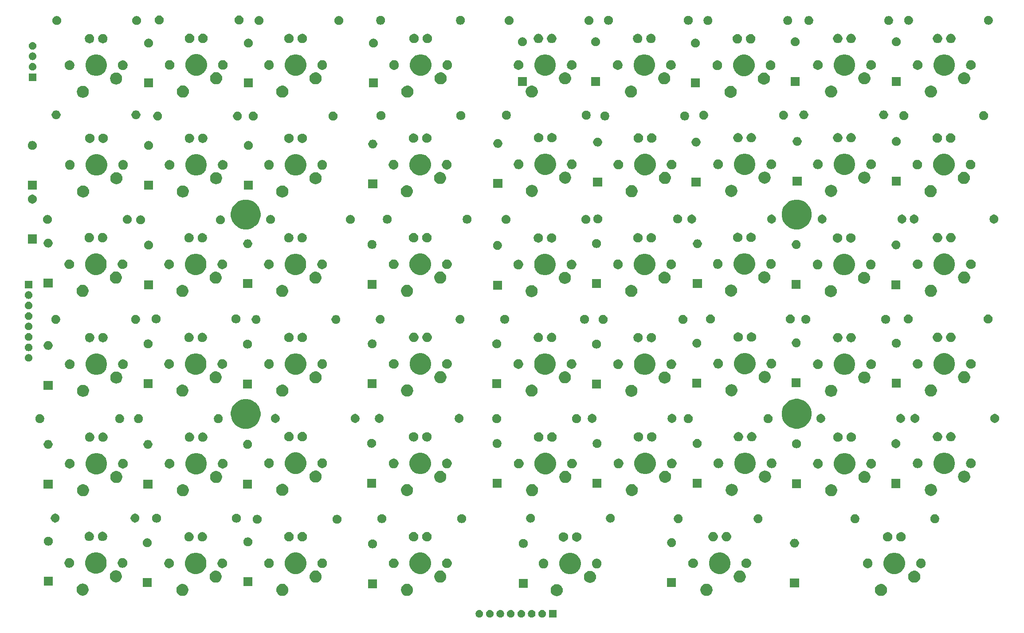
<source format=gts>
%TF.GenerationSoftware,KiCad,Pcbnew,5.1.5+dfsg1-2build2*%
%TF.CreationDate,2021-08-29T11:58:19+02:00*%
%TF.ProjectId,BFK9kv2-left,42464b39-6b76-4322-9d6c-6566742e6b69,rev?*%
%TF.SameCoordinates,Original*%
%TF.FileFunction,Soldermask,Top*%
%TF.FilePolarity,Negative*%
%FSLAX46Y46*%
G04 Gerber Fmt 4.6, Leading zero omitted, Abs format (unit mm)*
G04 Created by KiCad (PCBNEW 5.1.5+dfsg1-2build2) date 2021-08-29 11:58:19*
%MOMM*%
%LPD*%
G04 APERTURE LIST*
%ADD10C,0.150000*%
G04 APERTURE END LIST*
D10*
G36*
X142693766Y-163487899D02*
G01*
X142825888Y-163542626D01*
X142825890Y-163542627D01*
X142944798Y-163622079D01*
X143045921Y-163723202D01*
X143045922Y-163723204D01*
X143125374Y-163842112D01*
X143180101Y-163974234D01*
X143208000Y-164114494D01*
X143208000Y-164257506D01*
X143180101Y-164397766D01*
X143125374Y-164529888D01*
X143125373Y-164529890D01*
X143045921Y-164648798D01*
X142944798Y-164749921D01*
X142825890Y-164829373D01*
X142825889Y-164829374D01*
X142825888Y-164829374D01*
X142693766Y-164884101D01*
X142553506Y-164912000D01*
X142410494Y-164912000D01*
X142270234Y-164884101D01*
X142138112Y-164829374D01*
X142138111Y-164829374D01*
X142138110Y-164829373D01*
X142019202Y-164749921D01*
X141918079Y-164648798D01*
X141838627Y-164529890D01*
X141838626Y-164529888D01*
X141783899Y-164397766D01*
X141756000Y-164257506D01*
X141756000Y-164114494D01*
X141783899Y-163974234D01*
X141838626Y-163842112D01*
X141918078Y-163723204D01*
X141918079Y-163723202D01*
X142019202Y-163622079D01*
X142138110Y-163542627D01*
X142138112Y-163542626D01*
X142270234Y-163487899D01*
X142410494Y-163460000D01*
X142553506Y-163460000D01*
X142693766Y-163487899D01*
G37*
G36*
X144693766Y-163487899D02*
G01*
X144825888Y-163542626D01*
X144825890Y-163542627D01*
X144944798Y-163622079D01*
X145045921Y-163723202D01*
X145045922Y-163723204D01*
X145125374Y-163842112D01*
X145180101Y-163974234D01*
X145208000Y-164114494D01*
X145208000Y-164257506D01*
X145180101Y-164397766D01*
X145125374Y-164529888D01*
X145125373Y-164529890D01*
X145045921Y-164648798D01*
X144944798Y-164749921D01*
X144825890Y-164829373D01*
X144825889Y-164829374D01*
X144825888Y-164829374D01*
X144693766Y-164884101D01*
X144553506Y-164912000D01*
X144410494Y-164912000D01*
X144270234Y-164884101D01*
X144138112Y-164829374D01*
X144138111Y-164829374D01*
X144138110Y-164829373D01*
X144019202Y-164749921D01*
X143918079Y-164648798D01*
X143838627Y-164529890D01*
X143838626Y-164529888D01*
X143783899Y-164397766D01*
X143756000Y-164257506D01*
X143756000Y-164114494D01*
X143783899Y-163974234D01*
X143838626Y-163842112D01*
X143918078Y-163723204D01*
X143918079Y-163723202D01*
X144019202Y-163622079D01*
X144138110Y-163542627D01*
X144138112Y-163542626D01*
X144270234Y-163487899D01*
X144410494Y-163460000D01*
X144553506Y-163460000D01*
X144693766Y-163487899D01*
G37*
G36*
X132693766Y-163487899D02*
G01*
X132825888Y-163542626D01*
X132825890Y-163542627D01*
X132944798Y-163622079D01*
X133045921Y-163723202D01*
X133045922Y-163723204D01*
X133125374Y-163842112D01*
X133180101Y-163974234D01*
X133208000Y-164114494D01*
X133208000Y-164257506D01*
X133180101Y-164397766D01*
X133125374Y-164529888D01*
X133125373Y-164529890D01*
X133045921Y-164648798D01*
X132944798Y-164749921D01*
X132825890Y-164829373D01*
X132825889Y-164829374D01*
X132825888Y-164829374D01*
X132693766Y-164884101D01*
X132553506Y-164912000D01*
X132410494Y-164912000D01*
X132270234Y-164884101D01*
X132138112Y-164829374D01*
X132138111Y-164829374D01*
X132138110Y-164829373D01*
X132019202Y-164749921D01*
X131918079Y-164648798D01*
X131838627Y-164529890D01*
X131838626Y-164529888D01*
X131783899Y-164397766D01*
X131756000Y-164257506D01*
X131756000Y-164114494D01*
X131783899Y-163974234D01*
X131838626Y-163842112D01*
X131918078Y-163723204D01*
X131918079Y-163723202D01*
X132019202Y-163622079D01*
X132138110Y-163542627D01*
X132138112Y-163542626D01*
X132270234Y-163487899D01*
X132410494Y-163460000D01*
X132553506Y-163460000D01*
X132693766Y-163487899D01*
G37*
G36*
X134693766Y-163487899D02*
G01*
X134825888Y-163542626D01*
X134825890Y-163542627D01*
X134944798Y-163622079D01*
X135045921Y-163723202D01*
X135045922Y-163723204D01*
X135125374Y-163842112D01*
X135180101Y-163974234D01*
X135208000Y-164114494D01*
X135208000Y-164257506D01*
X135180101Y-164397766D01*
X135125374Y-164529888D01*
X135125373Y-164529890D01*
X135045921Y-164648798D01*
X134944798Y-164749921D01*
X134825890Y-164829373D01*
X134825889Y-164829374D01*
X134825888Y-164829374D01*
X134693766Y-164884101D01*
X134553506Y-164912000D01*
X134410494Y-164912000D01*
X134270234Y-164884101D01*
X134138112Y-164829374D01*
X134138111Y-164829374D01*
X134138110Y-164829373D01*
X134019202Y-164749921D01*
X133918079Y-164648798D01*
X133838627Y-164529890D01*
X133838626Y-164529888D01*
X133783899Y-164397766D01*
X133756000Y-164257506D01*
X133756000Y-164114494D01*
X133783899Y-163974234D01*
X133838626Y-163842112D01*
X133918078Y-163723204D01*
X133918079Y-163723202D01*
X134019202Y-163622079D01*
X134138110Y-163542627D01*
X134138112Y-163542626D01*
X134270234Y-163487899D01*
X134410494Y-163460000D01*
X134553506Y-163460000D01*
X134693766Y-163487899D01*
G37*
G36*
X136693766Y-163487899D02*
G01*
X136825888Y-163542626D01*
X136825890Y-163542627D01*
X136944798Y-163622079D01*
X137045921Y-163723202D01*
X137045922Y-163723204D01*
X137125374Y-163842112D01*
X137180101Y-163974234D01*
X137208000Y-164114494D01*
X137208000Y-164257506D01*
X137180101Y-164397766D01*
X137125374Y-164529888D01*
X137125373Y-164529890D01*
X137045921Y-164648798D01*
X136944798Y-164749921D01*
X136825890Y-164829373D01*
X136825889Y-164829374D01*
X136825888Y-164829374D01*
X136693766Y-164884101D01*
X136553506Y-164912000D01*
X136410494Y-164912000D01*
X136270234Y-164884101D01*
X136138112Y-164829374D01*
X136138111Y-164829374D01*
X136138110Y-164829373D01*
X136019202Y-164749921D01*
X135918079Y-164648798D01*
X135838627Y-164529890D01*
X135838626Y-164529888D01*
X135783899Y-164397766D01*
X135756000Y-164257506D01*
X135756000Y-164114494D01*
X135783899Y-163974234D01*
X135838626Y-163842112D01*
X135918078Y-163723204D01*
X135918079Y-163723202D01*
X136019202Y-163622079D01*
X136138110Y-163542627D01*
X136138112Y-163542626D01*
X136270234Y-163487899D01*
X136410494Y-163460000D01*
X136553506Y-163460000D01*
X136693766Y-163487899D01*
G37*
G36*
X140693766Y-163487899D02*
G01*
X140825888Y-163542626D01*
X140825890Y-163542627D01*
X140944798Y-163622079D01*
X141045921Y-163723202D01*
X141045922Y-163723204D01*
X141125374Y-163842112D01*
X141180101Y-163974234D01*
X141208000Y-164114494D01*
X141208000Y-164257506D01*
X141180101Y-164397766D01*
X141125374Y-164529888D01*
X141125373Y-164529890D01*
X141045921Y-164648798D01*
X140944798Y-164749921D01*
X140825890Y-164829373D01*
X140825889Y-164829374D01*
X140825888Y-164829374D01*
X140693766Y-164884101D01*
X140553506Y-164912000D01*
X140410494Y-164912000D01*
X140270234Y-164884101D01*
X140138112Y-164829374D01*
X140138111Y-164829374D01*
X140138110Y-164829373D01*
X140019202Y-164749921D01*
X139918079Y-164648798D01*
X139838627Y-164529890D01*
X139838626Y-164529888D01*
X139783899Y-164397766D01*
X139756000Y-164257506D01*
X139756000Y-164114494D01*
X139783899Y-163974234D01*
X139838626Y-163842112D01*
X139918078Y-163723204D01*
X139918079Y-163723202D01*
X140019202Y-163622079D01*
X140138110Y-163542627D01*
X140138112Y-163542626D01*
X140270234Y-163487899D01*
X140410494Y-163460000D01*
X140553506Y-163460000D01*
X140693766Y-163487899D01*
G37*
G36*
X138693766Y-163487899D02*
G01*
X138825888Y-163542626D01*
X138825890Y-163542627D01*
X138944798Y-163622079D01*
X139045921Y-163723202D01*
X139045922Y-163723204D01*
X139125374Y-163842112D01*
X139180101Y-163974234D01*
X139208000Y-164114494D01*
X139208000Y-164257506D01*
X139180101Y-164397766D01*
X139125374Y-164529888D01*
X139125373Y-164529890D01*
X139045921Y-164648798D01*
X138944798Y-164749921D01*
X138825890Y-164829373D01*
X138825889Y-164829374D01*
X138825888Y-164829374D01*
X138693766Y-164884101D01*
X138553506Y-164912000D01*
X138410494Y-164912000D01*
X138270234Y-164884101D01*
X138138112Y-164829374D01*
X138138111Y-164829374D01*
X138138110Y-164829373D01*
X138019202Y-164749921D01*
X137918079Y-164648798D01*
X137838627Y-164529890D01*
X137838626Y-164529888D01*
X137783899Y-164397766D01*
X137756000Y-164257506D01*
X137756000Y-164114494D01*
X137783899Y-163974234D01*
X137838626Y-163842112D01*
X137918078Y-163723204D01*
X137918079Y-163723202D01*
X138019202Y-163622079D01*
X138138110Y-163542627D01*
X138138112Y-163542626D01*
X138270234Y-163487899D01*
X138410494Y-163460000D01*
X138553506Y-163460000D01*
X138693766Y-163487899D01*
G37*
G36*
X147208000Y-164912000D02*
G01*
X145756000Y-164912000D01*
X145756000Y-163460000D01*
X147208000Y-163460000D01*
X147208000Y-164912000D01*
G37*
G36*
X147474023Y-158531232D02*
G01*
X147604734Y-158557232D01*
X147814203Y-158643997D01*
X148002720Y-158769960D01*
X148163040Y-158930280D01*
X148289003Y-159118797D01*
X148375768Y-159328266D01*
X148420000Y-159550636D01*
X148420000Y-159777364D01*
X148375768Y-159999734D01*
X148289003Y-160209203D01*
X148163040Y-160397720D01*
X148002720Y-160558040D01*
X147814203Y-160684003D01*
X147604734Y-160770768D01*
X147513075Y-160789000D01*
X147382365Y-160815000D01*
X147155635Y-160815000D01*
X147024925Y-160789000D01*
X146933266Y-160770768D01*
X146723797Y-160684003D01*
X146535280Y-160558040D01*
X146374960Y-160397720D01*
X146248997Y-160209203D01*
X146162232Y-159999734D01*
X146118000Y-159777364D01*
X146118000Y-159550636D01*
X146162232Y-159328266D01*
X146248997Y-159118797D01*
X146374960Y-158930280D01*
X146535280Y-158769960D01*
X146723797Y-158643997D01*
X146933266Y-158557232D01*
X147063977Y-158531232D01*
X147155635Y-158513000D01*
X147382365Y-158513000D01*
X147474023Y-158531232D01*
G37*
G36*
X75999023Y-158506232D02*
G01*
X76129734Y-158532232D01*
X76190089Y-158557232D01*
X76336787Y-158617996D01*
X76339203Y-158618997D01*
X76527720Y-158744960D01*
X76688040Y-158905280D01*
X76814003Y-159093797D01*
X76900768Y-159303266D01*
X76945000Y-159525636D01*
X76945000Y-159752364D01*
X76900768Y-159974734D01*
X76814003Y-160184203D01*
X76688040Y-160372720D01*
X76527720Y-160533040D01*
X76339203Y-160659003D01*
X76129734Y-160745768D01*
X76038075Y-160764000D01*
X75907365Y-160790000D01*
X75680635Y-160790000D01*
X75549925Y-160764000D01*
X75458266Y-160745768D01*
X75248797Y-160659003D01*
X75060280Y-160533040D01*
X74899960Y-160372720D01*
X74773997Y-160184203D01*
X74687232Y-159974734D01*
X74643000Y-159752364D01*
X74643000Y-159525636D01*
X74687232Y-159303266D01*
X74773997Y-159093797D01*
X74899960Y-158905280D01*
X75060280Y-158744960D01*
X75248797Y-158618997D01*
X75251214Y-158617996D01*
X75397911Y-158557232D01*
X75458266Y-158532232D01*
X75588977Y-158506232D01*
X75680635Y-158488000D01*
X75907365Y-158488000D01*
X75999023Y-158506232D01*
G37*
G36*
X209379050Y-158506232D02*
G01*
X209504734Y-158531232D01*
X209714203Y-158617997D01*
X209902720Y-158743960D01*
X210063040Y-158904280D01*
X210189003Y-159092797D01*
X210275768Y-159302266D01*
X210320000Y-159524636D01*
X210320000Y-159751364D01*
X210275768Y-159973734D01*
X210189003Y-160183203D01*
X210063040Y-160371720D01*
X209902720Y-160532040D01*
X209714203Y-160658003D01*
X209714202Y-160658004D01*
X209714201Y-160658004D01*
X209685800Y-160669768D01*
X209504734Y-160744768D01*
X209408048Y-160764000D01*
X209282365Y-160789000D01*
X209055635Y-160789000D01*
X208929952Y-160764000D01*
X208833266Y-160744768D01*
X208652200Y-160669768D01*
X208623799Y-160658004D01*
X208623798Y-160658004D01*
X208623797Y-160658003D01*
X208435280Y-160532040D01*
X208274960Y-160371720D01*
X208148997Y-160183203D01*
X208062232Y-159973734D01*
X208018000Y-159751364D01*
X208018000Y-159524636D01*
X208062232Y-159302266D01*
X208148997Y-159092797D01*
X208274960Y-158904280D01*
X208435280Y-158743960D01*
X208623797Y-158617997D01*
X208833266Y-158531232D01*
X208958950Y-158506232D01*
X209055635Y-158487000D01*
X209282365Y-158487000D01*
X209379050Y-158506232D01*
G37*
G36*
X95093949Y-158484116D02*
G01*
X95205134Y-158506232D01*
X95414603Y-158592997D01*
X95603120Y-158718960D01*
X95763440Y-158879280D01*
X95855994Y-159017797D01*
X95889404Y-159067799D01*
X95900173Y-159093797D01*
X95955458Y-159227267D01*
X95976168Y-159277267D01*
X96010455Y-159449636D01*
X96020400Y-159499636D01*
X96020400Y-159726364D01*
X95976168Y-159948734D01*
X95889403Y-160158203D01*
X95763440Y-160346720D01*
X95603120Y-160507040D01*
X95414603Y-160633003D01*
X95205134Y-160719768D01*
X95093949Y-160741884D01*
X94982765Y-160764000D01*
X94756035Y-160764000D01*
X94644851Y-160741884D01*
X94533666Y-160719768D01*
X94324197Y-160633003D01*
X94135680Y-160507040D01*
X93975360Y-160346720D01*
X93849397Y-160158203D01*
X93762632Y-159948734D01*
X93718400Y-159726364D01*
X93718400Y-159499636D01*
X93728346Y-159449636D01*
X93762632Y-159277267D01*
X93783343Y-159227267D01*
X93838627Y-159093797D01*
X93849396Y-159067799D01*
X93882806Y-159017797D01*
X93975360Y-158879280D01*
X94135680Y-158718960D01*
X94324197Y-158592997D01*
X94533666Y-158506232D01*
X94644851Y-158484116D01*
X94756035Y-158462000D01*
X94982765Y-158462000D01*
X95093949Y-158484116D01*
G37*
G36*
X176068549Y-158484116D02*
G01*
X176179734Y-158506232D01*
X176389203Y-158592997D01*
X176577720Y-158718960D01*
X176738040Y-158879280D01*
X176830594Y-159017797D01*
X176864004Y-159067799D01*
X176874773Y-159093797D01*
X176930058Y-159227267D01*
X176950768Y-159277267D01*
X176985055Y-159449636D01*
X176995000Y-159499636D01*
X176995000Y-159726364D01*
X176950768Y-159948734D01*
X176864003Y-160158203D01*
X176738040Y-160346720D01*
X176577720Y-160507040D01*
X176389203Y-160633003D01*
X176179734Y-160719768D01*
X176068549Y-160741884D01*
X175957365Y-160764000D01*
X175730635Y-160764000D01*
X175619451Y-160741884D01*
X175508266Y-160719768D01*
X175298797Y-160633003D01*
X175110280Y-160507040D01*
X174949960Y-160346720D01*
X174823997Y-160158203D01*
X174737232Y-159948734D01*
X174693000Y-159726364D01*
X174693000Y-159499636D01*
X174702946Y-159449636D01*
X174737232Y-159277267D01*
X174757943Y-159227267D01*
X174813227Y-159093797D01*
X174823996Y-159067799D01*
X174857406Y-159017797D01*
X174949960Y-158879280D01*
X175110280Y-158718960D01*
X175298797Y-158592997D01*
X175508266Y-158506232D01*
X175619451Y-158484116D01*
X175730635Y-158462000D01*
X175957365Y-158462000D01*
X176068549Y-158484116D01*
G37*
G36*
X118893549Y-158484116D02*
G01*
X119004734Y-158506232D01*
X119214203Y-158592997D01*
X119402720Y-158718960D01*
X119563040Y-158879280D01*
X119655594Y-159017797D01*
X119689004Y-159067799D01*
X119699773Y-159093797D01*
X119755058Y-159227267D01*
X119775768Y-159277267D01*
X119810055Y-159449636D01*
X119820000Y-159499636D01*
X119820000Y-159726364D01*
X119775768Y-159948734D01*
X119689003Y-160158203D01*
X119563040Y-160346720D01*
X119402720Y-160507040D01*
X119214203Y-160633003D01*
X119004734Y-160719768D01*
X118893549Y-160741884D01*
X118782365Y-160764000D01*
X118555635Y-160764000D01*
X118444451Y-160741884D01*
X118333266Y-160719768D01*
X118123797Y-160633003D01*
X117935280Y-160507040D01*
X117774960Y-160346720D01*
X117648997Y-160158203D01*
X117562232Y-159948734D01*
X117518000Y-159726364D01*
X117518000Y-159499636D01*
X117527946Y-159449636D01*
X117562232Y-159277267D01*
X117582943Y-159227267D01*
X117638227Y-159093797D01*
X117648996Y-159067799D01*
X117682406Y-159017797D01*
X117774960Y-158879280D01*
X117935280Y-158718960D01*
X118123797Y-158592997D01*
X118333266Y-158506232D01*
X118444451Y-158484116D01*
X118555635Y-158462000D01*
X118782365Y-158462000D01*
X118893549Y-158484116D01*
G37*
G36*
X56968149Y-158434116D02*
G01*
X57079334Y-158456232D01*
X57288803Y-158542997D01*
X57477320Y-158668960D01*
X57637640Y-158829280D01*
X57763603Y-159017797D01*
X57850368Y-159227266D01*
X57860314Y-159277267D01*
X57894600Y-159449635D01*
X57894600Y-159676365D01*
X57884654Y-159726365D01*
X57850368Y-159898734D01*
X57763603Y-160108203D01*
X57637640Y-160296720D01*
X57477320Y-160457040D01*
X57288803Y-160583003D01*
X57079334Y-160669768D01*
X56968149Y-160691884D01*
X56856965Y-160714000D01*
X56630235Y-160714000D01*
X56519051Y-160691884D01*
X56407866Y-160669768D01*
X56198397Y-160583003D01*
X56009880Y-160457040D01*
X55849560Y-160296720D01*
X55723597Y-160108203D01*
X55636832Y-159898734D01*
X55602546Y-159726365D01*
X55592600Y-159676365D01*
X55592600Y-159449635D01*
X55626886Y-159277267D01*
X55636832Y-159227266D01*
X55723597Y-159017797D01*
X55849560Y-158829280D01*
X56009880Y-158668960D01*
X56198397Y-158542997D01*
X56407866Y-158456232D01*
X56519051Y-158434116D01*
X56630235Y-158412000D01*
X56856965Y-158412000D01*
X56968149Y-158434116D01*
G37*
G36*
X112941000Y-159296000D02*
G01*
X111239000Y-159296000D01*
X111239000Y-157594000D01*
X112941000Y-157594000D01*
X112941000Y-159296000D01*
G37*
G36*
X141719000Y-159220000D02*
G01*
X140017000Y-159220000D01*
X140017000Y-157518000D01*
X141719000Y-157518000D01*
X141719000Y-159220000D01*
G37*
G36*
X193510000Y-159169000D02*
G01*
X191808000Y-159169000D01*
X191808000Y-157467000D01*
X193510000Y-157467000D01*
X193510000Y-159169000D01*
G37*
G36*
X69939000Y-159093000D02*
G01*
X68237000Y-159093000D01*
X68237000Y-157391000D01*
X69939000Y-157391000D01*
X69939000Y-159093000D01*
G37*
G36*
X170040000Y-159067000D02*
G01*
X168338000Y-159067000D01*
X168338000Y-157365000D01*
X170040000Y-157365000D01*
X170040000Y-159067000D01*
G37*
G36*
X89141400Y-158915000D02*
G01*
X87439400Y-158915000D01*
X87439400Y-157213000D01*
X89141400Y-157213000D01*
X89141400Y-158915000D01*
G37*
G36*
X51041400Y-158788000D02*
G01*
X49339400Y-158788000D01*
X49339400Y-157086000D01*
X51041400Y-157086000D01*
X51041400Y-158788000D01*
G37*
G36*
X153824023Y-155991232D02*
G01*
X153954734Y-156017232D01*
X154164203Y-156103997D01*
X154352720Y-156229960D01*
X154513040Y-156390280D01*
X154639003Y-156578797D01*
X154725768Y-156788266D01*
X154770000Y-157010636D01*
X154770000Y-157237364D01*
X154725768Y-157459734D01*
X154639003Y-157669203D01*
X154513040Y-157857720D01*
X154352720Y-158018040D01*
X154164203Y-158144003D01*
X153954734Y-158230768D01*
X153863075Y-158249000D01*
X153732365Y-158275000D01*
X153505635Y-158275000D01*
X153374925Y-158249000D01*
X153283266Y-158230768D01*
X153073797Y-158144003D01*
X152885280Y-158018040D01*
X152724960Y-157857720D01*
X152598997Y-157669203D01*
X152512232Y-157459734D01*
X152468000Y-157237364D01*
X152468000Y-157010636D01*
X152512232Y-156788266D01*
X152598997Y-156578797D01*
X152724960Y-156390280D01*
X152885280Y-156229960D01*
X153073797Y-156103997D01*
X153283266Y-156017232D01*
X153413977Y-155991232D01*
X153505635Y-155973000D01*
X153732365Y-155973000D01*
X153824023Y-155991232D01*
G37*
G36*
X82349023Y-155966232D02*
G01*
X82479734Y-155992232D01*
X82540089Y-156017232D01*
X82686787Y-156077996D01*
X82689203Y-156078997D01*
X82877720Y-156204960D01*
X83038040Y-156365280D01*
X83163336Y-156552799D01*
X83164004Y-156553799D01*
X83164991Y-156556182D01*
X83250354Y-156762266D01*
X83250768Y-156763267D01*
X83295000Y-156985635D01*
X83295000Y-157212365D01*
X83290027Y-157237364D01*
X83250768Y-157434734D01*
X83164003Y-157644203D01*
X83038040Y-157832720D01*
X82877720Y-157993040D01*
X82689203Y-158119003D01*
X82479734Y-158205768D01*
X82388075Y-158224000D01*
X82257365Y-158250000D01*
X82030635Y-158250000D01*
X81899925Y-158224000D01*
X81808266Y-158205768D01*
X81598797Y-158119003D01*
X81410280Y-157993040D01*
X81249960Y-157832720D01*
X81123997Y-157644203D01*
X81037232Y-157434734D01*
X80997973Y-157237364D01*
X80993000Y-157212365D01*
X80993000Y-156985635D01*
X81037232Y-156763267D01*
X81037647Y-156762266D01*
X81123009Y-156556182D01*
X81123996Y-156553799D01*
X81124664Y-156552799D01*
X81249960Y-156365280D01*
X81410280Y-156204960D01*
X81598797Y-156078997D01*
X81601214Y-156077996D01*
X81747911Y-156017232D01*
X81808266Y-155992232D01*
X81938977Y-155966232D01*
X82030635Y-155948000D01*
X82257365Y-155948000D01*
X82349023Y-155966232D01*
G37*
G36*
X215729050Y-155966232D02*
G01*
X215854734Y-155991232D01*
X216064203Y-156077997D01*
X216252720Y-156203960D01*
X216413040Y-156364280D01*
X216539003Y-156552797D01*
X216625768Y-156762266D01*
X216670000Y-156984636D01*
X216670000Y-157211364D01*
X216625768Y-157433734D01*
X216539003Y-157643203D01*
X216413040Y-157831720D01*
X216252720Y-157992040D01*
X216064203Y-158118003D01*
X216064202Y-158118004D01*
X216064201Y-158118004D01*
X216035800Y-158129768D01*
X215854734Y-158204768D01*
X215758048Y-158224000D01*
X215632365Y-158249000D01*
X215405635Y-158249000D01*
X215279952Y-158224000D01*
X215183266Y-158204768D01*
X215002200Y-158129768D01*
X214973799Y-158118004D01*
X214973798Y-158118004D01*
X214973797Y-158118003D01*
X214785280Y-157992040D01*
X214624960Y-157831720D01*
X214498997Y-157643203D01*
X214412232Y-157433734D01*
X214368000Y-157211364D01*
X214368000Y-156984636D01*
X214412232Y-156762266D01*
X214498997Y-156552797D01*
X214624960Y-156364280D01*
X214785280Y-156203960D01*
X214973797Y-156077997D01*
X215183266Y-155991232D01*
X215308950Y-155966232D01*
X215405635Y-155947000D01*
X215632365Y-155947000D01*
X215729050Y-155966232D01*
G37*
G36*
X182418549Y-155944116D02*
G01*
X182529734Y-155966232D01*
X182739203Y-156052997D01*
X182927720Y-156178960D01*
X183088040Y-156339280D01*
X183165483Y-156455182D01*
X183214004Y-156527799D01*
X183235128Y-156578797D01*
X183280058Y-156687267D01*
X183300768Y-156737267D01*
X183335055Y-156909636D01*
X183345000Y-156959636D01*
X183345000Y-157186364D01*
X183300768Y-157408734D01*
X183214003Y-157618203D01*
X183088040Y-157806720D01*
X182927720Y-157967040D01*
X182739203Y-158093003D01*
X182529734Y-158179768D01*
X182418549Y-158201884D01*
X182307365Y-158224000D01*
X182080635Y-158224000D01*
X181969451Y-158201884D01*
X181858266Y-158179768D01*
X181648797Y-158093003D01*
X181460280Y-157967040D01*
X181299960Y-157806720D01*
X181173997Y-157618203D01*
X181087232Y-157408734D01*
X181043000Y-157186364D01*
X181043000Y-156959636D01*
X181052946Y-156909636D01*
X181087232Y-156737267D01*
X181107943Y-156687267D01*
X181152872Y-156578797D01*
X181173996Y-156527799D01*
X181222517Y-156455182D01*
X181299960Y-156339280D01*
X181460280Y-156178960D01*
X181648797Y-156052997D01*
X181858266Y-155966232D01*
X181969451Y-155944116D01*
X182080635Y-155922000D01*
X182307365Y-155922000D01*
X182418549Y-155944116D01*
G37*
G36*
X125243549Y-155944116D02*
G01*
X125354734Y-155966232D01*
X125564203Y-156052997D01*
X125752720Y-156178960D01*
X125913040Y-156339280D01*
X125990483Y-156455182D01*
X126039004Y-156527799D01*
X126060128Y-156578797D01*
X126105058Y-156687267D01*
X126125768Y-156737267D01*
X126160055Y-156909636D01*
X126170000Y-156959636D01*
X126170000Y-157186364D01*
X126125768Y-157408734D01*
X126039003Y-157618203D01*
X125913040Y-157806720D01*
X125752720Y-157967040D01*
X125564203Y-158093003D01*
X125354734Y-158179768D01*
X125243549Y-158201884D01*
X125132365Y-158224000D01*
X124905635Y-158224000D01*
X124794451Y-158201884D01*
X124683266Y-158179768D01*
X124473797Y-158093003D01*
X124285280Y-157967040D01*
X124124960Y-157806720D01*
X123998997Y-157618203D01*
X123912232Y-157408734D01*
X123868000Y-157186364D01*
X123868000Y-156959636D01*
X123877946Y-156909636D01*
X123912232Y-156737267D01*
X123932943Y-156687267D01*
X123977872Y-156578797D01*
X123998996Y-156527799D01*
X124047517Y-156455182D01*
X124124960Y-156339280D01*
X124285280Y-156178960D01*
X124473797Y-156052997D01*
X124683266Y-155966232D01*
X124794451Y-155944116D01*
X124905635Y-155922000D01*
X125132365Y-155922000D01*
X125243549Y-155944116D01*
G37*
G36*
X101443949Y-155944116D02*
G01*
X101555134Y-155966232D01*
X101764603Y-156052997D01*
X101953120Y-156178960D01*
X102113440Y-156339280D01*
X102190883Y-156455182D01*
X102239404Y-156527799D01*
X102260528Y-156578797D01*
X102305458Y-156687267D01*
X102326168Y-156737267D01*
X102360455Y-156909636D01*
X102370400Y-156959636D01*
X102370400Y-157186364D01*
X102326168Y-157408734D01*
X102239403Y-157618203D01*
X102113440Y-157806720D01*
X101953120Y-157967040D01*
X101764603Y-158093003D01*
X101555134Y-158179768D01*
X101443949Y-158201884D01*
X101332765Y-158224000D01*
X101106035Y-158224000D01*
X100994851Y-158201884D01*
X100883666Y-158179768D01*
X100674197Y-158093003D01*
X100485680Y-157967040D01*
X100325360Y-157806720D01*
X100199397Y-157618203D01*
X100112632Y-157408734D01*
X100068400Y-157186364D01*
X100068400Y-156959636D01*
X100078346Y-156909636D01*
X100112632Y-156737267D01*
X100133343Y-156687267D01*
X100178272Y-156578797D01*
X100199396Y-156527799D01*
X100247917Y-156455182D01*
X100325360Y-156339280D01*
X100485680Y-156178960D01*
X100674197Y-156052997D01*
X100883666Y-155966232D01*
X100994851Y-155944116D01*
X101106035Y-155922000D01*
X101332765Y-155922000D01*
X101443949Y-155944116D01*
G37*
G36*
X63304676Y-155891436D02*
G01*
X63429334Y-155916232D01*
X63638803Y-156002997D01*
X63827320Y-156128960D01*
X63987640Y-156289280D01*
X64113603Y-156477797D01*
X64200368Y-156687266D01*
X64210314Y-156737267D01*
X64244600Y-156909635D01*
X64244600Y-157136365D01*
X64234654Y-157186365D01*
X64200368Y-157358734D01*
X64113603Y-157568203D01*
X63987640Y-157756720D01*
X63827320Y-157917040D01*
X63638803Y-158043003D01*
X63429334Y-158129768D01*
X63318149Y-158151884D01*
X63206965Y-158174000D01*
X62980235Y-158174000D01*
X62869051Y-158151884D01*
X62757866Y-158129768D01*
X62548397Y-158043003D01*
X62359880Y-157917040D01*
X62199560Y-157756720D01*
X62073597Y-157568203D01*
X61986832Y-157358734D01*
X61952546Y-157186365D01*
X61942600Y-157136365D01*
X61942600Y-156909635D01*
X61976886Y-156737267D01*
X61986832Y-156687266D01*
X62073597Y-156477797D01*
X62199560Y-156289280D01*
X62359880Y-156128960D01*
X62548397Y-156002997D01*
X62757866Y-155916232D01*
X62882524Y-155891436D01*
X62980235Y-155872000D01*
X63206965Y-155872000D01*
X63304676Y-155891436D01*
G37*
G36*
X150407254Y-152611818D02*
G01*
X150780511Y-152766426D01*
X150780513Y-152766427D01*
X151116436Y-152990884D01*
X151402116Y-153276564D01*
X151622907Y-153607000D01*
X151626574Y-153612489D01*
X151781182Y-153985746D01*
X151860000Y-154381993D01*
X151860000Y-154786007D01*
X151781182Y-155182254D01*
X151626574Y-155555511D01*
X151626573Y-155555513D01*
X151402116Y-155891436D01*
X151116436Y-156177116D01*
X150780513Y-156401573D01*
X150780512Y-156401574D01*
X150780511Y-156401574D01*
X150407254Y-156556182D01*
X150011007Y-156635000D01*
X149606993Y-156635000D01*
X149210746Y-156556182D01*
X148837489Y-156401574D01*
X148837488Y-156401574D01*
X148837487Y-156401573D01*
X148501564Y-156177116D01*
X148215884Y-155891436D01*
X147991427Y-155555513D01*
X147991426Y-155555511D01*
X147836818Y-155182254D01*
X147758000Y-154786007D01*
X147758000Y-154381993D01*
X147836818Y-153985746D01*
X147991426Y-153612489D01*
X147995094Y-153607000D01*
X148215884Y-153276564D01*
X148501564Y-152990884D01*
X148837487Y-152766427D01*
X148837489Y-152766426D01*
X149210746Y-152611818D01*
X149606993Y-152533000D01*
X150011007Y-152533000D01*
X150407254Y-152611818D01*
G37*
G36*
X78932254Y-152586818D02*
G01*
X79303099Y-152740427D01*
X79305513Y-152741427D01*
X79641436Y-152965884D01*
X79927116Y-153251564D01*
X80150905Y-153586487D01*
X80151574Y-153587489D01*
X80306182Y-153960746D01*
X80385000Y-154356993D01*
X80385000Y-154761007D01*
X80306182Y-155157254D01*
X80162343Y-155504513D01*
X80151573Y-155530513D01*
X79927116Y-155866436D01*
X79641436Y-156152116D01*
X79305513Y-156376573D01*
X79305512Y-156376574D01*
X79305511Y-156376574D01*
X78932254Y-156531182D01*
X78536007Y-156610000D01*
X78131993Y-156610000D01*
X77735746Y-156531182D01*
X77362489Y-156376574D01*
X77362488Y-156376574D01*
X77362487Y-156376573D01*
X77026564Y-156152116D01*
X76740884Y-155866436D01*
X76516427Y-155530513D01*
X76505657Y-155504513D01*
X76361818Y-155157254D01*
X76283000Y-154761007D01*
X76283000Y-154356993D01*
X76361818Y-153960746D01*
X76516426Y-153587489D01*
X76517096Y-153586487D01*
X76740884Y-153251564D01*
X77026564Y-152965884D01*
X77362487Y-152741427D01*
X77364901Y-152740427D01*
X77735746Y-152586818D01*
X78131993Y-152508000D01*
X78536007Y-152508000D01*
X78932254Y-152586818D01*
G37*
G36*
X212307254Y-152585818D02*
G01*
X212680511Y-152740426D01*
X212680513Y-152740427D01*
X213016436Y-152964884D01*
X213302116Y-153250564D01*
X213509869Y-153561487D01*
X213526574Y-153586489D01*
X213681182Y-153959746D01*
X213760000Y-154355993D01*
X213760000Y-154760007D01*
X213681182Y-155156254D01*
X213534656Y-155510000D01*
X213526573Y-155529513D01*
X213302116Y-155865436D01*
X213016436Y-156151116D01*
X212680513Y-156375573D01*
X212680512Y-156375574D01*
X212680511Y-156375574D01*
X212307254Y-156530182D01*
X211911007Y-156609000D01*
X211506993Y-156609000D01*
X211110746Y-156530182D01*
X210737489Y-156375574D01*
X210737488Y-156375574D01*
X210737487Y-156375573D01*
X210401564Y-156151116D01*
X210115884Y-155865436D01*
X209891427Y-155529513D01*
X209883344Y-155510000D01*
X209736818Y-155156254D01*
X209658000Y-154760007D01*
X209658000Y-154355993D01*
X209736818Y-153959746D01*
X209891426Y-153586489D01*
X209908132Y-153561487D01*
X210115884Y-153250564D01*
X210401564Y-152964884D01*
X210737487Y-152740427D01*
X210737489Y-152740426D01*
X211110746Y-152585818D01*
X211506993Y-152507000D01*
X211911007Y-152507000D01*
X212307254Y-152585818D01*
G37*
G36*
X98007654Y-152560818D02*
G01*
X98380911Y-152715426D01*
X98380913Y-152715427D01*
X98642006Y-152889884D01*
X98716836Y-152939884D01*
X99002516Y-153225564D01*
X99226974Y-153561489D01*
X99381582Y-153934746D01*
X99460400Y-154330993D01*
X99460400Y-154735007D01*
X99381582Y-155131254D01*
X99239440Y-155474415D01*
X99226973Y-155504513D01*
X99002516Y-155840436D01*
X98716836Y-156126116D01*
X98380913Y-156350573D01*
X98380912Y-156350574D01*
X98380911Y-156350574D01*
X98007654Y-156505182D01*
X97611407Y-156584000D01*
X97207393Y-156584000D01*
X96811146Y-156505182D01*
X96437889Y-156350574D01*
X96437888Y-156350574D01*
X96437887Y-156350573D01*
X96101964Y-156126116D01*
X95816284Y-155840436D01*
X95591827Y-155504513D01*
X95579360Y-155474415D01*
X95437218Y-155131254D01*
X95358400Y-154735007D01*
X95358400Y-154330993D01*
X95437218Y-153934746D01*
X95591826Y-153561489D01*
X95816284Y-153225564D01*
X96101964Y-152939884D01*
X96176794Y-152889884D01*
X96437887Y-152715427D01*
X96437889Y-152715426D01*
X96811146Y-152560818D01*
X97207393Y-152482000D01*
X97611407Y-152482000D01*
X98007654Y-152560818D01*
G37*
G36*
X121807254Y-152560818D02*
G01*
X122180511Y-152715426D01*
X122180513Y-152715427D01*
X122441606Y-152889884D01*
X122516436Y-152939884D01*
X122802116Y-153225564D01*
X123026574Y-153561489D01*
X123181182Y-153934746D01*
X123260000Y-154330993D01*
X123260000Y-154735007D01*
X123181182Y-155131254D01*
X123039040Y-155474415D01*
X123026573Y-155504513D01*
X122802116Y-155840436D01*
X122516436Y-156126116D01*
X122180513Y-156350573D01*
X122180512Y-156350574D01*
X122180511Y-156350574D01*
X121807254Y-156505182D01*
X121411007Y-156584000D01*
X121006993Y-156584000D01*
X120610746Y-156505182D01*
X120237489Y-156350574D01*
X120237488Y-156350574D01*
X120237487Y-156350573D01*
X119901564Y-156126116D01*
X119615884Y-155840436D01*
X119391427Y-155504513D01*
X119378960Y-155474415D01*
X119236818Y-155131254D01*
X119158000Y-154735007D01*
X119158000Y-154330993D01*
X119236818Y-153934746D01*
X119391426Y-153561489D01*
X119615884Y-153225564D01*
X119901564Y-152939884D01*
X119976394Y-152889884D01*
X120237487Y-152715427D01*
X120237489Y-152715426D01*
X120610746Y-152560818D01*
X121006993Y-152482000D01*
X121411007Y-152482000D01*
X121807254Y-152560818D01*
G37*
G36*
X178982254Y-152560818D02*
G01*
X179355511Y-152715426D01*
X179355513Y-152715427D01*
X179616606Y-152889884D01*
X179691436Y-152939884D01*
X179977116Y-153225564D01*
X180201574Y-153561489D01*
X180356182Y-153934746D01*
X180435000Y-154330993D01*
X180435000Y-154735007D01*
X180356182Y-155131254D01*
X180214040Y-155474415D01*
X180201573Y-155504513D01*
X179977116Y-155840436D01*
X179691436Y-156126116D01*
X179355513Y-156350573D01*
X179355512Y-156350574D01*
X179355511Y-156350574D01*
X178982254Y-156505182D01*
X178586007Y-156584000D01*
X178181993Y-156584000D01*
X177785746Y-156505182D01*
X177412489Y-156350574D01*
X177412488Y-156350574D01*
X177412487Y-156350573D01*
X177076564Y-156126116D01*
X176790884Y-155840436D01*
X176566427Y-155504513D01*
X176553960Y-155474415D01*
X176411818Y-155131254D01*
X176333000Y-154735007D01*
X176333000Y-154330993D01*
X176411818Y-153934746D01*
X176566426Y-153561489D01*
X176790884Y-153225564D01*
X177076564Y-152939884D01*
X177151394Y-152889884D01*
X177412487Y-152715427D01*
X177412489Y-152715426D01*
X177785746Y-152560818D01*
X178181993Y-152482000D01*
X178586007Y-152482000D01*
X178982254Y-152560818D01*
G37*
G36*
X59881854Y-152510818D02*
G01*
X60255111Y-152665426D01*
X60255113Y-152665427D01*
X60406268Y-152766426D01*
X60591036Y-152889884D01*
X60876716Y-153175564D01*
X61101174Y-153511489D01*
X61255782Y-153884746D01*
X61334600Y-154280993D01*
X61334600Y-154685007D01*
X61255782Y-155081254D01*
X61121843Y-155404611D01*
X61101173Y-155454513D01*
X60876716Y-155790436D01*
X60591036Y-156076116D01*
X60255113Y-156300573D01*
X60255112Y-156300574D01*
X60255111Y-156300574D01*
X59881854Y-156455182D01*
X59485607Y-156534000D01*
X59081593Y-156534000D01*
X58685346Y-156455182D01*
X58312089Y-156300574D01*
X58312088Y-156300574D01*
X58312087Y-156300573D01*
X57976164Y-156076116D01*
X57690484Y-155790436D01*
X57466027Y-155454513D01*
X57445357Y-155404611D01*
X57311418Y-155081254D01*
X57232600Y-154685007D01*
X57232600Y-154280993D01*
X57311418Y-153884746D01*
X57466026Y-153511489D01*
X57690484Y-153175564D01*
X57976164Y-152889884D01*
X58160932Y-152766426D01*
X58312087Y-152665427D01*
X58312089Y-152665426D01*
X58685346Y-152510818D01*
X59081593Y-152432000D01*
X59485607Y-152432000D01*
X59881854Y-152510818D01*
G37*
G36*
X155159104Y-153693585D02*
G01*
X155327626Y-153763389D01*
X155479291Y-153864728D01*
X155608272Y-153993709D01*
X155709611Y-154145374D01*
X155779415Y-154313896D01*
X155815000Y-154492797D01*
X155815000Y-154675203D01*
X155779415Y-154854104D01*
X155709611Y-155022626D01*
X155608272Y-155174291D01*
X155479291Y-155303272D01*
X155327626Y-155404611D01*
X155159104Y-155474415D01*
X154980203Y-155510000D01*
X154797797Y-155510000D01*
X154618896Y-155474415D01*
X154450374Y-155404611D01*
X154298709Y-155303272D01*
X154169728Y-155174291D01*
X154068389Y-155022626D01*
X153998585Y-154854104D01*
X153963000Y-154675203D01*
X153963000Y-154492797D01*
X153998585Y-154313896D01*
X154068389Y-154145374D01*
X154169728Y-153993709D01*
X154298709Y-153864728D01*
X154450374Y-153763389D01*
X154618896Y-153693585D01*
X154797797Y-153658000D01*
X154980203Y-153658000D01*
X155159104Y-153693585D01*
G37*
G36*
X144999104Y-153693585D02*
G01*
X145167626Y-153763389D01*
X145319291Y-153864728D01*
X145448272Y-153993709D01*
X145549611Y-154145374D01*
X145619415Y-154313896D01*
X145655000Y-154492797D01*
X145655000Y-154675203D01*
X145619415Y-154854104D01*
X145549611Y-155022626D01*
X145448272Y-155174291D01*
X145319291Y-155303272D01*
X145167626Y-155404611D01*
X144999104Y-155474415D01*
X144820203Y-155510000D01*
X144637797Y-155510000D01*
X144458896Y-155474415D01*
X144290374Y-155404611D01*
X144138709Y-155303272D01*
X144009728Y-155174291D01*
X143908389Y-155022626D01*
X143838585Y-154854104D01*
X143803000Y-154675203D01*
X143803000Y-154492797D01*
X143838585Y-154313896D01*
X143908389Y-154145374D01*
X144009728Y-153993709D01*
X144138709Y-153864728D01*
X144290374Y-153763389D01*
X144458896Y-153693585D01*
X144637797Y-153658000D01*
X144820203Y-153658000D01*
X144999104Y-153693585D01*
G37*
G36*
X83684104Y-153668585D02*
G01*
X83852626Y-153738389D01*
X84004291Y-153839728D01*
X84133272Y-153968709D01*
X84234611Y-154120374D01*
X84304415Y-154288896D01*
X84340000Y-154467797D01*
X84340000Y-154650203D01*
X84304415Y-154829104D01*
X84234611Y-154997626D01*
X84133272Y-155149291D01*
X84004291Y-155278272D01*
X83852626Y-155379611D01*
X83684104Y-155449415D01*
X83505203Y-155485000D01*
X83322797Y-155485000D01*
X83143896Y-155449415D01*
X82975374Y-155379611D01*
X82823709Y-155278272D01*
X82694728Y-155149291D01*
X82593389Y-154997626D01*
X82523585Y-154829104D01*
X82488000Y-154650203D01*
X82488000Y-154467797D01*
X82523585Y-154288896D01*
X82593389Y-154120374D01*
X82694728Y-153968709D01*
X82823709Y-153839728D01*
X82975374Y-153738389D01*
X83143896Y-153668585D01*
X83322797Y-153633000D01*
X83505203Y-153633000D01*
X83684104Y-153668585D01*
G37*
G36*
X73524104Y-153668585D02*
G01*
X73692626Y-153738389D01*
X73844291Y-153839728D01*
X73973272Y-153968709D01*
X74074611Y-154120374D01*
X74144415Y-154288896D01*
X74180000Y-154467797D01*
X74180000Y-154650203D01*
X74144415Y-154829104D01*
X74074611Y-154997626D01*
X73973272Y-155149291D01*
X73844291Y-155278272D01*
X73692626Y-155379611D01*
X73524104Y-155449415D01*
X73345203Y-155485000D01*
X73162797Y-155485000D01*
X72983896Y-155449415D01*
X72815374Y-155379611D01*
X72663709Y-155278272D01*
X72534728Y-155149291D01*
X72433389Y-154997626D01*
X72363585Y-154829104D01*
X72328000Y-154650203D01*
X72328000Y-154467797D01*
X72363585Y-154288896D01*
X72433389Y-154120374D01*
X72534728Y-153968709D01*
X72663709Y-153839728D01*
X72815374Y-153738389D01*
X72983896Y-153668585D01*
X73162797Y-153633000D01*
X73345203Y-153633000D01*
X73524104Y-153668585D01*
G37*
G36*
X206899104Y-153667585D02*
G01*
X207067626Y-153737389D01*
X207219291Y-153838728D01*
X207348272Y-153967709D01*
X207449611Y-154119374D01*
X207519415Y-154287896D01*
X207555000Y-154466797D01*
X207555000Y-154649203D01*
X207519415Y-154828104D01*
X207449611Y-154996626D01*
X207348272Y-155148291D01*
X207219291Y-155277272D01*
X207067626Y-155378611D01*
X206899104Y-155448415D01*
X206720203Y-155484000D01*
X206537797Y-155484000D01*
X206358896Y-155448415D01*
X206190374Y-155378611D01*
X206038709Y-155277272D01*
X205909728Y-155148291D01*
X205808389Y-154996626D01*
X205738585Y-154828104D01*
X205703000Y-154649203D01*
X205703000Y-154466797D01*
X205738585Y-154287896D01*
X205808389Y-154119374D01*
X205909728Y-153967709D01*
X206038709Y-153838728D01*
X206190374Y-153737389D01*
X206358896Y-153667585D01*
X206537797Y-153632000D01*
X206720203Y-153632000D01*
X206899104Y-153667585D01*
G37*
G36*
X217059104Y-153667585D02*
G01*
X217227626Y-153737389D01*
X217379291Y-153838728D01*
X217508272Y-153967709D01*
X217609611Y-154119374D01*
X217679415Y-154287896D01*
X217715000Y-154466797D01*
X217715000Y-154649203D01*
X217679415Y-154828104D01*
X217609611Y-154996626D01*
X217508272Y-155148291D01*
X217379291Y-155277272D01*
X217227626Y-155378611D01*
X217059104Y-155448415D01*
X216880203Y-155484000D01*
X216697797Y-155484000D01*
X216518896Y-155448415D01*
X216350374Y-155378611D01*
X216198709Y-155277272D01*
X216069728Y-155148291D01*
X215968389Y-154996626D01*
X215898585Y-154828104D01*
X215863000Y-154649203D01*
X215863000Y-154466797D01*
X215898585Y-154287896D01*
X215968389Y-154119374D01*
X216069728Y-153967709D01*
X216198709Y-153838728D01*
X216350374Y-153737389D01*
X216518896Y-153667585D01*
X216697797Y-153632000D01*
X216880203Y-153632000D01*
X217059104Y-153667585D01*
G37*
G36*
X126559104Y-153642585D02*
G01*
X126727626Y-153712389D01*
X126879291Y-153813728D01*
X127008272Y-153942709D01*
X127109611Y-154094374D01*
X127179415Y-154262896D01*
X127215000Y-154441797D01*
X127215000Y-154624203D01*
X127179415Y-154803104D01*
X127109611Y-154971626D01*
X127008272Y-155123291D01*
X126879291Y-155252272D01*
X126727626Y-155353611D01*
X126559104Y-155423415D01*
X126380203Y-155459000D01*
X126197797Y-155459000D01*
X126018896Y-155423415D01*
X125850374Y-155353611D01*
X125698709Y-155252272D01*
X125569728Y-155123291D01*
X125468389Y-154971626D01*
X125398585Y-154803104D01*
X125363000Y-154624203D01*
X125363000Y-154441797D01*
X125398585Y-154262896D01*
X125468389Y-154094374D01*
X125569728Y-153942709D01*
X125698709Y-153813728D01*
X125850374Y-153712389D01*
X126018896Y-153642585D01*
X126197797Y-153607000D01*
X126380203Y-153607000D01*
X126559104Y-153642585D01*
G37*
G36*
X116399104Y-153642585D02*
G01*
X116567626Y-153712389D01*
X116719291Y-153813728D01*
X116848272Y-153942709D01*
X116949611Y-154094374D01*
X117019415Y-154262896D01*
X117055000Y-154441797D01*
X117055000Y-154624203D01*
X117019415Y-154803104D01*
X116949611Y-154971626D01*
X116848272Y-155123291D01*
X116719291Y-155252272D01*
X116567626Y-155353611D01*
X116399104Y-155423415D01*
X116220203Y-155459000D01*
X116037797Y-155459000D01*
X115858896Y-155423415D01*
X115690374Y-155353611D01*
X115538709Y-155252272D01*
X115409728Y-155123291D01*
X115308389Y-154971626D01*
X115238585Y-154803104D01*
X115203000Y-154624203D01*
X115203000Y-154441797D01*
X115238585Y-154262896D01*
X115308389Y-154094374D01*
X115409728Y-153942709D01*
X115538709Y-153813728D01*
X115690374Y-153712389D01*
X115858896Y-153642585D01*
X116037797Y-153607000D01*
X116220203Y-153607000D01*
X116399104Y-153642585D01*
G37*
G36*
X173574104Y-153642585D02*
G01*
X173742626Y-153712389D01*
X173894291Y-153813728D01*
X174023272Y-153942709D01*
X174124611Y-154094374D01*
X174194415Y-154262896D01*
X174230000Y-154441797D01*
X174230000Y-154624203D01*
X174194415Y-154803104D01*
X174124611Y-154971626D01*
X174023272Y-155123291D01*
X173894291Y-155252272D01*
X173742626Y-155353611D01*
X173574104Y-155423415D01*
X173395203Y-155459000D01*
X173212797Y-155459000D01*
X173033896Y-155423415D01*
X172865374Y-155353611D01*
X172713709Y-155252272D01*
X172584728Y-155123291D01*
X172483389Y-154971626D01*
X172413585Y-154803104D01*
X172378000Y-154624203D01*
X172378000Y-154441797D01*
X172413585Y-154262896D01*
X172483389Y-154094374D01*
X172584728Y-153942709D01*
X172713709Y-153813728D01*
X172865374Y-153712389D01*
X173033896Y-153642585D01*
X173212797Y-153607000D01*
X173395203Y-153607000D01*
X173574104Y-153642585D01*
G37*
G36*
X92599504Y-153642585D02*
G01*
X92768026Y-153712389D01*
X92919691Y-153813728D01*
X93048672Y-153942709D01*
X93150011Y-154094374D01*
X93219815Y-154262896D01*
X93255400Y-154441797D01*
X93255400Y-154624203D01*
X93219815Y-154803104D01*
X93150011Y-154971626D01*
X93048672Y-155123291D01*
X92919691Y-155252272D01*
X92768026Y-155353611D01*
X92599504Y-155423415D01*
X92420603Y-155459000D01*
X92238197Y-155459000D01*
X92059296Y-155423415D01*
X91890774Y-155353611D01*
X91739109Y-155252272D01*
X91610128Y-155123291D01*
X91508789Y-154971626D01*
X91438985Y-154803104D01*
X91403400Y-154624203D01*
X91403400Y-154441797D01*
X91438985Y-154262896D01*
X91508789Y-154094374D01*
X91610128Y-153942709D01*
X91739109Y-153813728D01*
X91890774Y-153712389D01*
X92059296Y-153642585D01*
X92238197Y-153607000D01*
X92420603Y-153607000D01*
X92599504Y-153642585D01*
G37*
G36*
X102759504Y-153642585D02*
G01*
X102928026Y-153712389D01*
X103079691Y-153813728D01*
X103208672Y-153942709D01*
X103310011Y-154094374D01*
X103379815Y-154262896D01*
X103415400Y-154441797D01*
X103415400Y-154624203D01*
X103379815Y-154803104D01*
X103310011Y-154971626D01*
X103208672Y-155123291D01*
X103079691Y-155252272D01*
X102928026Y-155353611D01*
X102759504Y-155423415D01*
X102580603Y-155459000D01*
X102398197Y-155459000D01*
X102219296Y-155423415D01*
X102050774Y-155353611D01*
X101899109Y-155252272D01*
X101770128Y-155123291D01*
X101668789Y-154971626D01*
X101598985Y-154803104D01*
X101563400Y-154624203D01*
X101563400Y-154441797D01*
X101598985Y-154262896D01*
X101668789Y-154094374D01*
X101770128Y-153942709D01*
X101899109Y-153813728D01*
X102050774Y-153712389D01*
X102219296Y-153642585D01*
X102398197Y-153607000D01*
X102580603Y-153607000D01*
X102759504Y-153642585D01*
G37*
G36*
X183734104Y-153642585D02*
G01*
X183902626Y-153712389D01*
X184054291Y-153813728D01*
X184183272Y-153942709D01*
X184284611Y-154094374D01*
X184354415Y-154262896D01*
X184390000Y-154441797D01*
X184390000Y-154624203D01*
X184354415Y-154803104D01*
X184284611Y-154971626D01*
X184183272Y-155123291D01*
X184054291Y-155252272D01*
X183902626Y-155353611D01*
X183734104Y-155423415D01*
X183555203Y-155459000D01*
X183372797Y-155459000D01*
X183193896Y-155423415D01*
X183025374Y-155353611D01*
X182873709Y-155252272D01*
X182744728Y-155123291D01*
X182643389Y-154971626D01*
X182573585Y-154803104D01*
X182538000Y-154624203D01*
X182538000Y-154441797D01*
X182573585Y-154262896D01*
X182643389Y-154094374D01*
X182744728Y-153942709D01*
X182873709Y-153813728D01*
X183025374Y-153712389D01*
X183193896Y-153642585D01*
X183372797Y-153607000D01*
X183555203Y-153607000D01*
X183734104Y-153642585D01*
G37*
G36*
X64633704Y-153592585D02*
G01*
X64802226Y-153662389D01*
X64953891Y-153763728D01*
X65082872Y-153892709D01*
X65184211Y-154044374D01*
X65254015Y-154212896D01*
X65289600Y-154391797D01*
X65289600Y-154574203D01*
X65254015Y-154753104D01*
X65184211Y-154921626D01*
X65082872Y-155073291D01*
X64953891Y-155202272D01*
X64802226Y-155303611D01*
X64633704Y-155373415D01*
X64454803Y-155409000D01*
X64272397Y-155409000D01*
X64093496Y-155373415D01*
X63924974Y-155303611D01*
X63773309Y-155202272D01*
X63644328Y-155073291D01*
X63542989Y-154921626D01*
X63473185Y-154753104D01*
X63437600Y-154574203D01*
X63437600Y-154391797D01*
X63473185Y-154212896D01*
X63542989Y-154044374D01*
X63644328Y-153892709D01*
X63773309Y-153763728D01*
X63924974Y-153662389D01*
X64093496Y-153592585D01*
X64272397Y-153557000D01*
X64454803Y-153557000D01*
X64633704Y-153592585D01*
G37*
G36*
X54473704Y-153592585D02*
G01*
X54642226Y-153662389D01*
X54793891Y-153763728D01*
X54922872Y-153892709D01*
X55024211Y-154044374D01*
X55094015Y-154212896D01*
X55129600Y-154391797D01*
X55129600Y-154574203D01*
X55094015Y-154753104D01*
X55024211Y-154921626D01*
X54922872Y-155073291D01*
X54793891Y-155202272D01*
X54642226Y-155303611D01*
X54473704Y-155373415D01*
X54294803Y-155409000D01*
X54112397Y-155409000D01*
X53933496Y-155373415D01*
X53764974Y-155303611D01*
X53613309Y-155202272D01*
X53484328Y-155073291D01*
X53382989Y-154921626D01*
X53313185Y-154753104D01*
X53277600Y-154574203D01*
X53277600Y-154391797D01*
X53313185Y-154212896D01*
X53382989Y-154044374D01*
X53484328Y-153892709D01*
X53613309Y-153763728D01*
X53764974Y-153662389D01*
X53933496Y-153592585D01*
X54112397Y-153557000D01*
X54294803Y-153557000D01*
X54473704Y-153592585D01*
G37*
G36*
X112338228Y-150006703D02*
G01*
X112493100Y-150070853D01*
X112632481Y-150163985D01*
X112751015Y-150282519D01*
X112844147Y-150421900D01*
X112908297Y-150576772D01*
X112941000Y-150741184D01*
X112941000Y-150908816D01*
X112908297Y-151073228D01*
X112844147Y-151228100D01*
X112751015Y-151367481D01*
X112632481Y-151486015D01*
X112493100Y-151579147D01*
X112338228Y-151643297D01*
X112173816Y-151676000D01*
X112006184Y-151676000D01*
X111841772Y-151643297D01*
X111686900Y-151579147D01*
X111547519Y-151486015D01*
X111428985Y-151367481D01*
X111335853Y-151228100D01*
X111271703Y-151073228D01*
X111239000Y-150908816D01*
X111239000Y-150741184D01*
X111271703Y-150576772D01*
X111335853Y-150421900D01*
X111428985Y-150282519D01*
X111547519Y-150163985D01*
X111686900Y-150070853D01*
X111841772Y-150006703D01*
X112006184Y-149974000D01*
X112173816Y-149974000D01*
X112338228Y-150006703D01*
G37*
G36*
X141116228Y-149930703D02*
G01*
X141271100Y-149994853D01*
X141410481Y-150087985D01*
X141529015Y-150206519D01*
X141622147Y-150345900D01*
X141686297Y-150500772D01*
X141719000Y-150665184D01*
X141719000Y-150832816D01*
X141686297Y-150997228D01*
X141622147Y-151152100D01*
X141529015Y-151291481D01*
X141410481Y-151410015D01*
X141271100Y-151503147D01*
X141116228Y-151567297D01*
X140951816Y-151600000D01*
X140784184Y-151600000D01*
X140619772Y-151567297D01*
X140464900Y-151503147D01*
X140325519Y-151410015D01*
X140206985Y-151291481D01*
X140113853Y-151152100D01*
X140049703Y-150997228D01*
X140017000Y-150832816D01*
X140017000Y-150665184D01*
X140049703Y-150500772D01*
X140113853Y-150345900D01*
X140206985Y-150206519D01*
X140325519Y-150087985D01*
X140464900Y-149994853D01*
X140619772Y-149930703D01*
X140784184Y-149898000D01*
X140951816Y-149898000D01*
X141116228Y-149930703D01*
G37*
G36*
X192907228Y-149879703D02*
G01*
X193062100Y-149943853D01*
X193201481Y-150036985D01*
X193320015Y-150155519D01*
X193413147Y-150294900D01*
X193477297Y-150449772D01*
X193510000Y-150614184D01*
X193510000Y-150781816D01*
X193477297Y-150946228D01*
X193413147Y-151101100D01*
X193320015Y-151240481D01*
X193201481Y-151359015D01*
X193062100Y-151452147D01*
X192907228Y-151516297D01*
X192742816Y-151549000D01*
X192575184Y-151549000D01*
X192410772Y-151516297D01*
X192255900Y-151452147D01*
X192116519Y-151359015D01*
X191997985Y-151240481D01*
X191904853Y-151101100D01*
X191840703Y-150946228D01*
X191808000Y-150781816D01*
X191808000Y-150614184D01*
X191840703Y-150449772D01*
X191904853Y-150294900D01*
X191997985Y-150155519D01*
X192116519Y-150036985D01*
X192255900Y-149943853D01*
X192410772Y-149879703D01*
X192575184Y-149847000D01*
X192742816Y-149847000D01*
X192907228Y-149879703D01*
G37*
G36*
X69336228Y-149803703D02*
G01*
X69491100Y-149867853D01*
X69630481Y-149960985D01*
X69749015Y-150079519D01*
X69842147Y-150218900D01*
X69906297Y-150373772D01*
X69939000Y-150538184D01*
X69939000Y-150705816D01*
X69906297Y-150870228D01*
X69842147Y-151025100D01*
X69749015Y-151164481D01*
X69630481Y-151283015D01*
X69491100Y-151376147D01*
X69336228Y-151440297D01*
X69171816Y-151473000D01*
X69004184Y-151473000D01*
X68839772Y-151440297D01*
X68684900Y-151376147D01*
X68545519Y-151283015D01*
X68426985Y-151164481D01*
X68333853Y-151025100D01*
X68269703Y-150870228D01*
X68237000Y-150705816D01*
X68237000Y-150538184D01*
X68269703Y-150373772D01*
X68333853Y-150218900D01*
X68426985Y-150079519D01*
X68545519Y-149960985D01*
X68684900Y-149867853D01*
X68839772Y-149803703D01*
X69004184Y-149771000D01*
X69171816Y-149771000D01*
X69336228Y-149803703D01*
G37*
G36*
X169437228Y-149777703D02*
G01*
X169592100Y-149841853D01*
X169731481Y-149934985D01*
X169850015Y-150053519D01*
X169943147Y-150192900D01*
X170007297Y-150347772D01*
X170040000Y-150512184D01*
X170040000Y-150679816D01*
X170007297Y-150844228D01*
X169943147Y-150999100D01*
X169850015Y-151138481D01*
X169731481Y-151257015D01*
X169592100Y-151350147D01*
X169437228Y-151414297D01*
X169272816Y-151447000D01*
X169105184Y-151447000D01*
X168940772Y-151414297D01*
X168785900Y-151350147D01*
X168646519Y-151257015D01*
X168527985Y-151138481D01*
X168434853Y-150999100D01*
X168370703Y-150844228D01*
X168338000Y-150679816D01*
X168338000Y-150512184D01*
X168370703Y-150347772D01*
X168434853Y-150192900D01*
X168527985Y-150053519D01*
X168646519Y-149934985D01*
X168785900Y-149841853D01*
X168940772Y-149777703D01*
X169105184Y-149745000D01*
X169272816Y-149745000D01*
X169437228Y-149777703D01*
G37*
G36*
X88538628Y-149625703D02*
G01*
X88693500Y-149689853D01*
X88832881Y-149782985D01*
X88951415Y-149901519D01*
X89044547Y-150040900D01*
X89108697Y-150195772D01*
X89141400Y-150360184D01*
X89141400Y-150527816D01*
X89108697Y-150692228D01*
X89044547Y-150847100D01*
X88951415Y-150986481D01*
X88832881Y-151105015D01*
X88693500Y-151198147D01*
X88538628Y-151262297D01*
X88374216Y-151295000D01*
X88206584Y-151295000D01*
X88042172Y-151262297D01*
X87887300Y-151198147D01*
X87747919Y-151105015D01*
X87629385Y-150986481D01*
X87536253Y-150847100D01*
X87472103Y-150692228D01*
X87439400Y-150527816D01*
X87439400Y-150360184D01*
X87472103Y-150195772D01*
X87536253Y-150040900D01*
X87629385Y-149901519D01*
X87747919Y-149782985D01*
X87887300Y-149689853D01*
X88042172Y-149625703D01*
X88206584Y-149593000D01*
X88374216Y-149593000D01*
X88538628Y-149625703D01*
G37*
G36*
X50438628Y-149498703D02*
G01*
X50593500Y-149562853D01*
X50732881Y-149655985D01*
X50851415Y-149774519D01*
X50944547Y-149913900D01*
X51008697Y-150068772D01*
X51041400Y-150233184D01*
X51041400Y-150400816D01*
X51008697Y-150565228D01*
X50944547Y-150720100D01*
X50851415Y-150859481D01*
X50732881Y-150978015D01*
X50593500Y-151071147D01*
X50438628Y-151135297D01*
X50274216Y-151168000D01*
X50106584Y-151168000D01*
X49942172Y-151135297D01*
X49787300Y-151071147D01*
X49647919Y-150978015D01*
X49529385Y-150859481D01*
X49436253Y-150720100D01*
X49372103Y-150565228D01*
X49339400Y-150400816D01*
X49339400Y-150233184D01*
X49372103Y-150068772D01*
X49436253Y-149913900D01*
X49529385Y-149774519D01*
X49647919Y-149655985D01*
X49787300Y-149562853D01*
X49942172Y-149498703D01*
X50106584Y-149466000D01*
X50274216Y-149466000D01*
X50438628Y-149498703D01*
G37*
G36*
X151340441Y-148642144D02*
G01*
X151503556Y-148709708D01*
X151503557Y-148709709D01*
X151650358Y-148807798D01*
X151775202Y-148932642D01*
X151775203Y-148932644D01*
X151873292Y-149079444D01*
X151940856Y-149242559D01*
X151975300Y-149415721D01*
X151975300Y-149592279D01*
X151940856Y-149765441D01*
X151873292Y-149928556D01*
X151842927Y-149974000D01*
X151775202Y-150075358D01*
X151650358Y-150200202D01*
X151640902Y-150206520D01*
X151503556Y-150298292D01*
X151340441Y-150365856D01*
X151167279Y-150400300D01*
X150990721Y-150400300D01*
X150817559Y-150365856D01*
X150654444Y-150298292D01*
X150517098Y-150206520D01*
X150507642Y-150200202D01*
X150382798Y-150075358D01*
X150315073Y-149974000D01*
X150284708Y-149928556D01*
X150217144Y-149765441D01*
X150182700Y-149592279D01*
X150182700Y-149415721D01*
X150217144Y-149242559D01*
X150284708Y-149079444D01*
X150382797Y-148932644D01*
X150382798Y-148932642D01*
X150507642Y-148807798D01*
X150654443Y-148709709D01*
X150654444Y-148709708D01*
X150817559Y-148642144D01*
X150990721Y-148607700D01*
X151167279Y-148607700D01*
X151340441Y-148642144D01*
G37*
G36*
X148800441Y-148642144D02*
G01*
X148963556Y-148709708D01*
X148963557Y-148709709D01*
X149110358Y-148807798D01*
X149235202Y-148932642D01*
X149235203Y-148932644D01*
X149333292Y-149079444D01*
X149400856Y-149242559D01*
X149435300Y-149415721D01*
X149435300Y-149592279D01*
X149400856Y-149765441D01*
X149333292Y-149928556D01*
X149302927Y-149974000D01*
X149235202Y-150075358D01*
X149110358Y-150200202D01*
X149100902Y-150206520D01*
X148963556Y-150298292D01*
X148800441Y-150365856D01*
X148627279Y-150400300D01*
X148450721Y-150400300D01*
X148277559Y-150365856D01*
X148114444Y-150298292D01*
X147977098Y-150206520D01*
X147967642Y-150200202D01*
X147842798Y-150075358D01*
X147775073Y-149974000D01*
X147744708Y-149928556D01*
X147677144Y-149765441D01*
X147642700Y-149592279D01*
X147642700Y-149415721D01*
X147677144Y-149242559D01*
X147744708Y-149079444D01*
X147842797Y-148932644D01*
X147842798Y-148932642D01*
X147967642Y-148807798D01*
X148114443Y-148709709D01*
X148114444Y-148709708D01*
X148277559Y-148642144D01*
X148450721Y-148607700D01*
X148627279Y-148607700D01*
X148800441Y-148642144D01*
G37*
G36*
X77325441Y-148617144D02*
G01*
X77488556Y-148684708D01*
X77488557Y-148684709D01*
X77635358Y-148782798D01*
X77760202Y-148907642D01*
X77760203Y-148907644D01*
X77858292Y-149054444D01*
X77925856Y-149217559D01*
X77960300Y-149390721D01*
X77960300Y-149567279D01*
X77925856Y-149740441D01*
X77858292Y-149903556D01*
X77837292Y-149934985D01*
X77760202Y-150050358D01*
X77635358Y-150175202D01*
X77588487Y-150206520D01*
X77488556Y-150273292D01*
X77325441Y-150340856D01*
X77152279Y-150375300D01*
X76975721Y-150375300D01*
X76802559Y-150340856D01*
X76639444Y-150273292D01*
X76539513Y-150206520D01*
X76492642Y-150175202D01*
X76367798Y-150050358D01*
X76290708Y-149934985D01*
X76269708Y-149903556D01*
X76202144Y-149740441D01*
X76167700Y-149567279D01*
X76167700Y-149390721D01*
X76202144Y-149217559D01*
X76269708Y-149054444D01*
X76367797Y-148907644D01*
X76367798Y-148907642D01*
X76492642Y-148782798D01*
X76639443Y-148684709D01*
X76639444Y-148684708D01*
X76802559Y-148617144D01*
X76975721Y-148582700D01*
X77152279Y-148582700D01*
X77325441Y-148617144D01*
G37*
G36*
X79865441Y-148617144D02*
G01*
X80028556Y-148684708D01*
X80028557Y-148684709D01*
X80175358Y-148782798D01*
X80300202Y-148907642D01*
X80300203Y-148907644D01*
X80398292Y-149054444D01*
X80465856Y-149217559D01*
X80500300Y-149390721D01*
X80500300Y-149567279D01*
X80465856Y-149740441D01*
X80398292Y-149903556D01*
X80377292Y-149934985D01*
X80300202Y-150050358D01*
X80175358Y-150175202D01*
X80128487Y-150206520D01*
X80028556Y-150273292D01*
X79865441Y-150340856D01*
X79692279Y-150375300D01*
X79515721Y-150375300D01*
X79342559Y-150340856D01*
X79179444Y-150273292D01*
X79079513Y-150206520D01*
X79032642Y-150175202D01*
X78907798Y-150050358D01*
X78830708Y-149934985D01*
X78809708Y-149903556D01*
X78742144Y-149740441D01*
X78707700Y-149567279D01*
X78707700Y-149390721D01*
X78742144Y-149217559D01*
X78809708Y-149054444D01*
X78907797Y-148907644D01*
X78907798Y-148907642D01*
X79032642Y-148782798D01*
X79179443Y-148684709D01*
X79179444Y-148684708D01*
X79342559Y-148617144D01*
X79515721Y-148582700D01*
X79692279Y-148582700D01*
X79865441Y-148617144D01*
G37*
G36*
X213240441Y-148616144D02*
G01*
X213403556Y-148683708D01*
X213442469Y-148709709D01*
X213550358Y-148781798D01*
X213675202Y-148906642D01*
X213692576Y-148932644D01*
X213773292Y-149053444D01*
X213840856Y-149216559D01*
X213875300Y-149389721D01*
X213875300Y-149566279D01*
X213840856Y-149739441D01*
X213773292Y-149902556D01*
X213745699Y-149943852D01*
X213675202Y-150049358D01*
X213550358Y-150174202D01*
X213483458Y-150218903D01*
X213403556Y-150272292D01*
X213240441Y-150339856D01*
X213067279Y-150374300D01*
X212890721Y-150374300D01*
X212717559Y-150339856D01*
X212554444Y-150272292D01*
X212474542Y-150218903D01*
X212407642Y-150174202D01*
X212282798Y-150049358D01*
X212212301Y-149943852D01*
X212184708Y-149902556D01*
X212117144Y-149739441D01*
X212082700Y-149566279D01*
X212082700Y-149389721D01*
X212117144Y-149216559D01*
X212184708Y-149053444D01*
X212265424Y-148932644D01*
X212282798Y-148906642D01*
X212407642Y-148781798D01*
X212515531Y-148709709D01*
X212554444Y-148683708D01*
X212717559Y-148616144D01*
X212890721Y-148581700D01*
X213067279Y-148581700D01*
X213240441Y-148616144D01*
G37*
G36*
X210700441Y-148616144D02*
G01*
X210863556Y-148683708D01*
X210902469Y-148709709D01*
X211010358Y-148781798D01*
X211135202Y-148906642D01*
X211152576Y-148932644D01*
X211233292Y-149053444D01*
X211300856Y-149216559D01*
X211335300Y-149389721D01*
X211335300Y-149566279D01*
X211300856Y-149739441D01*
X211233292Y-149902556D01*
X211205699Y-149943852D01*
X211135202Y-150049358D01*
X211010358Y-150174202D01*
X210943458Y-150218903D01*
X210863556Y-150272292D01*
X210700441Y-150339856D01*
X210527279Y-150374300D01*
X210350721Y-150374300D01*
X210177559Y-150339856D01*
X210014444Y-150272292D01*
X209934542Y-150218903D01*
X209867642Y-150174202D01*
X209742798Y-150049358D01*
X209672301Y-149943852D01*
X209644708Y-149902556D01*
X209577144Y-149739441D01*
X209542700Y-149566279D01*
X209542700Y-149389721D01*
X209577144Y-149216559D01*
X209644708Y-149053444D01*
X209725424Y-148932644D01*
X209742798Y-148906642D01*
X209867642Y-148781798D01*
X209975531Y-148709709D01*
X210014444Y-148683708D01*
X210177559Y-148616144D01*
X210350721Y-148581700D01*
X210527279Y-148581700D01*
X210700441Y-148616144D01*
G37*
G36*
X120200441Y-148591144D02*
G01*
X120363556Y-148658708D01*
X120402469Y-148684709D01*
X120510358Y-148756798D01*
X120635202Y-148881642D01*
X120652576Y-148907644D01*
X120733292Y-149028444D01*
X120800856Y-149191559D01*
X120835300Y-149364721D01*
X120835300Y-149541279D01*
X120800856Y-149714441D01*
X120733292Y-149877556D01*
X120699215Y-149928556D01*
X120635202Y-150024358D01*
X120510358Y-150149202D01*
X120438386Y-150197292D01*
X120363556Y-150247292D01*
X120200441Y-150314856D01*
X120027279Y-150349300D01*
X119850721Y-150349300D01*
X119677559Y-150314856D01*
X119514444Y-150247292D01*
X119439614Y-150197292D01*
X119367642Y-150149202D01*
X119242798Y-150024358D01*
X119178785Y-149928556D01*
X119144708Y-149877556D01*
X119077144Y-149714441D01*
X119042700Y-149541279D01*
X119042700Y-149364721D01*
X119077144Y-149191559D01*
X119144708Y-149028444D01*
X119225424Y-148907644D01*
X119242798Y-148881642D01*
X119367642Y-148756798D01*
X119475531Y-148684709D01*
X119514444Y-148658708D01*
X119677559Y-148591144D01*
X119850721Y-148556700D01*
X120027279Y-148556700D01*
X120200441Y-148591144D01*
G37*
G36*
X96400841Y-148591144D02*
G01*
X96563956Y-148658708D01*
X96602869Y-148684709D01*
X96710758Y-148756798D01*
X96835602Y-148881642D01*
X96852976Y-148907644D01*
X96933692Y-149028444D01*
X97001256Y-149191559D01*
X97035700Y-149364721D01*
X97035700Y-149541279D01*
X97001256Y-149714441D01*
X96933692Y-149877556D01*
X96899615Y-149928556D01*
X96835602Y-150024358D01*
X96710758Y-150149202D01*
X96638786Y-150197292D01*
X96563956Y-150247292D01*
X96400841Y-150314856D01*
X96227679Y-150349300D01*
X96051121Y-150349300D01*
X95877959Y-150314856D01*
X95714844Y-150247292D01*
X95640014Y-150197292D01*
X95568042Y-150149202D01*
X95443198Y-150024358D01*
X95379185Y-149928556D01*
X95345108Y-149877556D01*
X95277544Y-149714441D01*
X95243100Y-149541279D01*
X95243100Y-149364721D01*
X95277544Y-149191559D01*
X95345108Y-149028444D01*
X95425824Y-148907644D01*
X95443198Y-148881642D01*
X95568042Y-148756798D01*
X95675931Y-148684709D01*
X95714844Y-148658708D01*
X95877959Y-148591144D01*
X96051121Y-148556700D01*
X96227679Y-148556700D01*
X96400841Y-148591144D01*
G37*
G36*
X179915441Y-148591144D02*
G01*
X180078556Y-148658708D01*
X180117469Y-148684709D01*
X180225358Y-148756798D01*
X180350202Y-148881642D01*
X180367576Y-148907644D01*
X180448292Y-149028444D01*
X180515856Y-149191559D01*
X180550300Y-149364721D01*
X180550300Y-149541279D01*
X180515856Y-149714441D01*
X180448292Y-149877556D01*
X180414215Y-149928556D01*
X180350202Y-150024358D01*
X180225358Y-150149202D01*
X180153386Y-150197292D01*
X180078556Y-150247292D01*
X179915441Y-150314856D01*
X179742279Y-150349300D01*
X179565721Y-150349300D01*
X179392559Y-150314856D01*
X179229444Y-150247292D01*
X179154614Y-150197292D01*
X179082642Y-150149202D01*
X178957798Y-150024358D01*
X178893785Y-149928556D01*
X178859708Y-149877556D01*
X178792144Y-149714441D01*
X178757700Y-149541279D01*
X178757700Y-149364721D01*
X178792144Y-149191559D01*
X178859708Y-149028444D01*
X178940424Y-148907644D01*
X178957798Y-148881642D01*
X179082642Y-148756798D01*
X179190531Y-148684709D01*
X179229444Y-148658708D01*
X179392559Y-148591144D01*
X179565721Y-148556700D01*
X179742279Y-148556700D01*
X179915441Y-148591144D01*
G37*
G36*
X177375441Y-148591144D02*
G01*
X177538556Y-148658708D01*
X177577469Y-148684709D01*
X177685358Y-148756798D01*
X177810202Y-148881642D01*
X177827576Y-148907644D01*
X177908292Y-149028444D01*
X177975856Y-149191559D01*
X178010300Y-149364721D01*
X178010300Y-149541279D01*
X177975856Y-149714441D01*
X177908292Y-149877556D01*
X177874215Y-149928556D01*
X177810202Y-150024358D01*
X177685358Y-150149202D01*
X177613386Y-150197292D01*
X177538556Y-150247292D01*
X177375441Y-150314856D01*
X177202279Y-150349300D01*
X177025721Y-150349300D01*
X176852559Y-150314856D01*
X176689444Y-150247292D01*
X176614614Y-150197292D01*
X176542642Y-150149202D01*
X176417798Y-150024358D01*
X176353785Y-149928556D01*
X176319708Y-149877556D01*
X176252144Y-149714441D01*
X176217700Y-149541279D01*
X176217700Y-149364721D01*
X176252144Y-149191559D01*
X176319708Y-149028444D01*
X176400424Y-148907644D01*
X176417798Y-148881642D01*
X176542642Y-148756798D01*
X176650531Y-148684709D01*
X176689444Y-148658708D01*
X176852559Y-148591144D01*
X177025721Y-148556700D01*
X177202279Y-148556700D01*
X177375441Y-148591144D01*
G37*
G36*
X122740441Y-148591144D02*
G01*
X122903556Y-148658708D01*
X122942469Y-148684709D01*
X123050358Y-148756798D01*
X123175202Y-148881642D01*
X123192576Y-148907644D01*
X123273292Y-149028444D01*
X123340856Y-149191559D01*
X123375300Y-149364721D01*
X123375300Y-149541279D01*
X123340856Y-149714441D01*
X123273292Y-149877556D01*
X123239215Y-149928556D01*
X123175202Y-150024358D01*
X123050358Y-150149202D01*
X122978386Y-150197292D01*
X122903556Y-150247292D01*
X122740441Y-150314856D01*
X122567279Y-150349300D01*
X122390721Y-150349300D01*
X122217559Y-150314856D01*
X122054444Y-150247292D01*
X121979614Y-150197292D01*
X121907642Y-150149202D01*
X121782798Y-150024358D01*
X121718785Y-149928556D01*
X121684708Y-149877556D01*
X121617144Y-149714441D01*
X121582700Y-149541279D01*
X121582700Y-149364721D01*
X121617144Y-149191559D01*
X121684708Y-149028444D01*
X121765424Y-148907644D01*
X121782798Y-148881642D01*
X121907642Y-148756798D01*
X122015531Y-148684709D01*
X122054444Y-148658708D01*
X122217559Y-148591144D01*
X122390721Y-148556700D01*
X122567279Y-148556700D01*
X122740441Y-148591144D01*
G37*
G36*
X98940841Y-148591144D02*
G01*
X99103956Y-148658708D01*
X99142869Y-148684709D01*
X99250758Y-148756798D01*
X99375602Y-148881642D01*
X99392976Y-148907644D01*
X99473692Y-149028444D01*
X99541256Y-149191559D01*
X99575700Y-149364721D01*
X99575700Y-149541279D01*
X99541256Y-149714441D01*
X99473692Y-149877556D01*
X99439615Y-149928556D01*
X99375602Y-150024358D01*
X99250758Y-150149202D01*
X99178786Y-150197292D01*
X99103956Y-150247292D01*
X98940841Y-150314856D01*
X98767679Y-150349300D01*
X98591121Y-150349300D01*
X98417959Y-150314856D01*
X98254844Y-150247292D01*
X98180014Y-150197292D01*
X98108042Y-150149202D01*
X97983198Y-150024358D01*
X97919185Y-149928556D01*
X97885108Y-149877556D01*
X97817544Y-149714441D01*
X97783100Y-149541279D01*
X97783100Y-149364721D01*
X97817544Y-149191559D01*
X97885108Y-149028444D01*
X97965824Y-148907644D01*
X97983198Y-148881642D01*
X98108042Y-148756798D01*
X98215931Y-148684709D01*
X98254844Y-148658708D01*
X98417959Y-148591144D01*
X98591121Y-148556700D01*
X98767679Y-148556700D01*
X98940841Y-148591144D01*
G37*
G36*
X58275041Y-148541144D02*
G01*
X58438156Y-148608708D01*
X58450781Y-148617144D01*
X58584958Y-148706798D01*
X58709802Y-148831642D01*
X58709803Y-148831644D01*
X58807892Y-148978444D01*
X58875456Y-149141559D01*
X58909900Y-149314721D01*
X58909900Y-149491279D01*
X58875456Y-149664441D01*
X58807892Y-149827556D01*
X58798339Y-149841853D01*
X58709802Y-149974358D01*
X58584958Y-150099202D01*
X58511058Y-150148580D01*
X58438156Y-150197292D01*
X58275041Y-150264856D01*
X58101879Y-150299300D01*
X57925321Y-150299300D01*
X57752159Y-150264856D01*
X57589044Y-150197292D01*
X57516142Y-150148580D01*
X57442242Y-150099202D01*
X57317398Y-149974358D01*
X57228861Y-149841853D01*
X57219308Y-149827556D01*
X57151744Y-149664441D01*
X57117300Y-149491279D01*
X57117300Y-149314721D01*
X57151744Y-149141559D01*
X57219308Y-148978444D01*
X57317397Y-148831644D01*
X57317398Y-148831642D01*
X57442242Y-148706798D01*
X57576419Y-148617144D01*
X57589044Y-148608708D01*
X57752159Y-148541144D01*
X57925321Y-148506700D01*
X58101879Y-148506700D01*
X58275041Y-148541144D01*
G37*
G36*
X60815041Y-148541144D02*
G01*
X60978156Y-148608708D01*
X60990781Y-148617144D01*
X61124958Y-148706798D01*
X61249802Y-148831642D01*
X61249803Y-148831644D01*
X61347892Y-148978444D01*
X61415456Y-149141559D01*
X61449900Y-149314721D01*
X61449900Y-149491279D01*
X61415456Y-149664441D01*
X61347892Y-149827556D01*
X61338339Y-149841853D01*
X61249802Y-149974358D01*
X61124958Y-150099202D01*
X61051058Y-150148580D01*
X60978156Y-150197292D01*
X60815041Y-150264856D01*
X60641879Y-150299300D01*
X60465321Y-150299300D01*
X60292159Y-150264856D01*
X60129044Y-150197292D01*
X60056142Y-150148580D01*
X59982242Y-150099202D01*
X59857398Y-149974358D01*
X59768861Y-149841853D01*
X59759308Y-149827556D01*
X59691744Y-149664441D01*
X59657300Y-149491279D01*
X59657300Y-149314721D01*
X59691744Y-149141559D01*
X59759308Y-148978444D01*
X59857397Y-148831644D01*
X59857398Y-148831642D01*
X59982242Y-148706798D01*
X60116419Y-148617144D01*
X60129044Y-148608708D01*
X60292159Y-148541144D01*
X60465321Y-148506700D01*
X60641879Y-148506700D01*
X60815041Y-148541144D01*
G37*
G36*
X105556628Y-145307703D02*
G01*
X105711500Y-145371853D01*
X105850881Y-145464985D01*
X105969415Y-145583519D01*
X106062547Y-145722900D01*
X106126697Y-145877772D01*
X106159400Y-146042184D01*
X106159400Y-146209816D01*
X106126697Y-146374228D01*
X106062547Y-146529100D01*
X105969415Y-146668481D01*
X105850881Y-146787015D01*
X105711500Y-146880147D01*
X105556628Y-146944297D01*
X105392216Y-146977000D01*
X105224584Y-146977000D01*
X105060172Y-146944297D01*
X104905300Y-146880147D01*
X104765919Y-146787015D01*
X104647385Y-146668481D01*
X104554253Y-146529100D01*
X104490103Y-146374228D01*
X104457400Y-146209816D01*
X104457400Y-146042184D01*
X104490103Y-145877772D01*
X104554253Y-145722900D01*
X104647385Y-145583519D01*
X104765919Y-145464985D01*
X104905300Y-145371853D01*
X105060172Y-145307703D01*
X105224584Y-145275000D01*
X105392216Y-145275000D01*
X105556628Y-145307703D01*
G37*
G36*
X90316628Y-145307703D02*
G01*
X90471500Y-145371853D01*
X90610881Y-145464985D01*
X90729415Y-145583519D01*
X90822547Y-145722900D01*
X90886697Y-145877772D01*
X90919400Y-146042184D01*
X90919400Y-146209816D01*
X90886697Y-146374228D01*
X90822547Y-146529100D01*
X90729415Y-146668481D01*
X90610881Y-146787015D01*
X90471500Y-146880147D01*
X90316628Y-146944297D01*
X90152216Y-146977000D01*
X89984584Y-146977000D01*
X89820172Y-146944297D01*
X89665300Y-146880147D01*
X89525919Y-146787015D01*
X89407385Y-146668481D01*
X89314253Y-146529100D01*
X89250103Y-146374228D01*
X89217400Y-146209816D01*
X89217400Y-146042184D01*
X89250103Y-145877772D01*
X89314253Y-145722900D01*
X89407385Y-145583519D01*
X89525919Y-145464985D01*
X89665300Y-145371853D01*
X89820172Y-145307703D01*
X89984584Y-145275000D01*
X90152216Y-145275000D01*
X90316628Y-145307703D01*
G37*
G36*
X185947228Y-145205703D02*
G01*
X186102100Y-145269853D01*
X186241481Y-145362985D01*
X186360015Y-145481519D01*
X186453147Y-145620900D01*
X186517297Y-145775772D01*
X186550000Y-145940184D01*
X186550000Y-146107816D01*
X186517297Y-146272228D01*
X186453147Y-146427100D01*
X186360015Y-146566481D01*
X186241481Y-146685015D01*
X186102100Y-146778147D01*
X185947228Y-146842297D01*
X185782816Y-146875000D01*
X185615184Y-146875000D01*
X185450772Y-146842297D01*
X185295900Y-146778147D01*
X185156519Y-146685015D01*
X185037985Y-146566481D01*
X184944853Y-146427100D01*
X184880703Y-146272228D01*
X184848000Y-146107816D01*
X184848000Y-145940184D01*
X184880703Y-145775772D01*
X184944853Y-145620900D01*
X185037985Y-145481519D01*
X185156519Y-145362985D01*
X185295900Y-145269853D01*
X185450772Y-145205703D01*
X185615184Y-145173000D01*
X185782816Y-145173000D01*
X185947228Y-145205703D01*
G37*
G36*
X219679228Y-145205703D02*
G01*
X219834100Y-145269853D01*
X219973481Y-145362985D01*
X220092015Y-145481519D01*
X220185147Y-145620900D01*
X220249297Y-145775772D01*
X220282000Y-145940184D01*
X220282000Y-146107816D01*
X220249297Y-146272228D01*
X220185147Y-146427100D01*
X220092015Y-146566481D01*
X219973481Y-146685015D01*
X219834100Y-146778147D01*
X219679228Y-146842297D01*
X219514816Y-146875000D01*
X219347184Y-146875000D01*
X219182772Y-146842297D01*
X219027900Y-146778147D01*
X218888519Y-146685015D01*
X218769985Y-146566481D01*
X218676853Y-146427100D01*
X218612703Y-146272228D01*
X218580000Y-146107816D01*
X218580000Y-145940184D01*
X218612703Y-145775772D01*
X218676853Y-145620900D01*
X218769985Y-145481519D01*
X218888519Y-145362985D01*
X219027900Y-145269853D01*
X219182772Y-145205703D01*
X219347184Y-145173000D01*
X219514816Y-145173000D01*
X219679228Y-145205703D01*
G37*
G36*
X204439228Y-145205703D02*
G01*
X204594100Y-145269853D01*
X204733481Y-145362985D01*
X204852015Y-145481519D01*
X204945147Y-145620900D01*
X205009297Y-145775772D01*
X205042000Y-145940184D01*
X205042000Y-146107816D01*
X205009297Y-146272228D01*
X204945147Y-146427100D01*
X204852015Y-146566481D01*
X204733481Y-146685015D01*
X204594100Y-146778147D01*
X204439228Y-146842297D01*
X204274816Y-146875000D01*
X204107184Y-146875000D01*
X203942772Y-146842297D01*
X203787900Y-146778147D01*
X203648519Y-146685015D01*
X203529985Y-146566481D01*
X203436853Y-146427100D01*
X203372703Y-146272228D01*
X203340000Y-146107816D01*
X203340000Y-145940184D01*
X203372703Y-145775772D01*
X203436853Y-145620900D01*
X203529985Y-145481519D01*
X203648519Y-145362985D01*
X203787900Y-145269853D01*
X203942772Y-145205703D01*
X204107184Y-145173000D01*
X204274816Y-145173000D01*
X204439228Y-145205703D01*
G37*
G36*
X170707228Y-145205703D02*
G01*
X170862100Y-145269853D01*
X171001481Y-145362985D01*
X171120015Y-145481519D01*
X171213147Y-145620900D01*
X171277297Y-145775772D01*
X171310000Y-145940184D01*
X171310000Y-146107816D01*
X171277297Y-146272228D01*
X171213147Y-146427100D01*
X171120015Y-146566481D01*
X171001481Y-146685015D01*
X170862100Y-146778147D01*
X170707228Y-146842297D01*
X170542816Y-146875000D01*
X170375184Y-146875000D01*
X170210772Y-146842297D01*
X170055900Y-146778147D01*
X169916519Y-146685015D01*
X169797985Y-146566481D01*
X169704853Y-146427100D01*
X169640703Y-146272228D01*
X169608000Y-146107816D01*
X169608000Y-145940184D01*
X169640703Y-145775772D01*
X169704853Y-145620900D01*
X169797985Y-145481519D01*
X169916519Y-145362985D01*
X170055900Y-145269853D01*
X170210772Y-145205703D01*
X170375184Y-145173000D01*
X170542816Y-145173000D01*
X170707228Y-145205703D01*
G37*
G36*
X114116228Y-145180703D02*
G01*
X114271100Y-145244853D01*
X114410481Y-145337985D01*
X114529015Y-145456519D01*
X114622147Y-145595900D01*
X114686297Y-145750772D01*
X114719000Y-145915184D01*
X114719000Y-146082816D01*
X114686297Y-146247228D01*
X114622147Y-146402100D01*
X114529015Y-146541481D01*
X114410481Y-146660015D01*
X114271100Y-146753147D01*
X114116228Y-146817297D01*
X113951816Y-146850000D01*
X113784184Y-146850000D01*
X113619772Y-146817297D01*
X113464900Y-146753147D01*
X113325519Y-146660015D01*
X113206985Y-146541481D01*
X113113853Y-146402100D01*
X113049703Y-146247228D01*
X113017000Y-146082816D01*
X113017000Y-145915184D01*
X113049703Y-145750772D01*
X113113853Y-145595900D01*
X113206985Y-145456519D01*
X113325519Y-145337985D01*
X113464900Y-145244853D01*
X113619772Y-145180703D01*
X113784184Y-145148000D01*
X113951816Y-145148000D01*
X114116228Y-145180703D01*
G37*
G36*
X129356228Y-145180703D02*
G01*
X129511100Y-145244853D01*
X129650481Y-145337985D01*
X129769015Y-145456519D01*
X129862147Y-145595900D01*
X129926297Y-145750772D01*
X129959000Y-145915184D01*
X129959000Y-146082816D01*
X129926297Y-146247228D01*
X129862147Y-146402100D01*
X129769015Y-146541481D01*
X129650481Y-146660015D01*
X129511100Y-146753147D01*
X129356228Y-146817297D01*
X129191816Y-146850000D01*
X129024184Y-146850000D01*
X128859772Y-146817297D01*
X128704900Y-146753147D01*
X128565519Y-146660015D01*
X128446985Y-146541481D01*
X128353853Y-146402100D01*
X128289703Y-146247228D01*
X128257000Y-146082816D01*
X128257000Y-145915184D01*
X128289703Y-145750772D01*
X128353853Y-145595900D01*
X128446985Y-145456519D01*
X128565519Y-145337985D01*
X128704900Y-145244853D01*
X128859772Y-145180703D01*
X129024184Y-145148000D01*
X129191816Y-145148000D01*
X129356228Y-145180703D01*
G37*
G36*
X142513228Y-145104703D02*
G01*
X142668100Y-145168853D01*
X142807481Y-145261985D01*
X142926015Y-145380519D01*
X143019147Y-145519900D01*
X143083297Y-145674772D01*
X143116000Y-145839184D01*
X143116000Y-146006816D01*
X143083297Y-146171228D01*
X143019147Y-146326100D01*
X142926015Y-146465481D01*
X142807481Y-146584015D01*
X142668100Y-146677147D01*
X142513228Y-146741297D01*
X142348816Y-146774000D01*
X142181184Y-146774000D01*
X142016772Y-146741297D01*
X141861900Y-146677147D01*
X141722519Y-146584015D01*
X141603985Y-146465481D01*
X141510853Y-146326100D01*
X141446703Y-146171228D01*
X141414000Y-146006816D01*
X141414000Y-145839184D01*
X141446703Y-145674772D01*
X141510853Y-145519900D01*
X141603985Y-145380519D01*
X141722519Y-145261985D01*
X141861900Y-145168853D01*
X142016772Y-145104703D01*
X142181184Y-145072000D01*
X142348816Y-145072000D01*
X142513228Y-145104703D01*
G37*
G36*
X71114228Y-145104703D02*
G01*
X71269100Y-145168853D01*
X71408481Y-145261985D01*
X71527015Y-145380519D01*
X71620147Y-145519900D01*
X71684297Y-145674772D01*
X71717000Y-145839184D01*
X71717000Y-146006816D01*
X71684297Y-146171228D01*
X71620147Y-146326100D01*
X71527015Y-146465481D01*
X71408481Y-146584015D01*
X71269100Y-146677147D01*
X71114228Y-146741297D01*
X70949816Y-146774000D01*
X70782184Y-146774000D01*
X70617772Y-146741297D01*
X70462900Y-146677147D01*
X70323519Y-146584015D01*
X70204985Y-146465481D01*
X70111853Y-146326100D01*
X70047703Y-146171228D01*
X70015000Y-146006816D01*
X70015000Y-145839184D01*
X70047703Y-145674772D01*
X70111853Y-145519900D01*
X70204985Y-145380519D01*
X70323519Y-145261985D01*
X70462900Y-145168853D01*
X70617772Y-145104703D01*
X70782184Y-145072000D01*
X70949816Y-145072000D01*
X71114228Y-145104703D01*
G37*
G36*
X157753228Y-145104703D02*
G01*
X157908100Y-145168853D01*
X158047481Y-145261985D01*
X158166015Y-145380519D01*
X158259147Y-145519900D01*
X158323297Y-145674772D01*
X158356000Y-145839184D01*
X158356000Y-146006816D01*
X158323297Y-146171228D01*
X158259147Y-146326100D01*
X158166015Y-146465481D01*
X158047481Y-146584015D01*
X157908100Y-146677147D01*
X157753228Y-146741297D01*
X157588816Y-146774000D01*
X157421184Y-146774000D01*
X157256772Y-146741297D01*
X157101900Y-146677147D01*
X156962519Y-146584015D01*
X156843985Y-146465481D01*
X156750853Y-146326100D01*
X156686703Y-146171228D01*
X156654000Y-146006816D01*
X156654000Y-145839184D01*
X156686703Y-145674772D01*
X156750853Y-145519900D01*
X156843985Y-145380519D01*
X156962519Y-145261985D01*
X157101900Y-145168853D01*
X157256772Y-145104703D01*
X157421184Y-145072000D01*
X157588816Y-145072000D01*
X157753228Y-145104703D01*
G37*
G36*
X86354228Y-145104703D02*
G01*
X86509100Y-145168853D01*
X86648481Y-145261985D01*
X86767015Y-145380519D01*
X86860147Y-145519900D01*
X86924297Y-145674772D01*
X86957000Y-145839184D01*
X86957000Y-146006816D01*
X86924297Y-146171228D01*
X86860147Y-146326100D01*
X86767015Y-146465481D01*
X86648481Y-146584015D01*
X86509100Y-146677147D01*
X86354228Y-146741297D01*
X86189816Y-146774000D01*
X86022184Y-146774000D01*
X85857772Y-146741297D01*
X85702900Y-146677147D01*
X85563519Y-146584015D01*
X85444985Y-146465481D01*
X85351853Y-146326100D01*
X85287703Y-146171228D01*
X85255000Y-146006816D01*
X85255000Y-145839184D01*
X85287703Y-145674772D01*
X85351853Y-145519900D01*
X85444985Y-145380519D01*
X85563519Y-145261985D01*
X85702900Y-145168853D01*
X85857772Y-145104703D01*
X86022184Y-145072000D01*
X86189816Y-145072000D01*
X86354228Y-145104703D01*
G37*
G36*
X66999428Y-145079703D02*
G01*
X67154300Y-145143853D01*
X67293681Y-145236985D01*
X67412215Y-145355519D01*
X67505347Y-145494900D01*
X67569497Y-145649772D01*
X67602200Y-145814184D01*
X67602200Y-145981816D01*
X67569497Y-146146228D01*
X67505347Y-146301100D01*
X67412215Y-146440481D01*
X67293681Y-146559015D01*
X67154300Y-146652147D01*
X66999428Y-146716297D01*
X66835016Y-146749000D01*
X66667384Y-146749000D01*
X66502972Y-146716297D01*
X66348100Y-146652147D01*
X66208719Y-146559015D01*
X66090185Y-146440481D01*
X65997053Y-146301100D01*
X65932903Y-146146228D01*
X65900200Y-145981816D01*
X65900200Y-145814184D01*
X65932903Y-145649772D01*
X65997053Y-145494900D01*
X66090185Y-145355519D01*
X66208719Y-145236985D01*
X66348100Y-145143853D01*
X66502972Y-145079703D01*
X66667384Y-145047000D01*
X66835016Y-145047000D01*
X66999428Y-145079703D01*
G37*
G36*
X51759428Y-145079703D02*
G01*
X51914300Y-145143853D01*
X52053681Y-145236985D01*
X52172215Y-145355519D01*
X52265347Y-145494900D01*
X52329497Y-145649772D01*
X52362200Y-145814184D01*
X52362200Y-145981816D01*
X52329497Y-146146228D01*
X52265347Y-146301100D01*
X52172215Y-146440481D01*
X52053681Y-146559015D01*
X51914300Y-146652147D01*
X51759428Y-146716297D01*
X51595016Y-146749000D01*
X51427384Y-146749000D01*
X51262972Y-146716297D01*
X51108100Y-146652147D01*
X50968719Y-146559015D01*
X50850185Y-146440481D01*
X50757053Y-146301100D01*
X50692903Y-146146228D01*
X50660200Y-145981816D01*
X50660200Y-145814184D01*
X50692903Y-145649772D01*
X50757053Y-145494900D01*
X50850185Y-145355519D01*
X50968719Y-145236985D01*
X51108100Y-145143853D01*
X51262972Y-145079703D01*
X51427384Y-145047000D01*
X51595016Y-145047000D01*
X51759428Y-145079703D01*
G37*
G36*
X57024823Y-139456232D02*
G01*
X57155534Y-139482232D01*
X57365003Y-139568997D01*
X57553520Y-139694960D01*
X57713840Y-139855280D01*
X57839803Y-140043797D01*
X57926568Y-140253266D01*
X57970800Y-140475636D01*
X57970800Y-140702364D01*
X57926568Y-140924734D01*
X57839803Y-141134203D01*
X57713840Y-141322720D01*
X57553520Y-141483040D01*
X57365003Y-141609003D01*
X57155534Y-141695768D01*
X57063875Y-141714000D01*
X56933165Y-141740000D01*
X56706435Y-141740000D01*
X56575725Y-141714000D01*
X56484066Y-141695768D01*
X56274597Y-141609003D01*
X56086080Y-141483040D01*
X55925760Y-141322720D01*
X55799797Y-141134203D01*
X55713032Y-140924734D01*
X55668800Y-140702364D01*
X55668800Y-140475636D01*
X55713032Y-140253266D01*
X55799797Y-140043797D01*
X55925760Y-139855280D01*
X56086080Y-139694960D01*
X56274597Y-139568997D01*
X56484066Y-139482232D01*
X56614777Y-139456232D01*
X56706435Y-139438000D01*
X56933165Y-139438000D01*
X57024823Y-139456232D01*
G37*
G36*
X76074823Y-139456232D02*
G01*
X76205534Y-139482232D01*
X76415003Y-139568997D01*
X76603520Y-139694960D01*
X76763840Y-139855280D01*
X76889803Y-140043797D01*
X76976568Y-140253266D01*
X77020800Y-140475636D01*
X77020800Y-140702364D01*
X76976568Y-140924734D01*
X76889803Y-141134203D01*
X76763840Y-141322720D01*
X76603520Y-141483040D01*
X76415003Y-141609003D01*
X76205534Y-141695768D01*
X76113875Y-141714000D01*
X75983165Y-141740000D01*
X75756435Y-141740000D01*
X75625725Y-141714000D01*
X75534066Y-141695768D01*
X75324597Y-141609003D01*
X75136080Y-141483040D01*
X74975760Y-141322720D01*
X74849797Y-141134203D01*
X74763032Y-140924734D01*
X74718800Y-140702364D01*
X74718800Y-140475636D01*
X74763032Y-140253266D01*
X74849797Y-140043797D01*
X74975760Y-139855280D01*
X75136080Y-139694960D01*
X75324597Y-139568997D01*
X75534066Y-139482232D01*
X75664777Y-139456232D01*
X75756435Y-139438000D01*
X75983165Y-139438000D01*
X76074823Y-139456232D01*
G37*
G36*
X199874023Y-139456232D02*
G01*
X200004734Y-139482232D01*
X200214203Y-139568997D01*
X200402720Y-139694960D01*
X200563040Y-139855280D01*
X200689003Y-140043797D01*
X200775768Y-140253266D01*
X200820000Y-140475636D01*
X200820000Y-140702364D01*
X200775768Y-140924734D01*
X200689003Y-141134203D01*
X200563040Y-141322720D01*
X200402720Y-141483040D01*
X200214203Y-141609003D01*
X200004734Y-141695768D01*
X199913075Y-141714000D01*
X199782365Y-141740000D01*
X199555635Y-141740000D01*
X199424925Y-141714000D01*
X199333266Y-141695768D01*
X199123797Y-141609003D01*
X198935280Y-141483040D01*
X198774960Y-141322720D01*
X198648997Y-141134203D01*
X198562232Y-140924734D01*
X198518000Y-140702364D01*
X198518000Y-140475636D01*
X198562232Y-140253266D01*
X198648997Y-140043797D01*
X198774960Y-139855280D01*
X198935280Y-139694960D01*
X199123797Y-139568997D01*
X199333266Y-139482232D01*
X199463977Y-139456232D01*
X199555635Y-139438000D01*
X199782365Y-139438000D01*
X199874023Y-139456232D01*
G37*
G36*
X142755050Y-139431232D02*
G01*
X142880734Y-139456232D01*
X143090203Y-139542997D01*
X143278720Y-139668960D01*
X143439040Y-139829280D01*
X143565003Y-140017797D01*
X143641413Y-140202266D01*
X143651768Y-140227267D01*
X143686055Y-140399636D01*
X143696000Y-140449636D01*
X143696000Y-140676364D01*
X143651768Y-140898734D01*
X143565003Y-141108203D01*
X143439040Y-141296720D01*
X143278720Y-141457040D01*
X143090203Y-141583003D01*
X142880734Y-141669768D01*
X142784048Y-141689000D01*
X142658365Y-141714000D01*
X142431635Y-141714000D01*
X142305952Y-141689000D01*
X142209266Y-141669768D01*
X141999797Y-141583003D01*
X141811280Y-141457040D01*
X141650960Y-141296720D01*
X141524997Y-141108203D01*
X141438232Y-140898734D01*
X141394000Y-140676364D01*
X141394000Y-140449636D01*
X141403946Y-140399636D01*
X141438232Y-140227267D01*
X141448588Y-140202266D01*
X141524997Y-140017797D01*
X141650960Y-139829280D01*
X141811280Y-139668960D01*
X141999797Y-139542997D01*
X142209266Y-139456232D01*
X142334950Y-139431232D01*
X142431635Y-139412000D01*
X142658365Y-139412000D01*
X142755050Y-139431232D01*
G37*
G36*
X118878050Y-139406232D02*
G01*
X119003734Y-139431232D01*
X119213203Y-139517997D01*
X119401720Y-139643960D01*
X119562040Y-139804280D01*
X119688003Y-139992797D01*
X119764413Y-140177266D01*
X119774768Y-140202267D01*
X119809055Y-140374636D01*
X119819000Y-140424636D01*
X119819000Y-140651364D01*
X119774768Y-140873734D01*
X119688003Y-141083203D01*
X119562040Y-141271720D01*
X119401720Y-141432040D01*
X119213203Y-141558003D01*
X119003734Y-141644768D01*
X118907048Y-141664000D01*
X118781365Y-141689000D01*
X118554635Y-141689000D01*
X118428952Y-141664000D01*
X118332266Y-141644768D01*
X118122797Y-141558003D01*
X117934280Y-141432040D01*
X117773960Y-141271720D01*
X117647997Y-141083203D01*
X117561232Y-140873734D01*
X117517000Y-140651364D01*
X117517000Y-140424636D01*
X117526946Y-140374636D01*
X117561232Y-140202267D01*
X117571588Y-140177266D01*
X117647997Y-139992797D01*
X117773960Y-139804280D01*
X117934280Y-139643960D01*
X118122797Y-139517997D01*
X118332266Y-139431232D01*
X118457950Y-139406232D01*
X118554635Y-139387000D01*
X118781365Y-139387000D01*
X118878050Y-139406232D01*
G37*
G36*
X161804050Y-139406232D02*
G01*
X161929734Y-139431232D01*
X162139203Y-139517997D01*
X162327720Y-139643960D01*
X162488040Y-139804280D01*
X162614003Y-139992797D01*
X162690413Y-140177266D01*
X162700768Y-140202267D01*
X162735055Y-140374636D01*
X162745000Y-140424636D01*
X162745000Y-140651364D01*
X162700768Y-140873734D01*
X162614003Y-141083203D01*
X162488040Y-141271720D01*
X162327720Y-141432040D01*
X162139203Y-141558003D01*
X161929734Y-141644768D01*
X161833048Y-141664000D01*
X161707365Y-141689000D01*
X161480635Y-141689000D01*
X161354952Y-141664000D01*
X161258266Y-141644768D01*
X161048797Y-141558003D01*
X160860280Y-141432040D01*
X160699960Y-141271720D01*
X160573997Y-141083203D01*
X160487232Y-140873734D01*
X160443000Y-140651364D01*
X160443000Y-140424636D01*
X160452946Y-140374636D01*
X160487232Y-140202267D01*
X160497588Y-140177266D01*
X160573997Y-139992797D01*
X160699960Y-139804280D01*
X160860280Y-139643960D01*
X161048797Y-139517997D01*
X161258266Y-139431232D01*
X161383950Y-139406232D01*
X161480635Y-139387000D01*
X161707365Y-139387000D01*
X161804050Y-139406232D01*
G37*
G36*
X180880050Y-139381232D02*
G01*
X181005734Y-139406232D01*
X181215203Y-139492997D01*
X181403720Y-139618960D01*
X181564040Y-139779280D01*
X181690003Y-139967797D01*
X181776768Y-140177266D01*
X181786714Y-140227267D01*
X181821000Y-140399635D01*
X181821000Y-140626365D01*
X181811054Y-140676365D01*
X181776768Y-140848734D01*
X181690003Y-141058203D01*
X181564040Y-141246720D01*
X181403720Y-141407040D01*
X181215203Y-141533003D01*
X181005734Y-141619768D01*
X180909048Y-141639000D01*
X180783365Y-141664000D01*
X180556635Y-141664000D01*
X180430952Y-141639000D01*
X180334266Y-141619768D01*
X180124797Y-141533003D01*
X179936280Y-141407040D01*
X179775960Y-141246720D01*
X179649997Y-141058203D01*
X179563232Y-140848734D01*
X179528946Y-140676365D01*
X179519000Y-140626365D01*
X179519000Y-140399635D01*
X179553286Y-140227267D01*
X179563232Y-140177266D01*
X179649997Y-139967797D01*
X179775960Y-139779280D01*
X179936280Y-139618960D01*
X180124797Y-139492997D01*
X180334266Y-139406232D01*
X180459950Y-139381232D01*
X180556635Y-139362000D01*
X180783365Y-139362000D01*
X180880050Y-139381232D01*
G37*
G36*
X218904050Y-139381232D02*
G01*
X219029734Y-139406232D01*
X219239203Y-139492997D01*
X219427720Y-139618960D01*
X219588040Y-139779280D01*
X219714003Y-139967797D01*
X219800768Y-140177266D01*
X219810714Y-140227267D01*
X219845000Y-140399635D01*
X219845000Y-140626365D01*
X219835054Y-140676365D01*
X219800768Y-140848734D01*
X219714003Y-141058203D01*
X219588040Y-141246720D01*
X219427720Y-141407040D01*
X219239203Y-141533003D01*
X219029734Y-141619768D01*
X218933048Y-141639000D01*
X218807365Y-141664000D01*
X218580635Y-141664000D01*
X218454952Y-141639000D01*
X218358266Y-141619768D01*
X218148797Y-141533003D01*
X217960280Y-141407040D01*
X217799960Y-141246720D01*
X217673997Y-141058203D01*
X217587232Y-140848734D01*
X217552946Y-140676365D01*
X217543000Y-140626365D01*
X217543000Y-140399635D01*
X217577286Y-140227267D01*
X217587232Y-140177266D01*
X217673997Y-139967797D01*
X217799960Y-139779280D01*
X217960280Y-139618960D01*
X218148797Y-139492997D01*
X218358266Y-139406232D01*
X218483950Y-139381232D01*
X218580635Y-139362000D01*
X218807365Y-139362000D01*
X218904050Y-139381232D01*
G37*
G36*
X95093549Y-139359116D02*
G01*
X95204734Y-139381232D01*
X95414203Y-139467997D01*
X95602720Y-139593960D01*
X95763040Y-139754280D01*
X95889003Y-139942797D01*
X95975768Y-140152266D01*
X95985714Y-140202267D01*
X96020000Y-140374635D01*
X96020000Y-140601365D01*
X96010054Y-140651365D01*
X95975768Y-140823734D01*
X95889003Y-141033203D01*
X95763040Y-141221720D01*
X95602720Y-141382040D01*
X95414203Y-141508003D01*
X95204734Y-141594768D01*
X95093549Y-141616884D01*
X94982365Y-141639000D01*
X94755635Y-141639000D01*
X94644451Y-141616884D01*
X94533266Y-141594768D01*
X94323797Y-141508003D01*
X94135280Y-141382040D01*
X93974960Y-141221720D01*
X93848997Y-141033203D01*
X93762232Y-140823734D01*
X93727946Y-140651365D01*
X93718000Y-140601365D01*
X93718000Y-140374635D01*
X93752286Y-140202267D01*
X93762232Y-140152266D01*
X93848997Y-139942797D01*
X93974960Y-139754280D01*
X94135280Y-139593960D01*
X94323797Y-139467997D01*
X94533266Y-139381232D01*
X94644451Y-139359116D01*
X94755635Y-139337000D01*
X94982365Y-139337000D01*
X95093549Y-139359116D01*
G37*
G36*
X51016000Y-140297000D02*
G01*
X49314000Y-140297000D01*
X49314000Y-138595000D01*
X51016000Y-138595000D01*
X51016000Y-140297000D01*
G37*
G36*
X70066000Y-140297000D02*
G01*
X68364000Y-140297000D01*
X68364000Y-138595000D01*
X70066000Y-138595000D01*
X70066000Y-140297000D01*
G37*
G36*
X89090600Y-140272000D02*
G01*
X87388600Y-140272000D01*
X87388600Y-138570000D01*
X89090600Y-138570000D01*
X89090600Y-140272000D01*
G37*
G36*
X193891000Y-140170000D02*
G01*
X192189000Y-140170000D01*
X192189000Y-138468000D01*
X193891000Y-138468000D01*
X193891000Y-140170000D01*
G37*
G36*
X212839000Y-140145000D02*
G01*
X211137000Y-140145000D01*
X211137000Y-138443000D01*
X212839000Y-138443000D01*
X212839000Y-140145000D01*
G37*
G36*
X136716000Y-140119000D02*
G01*
X135014000Y-140119000D01*
X135014000Y-138417000D01*
X136716000Y-138417000D01*
X136716000Y-140119000D01*
G37*
G36*
X155816000Y-140119000D02*
G01*
X154114000Y-140119000D01*
X154114000Y-138417000D01*
X155816000Y-138417000D01*
X155816000Y-140119000D01*
G37*
G36*
X174917000Y-140094000D02*
G01*
X173215000Y-140094000D01*
X173215000Y-138392000D01*
X174917000Y-138392000D01*
X174917000Y-140094000D01*
G37*
G36*
X112763000Y-140068000D02*
G01*
X111061000Y-140068000D01*
X111061000Y-138366000D01*
X112763000Y-138366000D01*
X112763000Y-140068000D01*
G37*
G36*
X82424823Y-136916232D02*
G01*
X82555534Y-136942232D01*
X82765003Y-137028997D01*
X82953520Y-137154960D01*
X83113840Y-137315280D01*
X83239803Y-137503797D01*
X83326568Y-137713266D01*
X83370800Y-137935636D01*
X83370800Y-138162364D01*
X83326568Y-138384734D01*
X83239803Y-138594203D01*
X83113840Y-138782720D01*
X82953520Y-138943040D01*
X82765003Y-139069003D01*
X82555534Y-139155768D01*
X82463875Y-139174000D01*
X82333165Y-139200000D01*
X82106435Y-139200000D01*
X81975725Y-139174000D01*
X81884066Y-139155768D01*
X81674597Y-139069003D01*
X81486080Y-138943040D01*
X81325760Y-138782720D01*
X81199797Y-138594203D01*
X81113032Y-138384734D01*
X81068800Y-138162364D01*
X81068800Y-137935636D01*
X81113032Y-137713266D01*
X81199797Y-137503797D01*
X81325760Y-137315280D01*
X81486080Y-137154960D01*
X81674597Y-137028997D01*
X81884066Y-136942232D01*
X82014777Y-136916232D01*
X82106435Y-136898000D01*
X82333165Y-136898000D01*
X82424823Y-136916232D01*
G37*
G36*
X63374823Y-136916232D02*
G01*
X63505534Y-136942232D01*
X63715003Y-137028997D01*
X63903520Y-137154960D01*
X64063840Y-137315280D01*
X64189803Y-137503797D01*
X64276568Y-137713266D01*
X64320800Y-137935636D01*
X64320800Y-138162364D01*
X64276568Y-138384734D01*
X64189803Y-138594203D01*
X64063840Y-138782720D01*
X63903520Y-138943040D01*
X63715003Y-139069003D01*
X63505534Y-139155768D01*
X63413875Y-139174000D01*
X63283165Y-139200000D01*
X63056435Y-139200000D01*
X62925725Y-139174000D01*
X62834066Y-139155768D01*
X62624597Y-139069003D01*
X62436080Y-138943040D01*
X62275760Y-138782720D01*
X62149797Y-138594203D01*
X62063032Y-138384734D01*
X62018800Y-138162364D01*
X62018800Y-137935636D01*
X62063032Y-137713266D01*
X62149797Y-137503797D01*
X62275760Y-137315280D01*
X62436080Y-137154960D01*
X62624597Y-137028997D01*
X62834066Y-136942232D01*
X62964777Y-136916232D01*
X63056435Y-136898000D01*
X63283165Y-136898000D01*
X63374823Y-136916232D01*
G37*
G36*
X206224023Y-136916232D02*
G01*
X206354734Y-136942232D01*
X206564203Y-137028997D01*
X206752720Y-137154960D01*
X206913040Y-137315280D01*
X207039003Y-137503797D01*
X207125768Y-137713266D01*
X207170000Y-137935636D01*
X207170000Y-138162364D01*
X207125768Y-138384734D01*
X207039003Y-138594203D01*
X206913040Y-138782720D01*
X206752720Y-138943040D01*
X206564203Y-139069003D01*
X206354734Y-139155768D01*
X206263075Y-139174000D01*
X206132365Y-139200000D01*
X205905635Y-139200000D01*
X205774925Y-139174000D01*
X205683266Y-139155768D01*
X205473797Y-139069003D01*
X205285280Y-138943040D01*
X205124960Y-138782720D01*
X204998997Y-138594203D01*
X204912232Y-138384734D01*
X204868000Y-138162364D01*
X204868000Y-137935636D01*
X204912232Y-137713266D01*
X204998997Y-137503797D01*
X205124960Y-137315280D01*
X205285280Y-137154960D01*
X205473797Y-137028997D01*
X205683266Y-136942232D01*
X205813977Y-136916232D01*
X205905635Y-136898000D01*
X206132365Y-136898000D01*
X206224023Y-136916232D01*
G37*
G36*
X149105050Y-136891232D02*
G01*
X149230734Y-136916232D01*
X149440203Y-137002997D01*
X149628720Y-137128960D01*
X149789040Y-137289280D01*
X149899891Y-137455181D01*
X149915004Y-137477799D01*
X149925773Y-137503797D01*
X149991413Y-137662266D01*
X150001768Y-137687267D01*
X150036055Y-137859636D01*
X150046000Y-137909636D01*
X150046000Y-138136364D01*
X150001768Y-138358734D01*
X149915003Y-138568203D01*
X149789040Y-138756720D01*
X149628720Y-138917040D01*
X149440203Y-139043003D01*
X149230734Y-139129768D01*
X149134048Y-139149000D01*
X149008365Y-139174000D01*
X148781635Y-139174000D01*
X148655952Y-139149000D01*
X148559266Y-139129768D01*
X148349797Y-139043003D01*
X148161280Y-138917040D01*
X148000960Y-138756720D01*
X147874997Y-138568203D01*
X147788232Y-138358734D01*
X147744000Y-138136364D01*
X147744000Y-137909636D01*
X147753946Y-137859636D01*
X147788232Y-137687267D01*
X147798588Y-137662266D01*
X147864227Y-137503797D01*
X147874996Y-137477799D01*
X147890109Y-137455181D01*
X148000960Y-137289280D01*
X148161280Y-137128960D01*
X148349797Y-137002997D01*
X148559266Y-136916232D01*
X148684950Y-136891232D01*
X148781635Y-136872000D01*
X149008365Y-136872000D01*
X149105050Y-136891232D01*
G37*
G36*
X125228050Y-136866232D02*
G01*
X125353734Y-136891232D01*
X125563203Y-136977997D01*
X125751720Y-137103960D01*
X125912040Y-137264280D01*
X126022891Y-137430181D01*
X126038004Y-137452799D01*
X126050928Y-137484000D01*
X126114413Y-137637266D01*
X126124768Y-137662267D01*
X126159055Y-137834636D01*
X126169000Y-137884636D01*
X126169000Y-138111364D01*
X126124768Y-138333734D01*
X126038003Y-138543203D01*
X125912040Y-138731720D01*
X125751720Y-138892040D01*
X125563203Y-139018003D01*
X125353734Y-139104768D01*
X125257048Y-139124000D01*
X125131365Y-139149000D01*
X124904635Y-139149000D01*
X124778952Y-139124000D01*
X124682266Y-139104768D01*
X124472797Y-139018003D01*
X124284280Y-138892040D01*
X124123960Y-138731720D01*
X123997997Y-138543203D01*
X123911232Y-138333734D01*
X123867000Y-138111364D01*
X123867000Y-137884636D01*
X123876946Y-137834636D01*
X123911232Y-137662267D01*
X123921588Y-137637266D01*
X123985072Y-137484000D01*
X123997996Y-137452799D01*
X124013109Y-137430181D01*
X124123960Y-137264280D01*
X124284280Y-137103960D01*
X124472797Y-136977997D01*
X124682266Y-136891232D01*
X124807950Y-136866232D01*
X124904635Y-136847000D01*
X125131365Y-136847000D01*
X125228050Y-136866232D01*
G37*
G36*
X168154050Y-136866232D02*
G01*
X168279734Y-136891232D01*
X168489203Y-136977997D01*
X168677720Y-137103960D01*
X168838040Y-137264280D01*
X168948891Y-137430181D01*
X168964004Y-137452799D01*
X168976928Y-137484000D01*
X169040413Y-137637266D01*
X169050768Y-137662267D01*
X169085055Y-137834636D01*
X169095000Y-137884636D01*
X169095000Y-138111364D01*
X169050768Y-138333734D01*
X168964003Y-138543203D01*
X168838040Y-138731720D01*
X168677720Y-138892040D01*
X168489203Y-139018003D01*
X168279734Y-139104768D01*
X168183048Y-139124000D01*
X168057365Y-139149000D01*
X167830635Y-139149000D01*
X167704952Y-139124000D01*
X167608266Y-139104768D01*
X167398797Y-139018003D01*
X167210280Y-138892040D01*
X167049960Y-138731720D01*
X166923997Y-138543203D01*
X166837232Y-138333734D01*
X166793000Y-138111364D01*
X166793000Y-137884636D01*
X166802946Y-137834636D01*
X166837232Y-137662267D01*
X166847588Y-137637266D01*
X166911072Y-137484000D01*
X166923996Y-137452799D01*
X166939109Y-137430181D01*
X167049960Y-137264280D01*
X167210280Y-137103960D01*
X167398797Y-136977997D01*
X167608266Y-136891232D01*
X167733950Y-136866232D01*
X167830635Y-136847000D01*
X168057365Y-136847000D01*
X168154050Y-136866232D01*
G37*
G36*
X187230050Y-136841232D02*
G01*
X187355734Y-136866232D01*
X187565203Y-136952997D01*
X187753720Y-137078960D01*
X187914040Y-137239280D01*
X188024891Y-137405181D01*
X188040004Y-137427799D01*
X188040991Y-137430182D01*
X188126768Y-137637266D01*
X188136714Y-137687267D01*
X188171000Y-137859635D01*
X188171000Y-138086365D01*
X188161054Y-138136365D01*
X188126768Y-138308734D01*
X188040003Y-138518203D01*
X187914040Y-138706720D01*
X187753720Y-138867040D01*
X187565203Y-138993003D01*
X187355734Y-139079768D01*
X187259048Y-139099000D01*
X187133365Y-139124000D01*
X186906635Y-139124000D01*
X186780952Y-139099000D01*
X186684266Y-139079768D01*
X186474797Y-138993003D01*
X186286280Y-138867040D01*
X186125960Y-138706720D01*
X185999997Y-138518203D01*
X185913232Y-138308734D01*
X185878946Y-138136365D01*
X185869000Y-138086365D01*
X185869000Y-137859635D01*
X185903286Y-137687267D01*
X185913232Y-137637266D01*
X185999009Y-137430182D01*
X185999996Y-137427799D01*
X186015109Y-137405181D01*
X186125960Y-137239280D01*
X186286280Y-137078960D01*
X186474797Y-136952997D01*
X186684266Y-136866232D01*
X186809950Y-136841232D01*
X186906635Y-136822000D01*
X187133365Y-136822000D01*
X187230050Y-136841232D01*
G37*
G36*
X225254050Y-136841232D02*
G01*
X225379734Y-136866232D01*
X225589203Y-136952997D01*
X225777720Y-137078960D01*
X225938040Y-137239280D01*
X226048891Y-137405181D01*
X226064004Y-137427799D01*
X226064991Y-137430182D01*
X226150768Y-137637266D01*
X226160714Y-137687267D01*
X226195000Y-137859635D01*
X226195000Y-138086365D01*
X226185054Y-138136365D01*
X226150768Y-138308734D01*
X226064003Y-138518203D01*
X225938040Y-138706720D01*
X225777720Y-138867040D01*
X225589203Y-138993003D01*
X225379734Y-139079768D01*
X225283048Y-139099000D01*
X225157365Y-139124000D01*
X224930635Y-139124000D01*
X224804952Y-139099000D01*
X224708266Y-139079768D01*
X224498797Y-138993003D01*
X224310280Y-138867040D01*
X224149960Y-138706720D01*
X224023997Y-138518203D01*
X223937232Y-138308734D01*
X223902946Y-138136365D01*
X223893000Y-138086365D01*
X223893000Y-137859635D01*
X223927286Y-137687267D01*
X223937232Y-137637266D01*
X224023009Y-137430182D01*
X224023996Y-137427799D01*
X224039109Y-137405181D01*
X224149960Y-137239280D01*
X224310280Y-137078960D01*
X224498797Y-136952997D01*
X224708266Y-136866232D01*
X224833950Y-136841232D01*
X224930635Y-136822000D01*
X225157365Y-136822000D01*
X225254050Y-136841232D01*
G37*
G36*
X101430076Y-136816436D02*
G01*
X101554734Y-136841232D01*
X101764203Y-136927997D01*
X101952720Y-137053960D01*
X102113040Y-137214280D01*
X102188072Y-137326574D01*
X102239004Y-137402799D01*
X102239991Y-137405182D01*
X102325768Y-137612266D01*
X102335714Y-137662267D01*
X102370000Y-137834635D01*
X102370000Y-138061365D01*
X102360054Y-138111365D01*
X102325768Y-138283734D01*
X102305057Y-138333734D01*
X102249443Y-138468000D01*
X102239003Y-138493203D01*
X102113040Y-138681720D01*
X101952720Y-138842040D01*
X101764203Y-138968003D01*
X101554734Y-139054768D01*
X101443549Y-139076884D01*
X101332365Y-139099000D01*
X101105635Y-139099000D01*
X100994451Y-139076884D01*
X100883266Y-139054768D01*
X100673797Y-138968003D01*
X100485280Y-138842040D01*
X100324960Y-138681720D01*
X100198997Y-138493203D01*
X100188558Y-138468000D01*
X100132943Y-138333734D01*
X100112232Y-138283734D01*
X100077946Y-138111365D01*
X100068000Y-138061365D01*
X100068000Y-137834635D01*
X100102286Y-137662267D01*
X100112232Y-137612266D01*
X100198009Y-137405182D01*
X100198996Y-137402799D01*
X100249928Y-137326574D01*
X100324960Y-137214280D01*
X100485280Y-137053960D01*
X100673797Y-136927997D01*
X100883266Y-136841232D01*
X101007924Y-136816436D01*
X101105635Y-136797000D01*
X101332365Y-136797000D01*
X101430076Y-136816436D01*
G37*
G36*
X79008054Y-133536818D02*
G01*
X79381311Y-133691426D01*
X79381313Y-133691427D01*
X79717236Y-133915884D01*
X80002916Y-134201564D01*
X80223707Y-134532000D01*
X80227374Y-134537489D01*
X80381982Y-134910746D01*
X80460800Y-135306993D01*
X80460800Y-135711007D01*
X80381982Y-136107254D01*
X80238143Y-136454513D01*
X80227373Y-136480513D01*
X80002916Y-136816436D01*
X79717236Y-137102116D01*
X79381313Y-137326573D01*
X79381312Y-137326574D01*
X79381311Y-137326574D01*
X79008054Y-137481182D01*
X78611807Y-137560000D01*
X78207793Y-137560000D01*
X77811546Y-137481182D01*
X77438289Y-137326574D01*
X77438288Y-137326574D01*
X77438287Y-137326573D01*
X77102364Y-137102116D01*
X76816684Y-136816436D01*
X76592227Y-136480513D01*
X76581457Y-136454513D01*
X76437618Y-136107254D01*
X76358800Y-135711007D01*
X76358800Y-135306993D01*
X76437618Y-134910746D01*
X76592226Y-134537489D01*
X76595894Y-134532000D01*
X76816684Y-134201564D01*
X77102364Y-133915884D01*
X77438287Y-133691427D01*
X77438289Y-133691426D01*
X77811546Y-133536818D01*
X78207793Y-133458000D01*
X78611807Y-133458000D01*
X79008054Y-133536818D01*
G37*
G36*
X59958054Y-133536818D02*
G01*
X60331311Y-133691426D01*
X60331313Y-133691427D01*
X60667236Y-133915884D01*
X60952916Y-134201564D01*
X61173707Y-134532000D01*
X61177374Y-134537489D01*
X61331982Y-134910746D01*
X61410800Y-135306993D01*
X61410800Y-135711007D01*
X61331982Y-136107254D01*
X61188143Y-136454513D01*
X61177373Y-136480513D01*
X60952916Y-136816436D01*
X60667236Y-137102116D01*
X60331313Y-137326573D01*
X60331312Y-137326574D01*
X60331311Y-137326574D01*
X59958054Y-137481182D01*
X59561807Y-137560000D01*
X59157793Y-137560000D01*
X58761546Y-137481182D01*
X58388289Y-137326574D01*
X58388288Y-137326574D01*
X58388287Y-137326573D01*
X58052364Y-137102116D01*
X57766684Y-136816436D01*
X57542227Y-136480513D01*
X57531457Y-136454513D01*
X57387618Y-136107254D01*
X57308800Y-135711007D01*
X57308800Y-135306993D01*
X57387618Y-134910746D01*
X57542226Y-134537489D01*
X57545894Y-134532000D01*
X57766684Y-134201564D01*
X58052364Y-133915884D01*
X58388287Y-133691427D01*
X58388289Y-133691426D01*
X58761546Y-133536818D01*
X59157793Y-133458000D01*
X59561807Y-133458000D01*
X59958054Y-133536818D01*
G37*
G36*
X202807254Y-133536818D02*
G01*
X203180511Y-133691426D01*
X203180513Y-133691427D01*
X203516436Y-133915884D01*
X203802116Y-134201564D01*
X204022907Y-134532000D01*
X204026574Y-134537489D01*
X204181182Y-134910746D01*
X204260000Y-135306993D01*
X204260000Y-135711007D01*
X204181182Y-136107254D01*
X204037343Y-136454513D01*
X204026573Y-136480513D01*
X203802116Y-136816436D01*
X203516436Y-137102116D01*
X203180513Y-137326573D01*
X203180512Y-137326574D01*
X203180511Y-137326574D01*
X202807254Y-137481182D01*
X202411007Y-137560000D01*
X202006993Y-137560000D01*
X201610746Y-137481182D01*
X201237489Y-137326574D01*
X201237488Y-137326574D01*
X201237487Y-137326573D01*
X200901564Y-137102116D01*
X200615884Y-136816436D01*
X200391427Y-136480513D01*
X200380657Y-136454513D01*
X200236818Y-136107254D01*
X200158000Y-135711007D01*
X200158000Y-135306993D01*
X200236818Y-134910746D01*
X200391426Y-134537489D01*
X200395094Y-134532000D01*
X200615884Y-134201564D01*
X200901564Y-133915884D01*
X201237487Y-133691427D01*
X201237489Y-133691426D01*
X201610746Y-133536818D01*
X202006993Y-133458000D01*
X202411007Y-133458000D01*
X202807254Y-133536818D01*
G37*
G36*
X145683254Y-133510818D02*
G01*
X146056511Y-133665426D01*
X146056513Y-133665427D01*
X146392436Y-133889884D01*
X146678116Y-134175564D01*
X146885869Y-134486487D01*
X146902574Y-134511489D01*
X147057182Y-134884746D01*
X147136000Y-135280993D01*
X147136000Y-135685007D01*
X147057182Y-136081254D01*
X146910656Y-136435000D01*
X146902573Y-136454513D01*
X146678116Y-136790436D01*
X146392436Y-137076116D01*
X146056513Y-137300573D01*
X146056512Y-137300574D01*
X146056511Y-137300574D01*
X145683254Y-137455182D01*
X145287007Y-137534000D01*
X144882993Y-137534000D01*
X144486746Y-137455182D01*
X144113489Y-137300574D01*
X144113488Y-137300574D01*
X144113487Y-137300573D01*
X143777564Y-137076116D01*
X143491884Y-136790436D01*
X143267427Y-136454513D01*
X143259344Y-136435000D01*
X143112818Y-136081254D01*
X143034000Y-135685007D01*
X143034000Y-135280993D01*
X143112818Y-134884746D01*
X143267426Y-134511489D01*
X143284132Y-134486487D01*
X143491884Y-134175564D01*
X143777564Y-133889884D01*
X144113487Y-133665427D01*
X144113489Y-133665426D01*
X144486746Y-133510818D01*
X144882993Y-133432000D01*
X145287007Y-133432000D01*
X145683254Y-133510818D01*
G37*
G36*
X121806254Y-133485818D02*
G01*
X122179511Y-133640426D01*
X122179513Y-133640427D01*
X122515436Y-133864884D01*
X122801116Y-134150564D01*
X123008869Y-134461487D01*
X123025574Y-134486489D01*
X123180182Y-134859746D01*
X123259000Y-135255993D01*
X123259000Y-135660007D01*
X123180182Y-136056254D01*
X123034070Y-136409000D01*
X123025573Y-136429513D01*
X122801116Y-136765436D01*
X122515436Y-137051116D01*
X122179513Y-137275573D01*
X122179512Y-137275574D01*
X122179511Y-137275574D01*
X121806254Y-137430182D01*
X121410007Y-137509000D01*
X121005993Y-137509000D01*
X120609746Y-137430182D01*
X120236489Y-137275574D01*
X120236488Y-137275574D01*
X120236487Y-137275573D01*
X119900564Y-137051116D01*
X119614884Y-136765436D01*
X119390427Y-136429513D01*
X119381930Y-136409000D01*
X119235818Y-136056254D01*
X119157000Y-135660007D01*
X119157000Y-135255993D01*
X119235818Y-134859746D01*
X119390426Y-134486489D01*
X119407132Y-134461487D01*
X119614884Y-134150564D01*
X119900564Y-133864884D01*
X120236487Y-133640427D01*
X120236489Y-133640426D01*
X120609746Y-133485818D01*
X121005993Y-133407000D01*
X121410007Y-133407000D01*
X121806254Y-133485818D01*
G37*
G36*
X164732254Y-133485818D02*
G01*
X165105511Y-133640426D01*
X165105513Y-133640427D01*
X165441436Y-133864884D01*
X165727116Y-134150564D01*
X165934869Y-134461487D01*
X165951574Y-134486489D01*
X166106182Y-134859746D01*
X166185000Y-135255993D01*
X166185000Y-135660007D01*
X166106182Y-136056254D01*
X165960070Y-136409000D01*
X165951573Y-136429513D01*
X165727116Y-136765436D01*
X165441436Y-137051116D01*
X165105513Y-137275573D01*
X165105512Y-137275574D01*
X165105511Y-137275574D01*
X164732254Y-137430182D01*
X164336007Y-137509000D01*
X163931993Y-137509000D01*
X163535746Y-137430182D01*
X163162489Y-137275574D01*
X163162488Y-137275574D01*
X163162487Y-137275573D01*
X162826564Y-137051116D01*
X162540884Y-136765436D01*
X162316427Y-136429513D01*
X162307930Y-136409000D01*
X162161818Y-136056254D01*
X162083000Y-135660007D01*
X162083000Y-135255993D01*
X162161818Y-134859746D01*
X162316426Y-134486489D01*
X162333132Y-134461487D01*
X162540884Y-134150564D01*
X162826564Y-133864884D01*
X163162487Y-133640427D01*
X163162489Y-133640426D01*
X163535746Y-133485818D01*
X163931993Y-133407000D01*
X164336007Y-133407000D01*
X164732254Y-133485818D01*
G37*
G36*
X221832254Y-133460818D02*
G01*
X222205511Y-133615426D01*
X222205513Y-133615427D01*
X222541436Y-133839884D01*
X222827116Y-134125564D01*
X223034869Y-134436487D01*
X223051574Y-134461489D01*
X223206182Y-134834746D01*
X223285000Y-135230993D01*
X223285000Y-135635007D01*
X223206182Y-136031254D01*
X223060070Y-136384000D01*
X223051573Y-136404513D01*
X222827116Y-136740436D01*
X222541436Y-137026116D01*
X222205513Y-137250573D01*
X222205512Y-137250574D01*
X222205511Y-137250574D01*
X221832254Y-137405182D01*
X221436007Y-137484000D01*
X221031993Y-137484000D01*
X220635746Y-137405182D01*
X220262489Y-137250574D01*
X220262488Y-137250574D01*
X220262487Y-137250573D01*
X219926564Y-137026116D01*
X219640884Y-136740436D01*
X219416427Y-136404513D01*
X219407930Y-136384000D01*
X219261818Y-136031254D01*
X219183000Y-135635007D01*
X219183000Y-135230993D01*
X219261818Y-134834746D01*
X219416426Y-134461489D01*
X219433132Y-134436487D01*
X219640884Y-134125564D01*
X219926564Y-133839884D01*
X220262487Y-133615427D01*
X220262489Y-133615426D01*
X220635746Y-133460818D01*
X221031993Y-133382000D01*
X221436007Y-133382000D01*
X221832254Y-133460818D01*
G37*
G36*
X183808254Y-133460818D02*
G01*
X184181511Y-133615426D01*
X184181513Y-133615427D01*
X184517436Y-133839884D01*
X184803116Y-134125564D01*
X185010869Y-134436487D01*
X185027574Y-134461489D01*
X185182182Y-134834746D01*
X185261000Y-135230993D01*
X185261000Y-135635007D01*
X185182182Y-136031254D01*
X185036070Y-136384000D01*
X185027573Y-136404513D01*
X184803116Y-136740436D01*
X184517436Y-137026116D01*
X184181513Y-137250573D01*
X184181512Y-137250574D01*
X184181511Y-137250574D01*
X183808254Y-137405182D01*
X183412007Y-137484000D01*
X183007993Y-137484000D01*
X182611746Y-137405182D01*
X182238489Y-137250574D01*
X182238488Y-137250574D01*
X182238487Y-137250573D01*
X181902564Y-137026116D01*
X181616884Y-136740436D01*
X181392427Y-136404513D01*
X181383930Y-136384000D01*
X181237818Y-136031254D01*
X181159000Y-135635007D01*
X181159000Y-135230993D01*
X181237818Y-134834746D01*
X181392426Y-134461489D01*
X181409132Y-134436487D01*
X181616884Y-134125564D01*
X181902564Y-133839884D01*
X182238487Y-133615427D01*
X182238489Y-133615426D01*
X182611746Y-133460818D01*
X183007993Y-133382000D01*
X183412007Y-133382000D01*
X183808254Y-133460818D01*
G37*
G36*
X98007254Y-133435818D02*
G01*
X98380511Y-133590426D01*
X98380513Y-133590427D01*
X98492758Y-133665427D01*
X98716436Y-133814884D01*
X99002116Y-134100564D01*
X99226574Y-134436489D01*
X99381182Y-134809746D01*
X99460000Y-135205993D01*
X99460000Y-135610007D01*
X99381182Y-136006254D01*
X99247243Y-136329611D01*
X99226573Y-136379513D01*
X99002116Y-136715436D01*
X98716436Y-137001116D01*
X98380513Y-137225573D01*
X98380512Y-137225574D01*
X98380511Y-137225574D01*
X98007254Y-137380182D01*
X97611007Y-137459000D01*
X97206993Y-137459000D01*
X96810746Y-137380182D01*
X96437489Y-137225574D01*
X96437488Y-137225574D01*
X96437487Y-137225573D01*
X96101564Y-137001116D01*
X95815884Y-136715436D01*
X95591427Y-136379513D01*
X95570757Y-136329611D01*
X95436818Y-136006254D01*
X95358000Y-135610007D01*
X95358000Y-135205993D01*
X95436818Y-134809746D01*
X95591426Y-134436489D01*
X95815884Y-134100564D01*
X96101564Y-133814884D01*
X96325242Y-133665427D01*
X96437487Y-133590427D01*
X96437489Y-133590426D01*
X96810746Y-133435818D01*
X97206993Y-133357000D01*
X97611007Y-133357000D01*
X98007254Y-133435818D01*
G37*
G36*
X83759904Y-134618585D02*
G01*
X83928426Y-134688389D01*
X84080091Y-134789728D01*
X84209072Y-134918709D01*
X84310411Y-135070374D01*
X84380215Y-135238896D01*
X84415800Y-135417797D01*
X84415800Y-135600203D01*
X84380215Y-135779104D01*
X84310411Y-135947626D01*
X84209072Y-136099291D01*
X84080091Y-136228272D01*
X83928426Y-136329611D01*
X83759904Y-136399415D01*
X83581003Y-136435000D01*
X83398597Y-136435000D01*
X83219696Y-136399415D01*
X83051174Y-136329611D01*
X82899509Y-136228272D01*
X82770528Y-136099291D01*
X82669189Y-135947626D01*
X82599385Y-135779104D01*
X82563800Y-135600203D01*
X82563800Y-135417797D01*
X82599385Y-135238896D01*
X82669189Y-135070374D01*
X82770528Y-134918709D01*
X82899509Y-134789728D01*
X83051174Y-134688389D01*
X83219696Y-134618585D01*
X83398597Y-134583000D01*
X83581003Y-134583000D01*
X83759904Y-134618585D01*
G37*
G36*
X197399104Y-134618585D02*
G01*
X197567626Y-134688389D01*
X197719291Y-134789728D01*
X197848272Y-134918709D01*
X197949611Y-135070374D01*
X198019415Y-135238896D01*
X198055000Y-135417797D01*
X198055000Y-135600203D01*
X198019415Y-135779104D01*
X197949611Y-135947626D01*
X197848272Y-136099291D01*
X197719291Y-136228272D01*
X197567626Y-136329611D01*
X197399104Y-136399415D01*
X197220203Y-136435000D01*
X197037797Y-136435000D01*
X196858896Y-136399415D01*
X196690374Y-136329611D01*
X196538709Y-136228272D01*
X196409728Y-136099291D01*
X196308389Y-135947626D01*
X196238585Y-135779104D01*
X196203000Y-135600203D01*
X196203000Y-135417797D01*
X196238585Y-135238896D01*
X196308389Y-135070374D01*
X196409728Y-134918709D01*
X196538709Y-134789728D01*
X196690374Y-134688389D01*
X196858896Y-134618585D01*
X197037797Y-134583000D01*
X197220203Y-134583000D01*
X197399104Y-134618585D01*
G37*
G36*
X73599904Y-134618585D02*
G01*
X73768426Y-134688389D01*
X73920091Y-134789728D01*
X74049072Y-134918709D01*
X74150411Y-135070374D01*
X74220215Y-135238896D01*
X74255800Y-135417797D01*
X74255800Y-135600203D01*
X74220215Y-135779104D01*
X74150411Y-135947626D01*
X74049072Y-136099291D01*
X73920091Y-136228272D01*
X73768426Y-136329611D01*
X73599904Y-136399415D01*
X73421003Y-136435000D01*
X73238597Y-136435000D01*
X73059696Y-136399415D01*
X72891174Y-136329611D01*
X72739509Y-136228272D01*
X72610528Y-136099291D01*
X72509189Y-135947626D01*
X72439385Y-135779104D01*
X72403800Y-135600203D01*
X72403800Y-135417797D01*
X72439385Y-135238896D01*
X72509189Y-135070374D01*
X72610528Y-134918709D01*
X72739509Y-134789728D01*
X72891174Y-134688389D01*
X73059696Y-134618585D01*
X73238597Y-134583000D01*
X73421003Y-134583000D01*
X73599904Y-134618585D01*
G37*
G36*
X207559104Y-134618585D02*
G01*
X207727626Y-134688389D01*
X207879291Y-134789728D01*
X208008272Y-134918709D01*
X208109611Y-135070374D01*
X208179415Y-135238896D01*
X208215000Y-135417797D01*
X208215000Y-135600203D01*
X208179415Y-135779104D01*
X208109611Y-135947626D01*
X208008272Y-136099291D01*
X207879291Y-136228272D01*
X207727626Y-136329611D01*
X207559104Y-136399415D01*
X207380203Y-136435000D01*
X207197797Y-136435000D01*
X207018896Y-136399415D01*
X206850374Y-136329611D01*
X206698709Y-136228272D01*
X206569728Y-136099291D01*
X206468389Y-135947626D01*
X206398585Y-135779104D01*
X206363000Y-135600203D01*
X206363000Y-135417797D01*
X206398585Y-135238896D01*
X206468389Y-135070374D01*
X206569728Y-134918709D01*
X206698709Y-134789728D01*
X206850374Y-134688389D01*
X207018896Y-134618585D01*
X207197797Y-134583000D01*
X207380203Y-134583000D01*
X207559104Y-134618585D01*
G37*
G36*
X64709904Y-134618585D02*
G01*
X64878426Y-134688389D01*
X65030091Y-134789728D01*
X65159072Y-134918709D01*
X65260411Y-135070374D01*
X65330215Y-135238896D01*
X65365800Y-135417797D01*
X65365800Y-135600203D01*
X65330215Y-135779104D01*
X65260411Y-135947626D01*
X65159072Y-136099291D01*
X65030091Y-136228272D01*
X64878426Y-136329611D01*
X64709904Y-136399415D01*
X64531003Y-136435000D01*
X64348597Y-136435000D01*
X64169696Y-136399415D01*
X64001174Y-136329611D01*
X63849509Y-136228272D01*
X63720528Y-136099291D01*
X63619189Y-135947626D01*
X63549385Y-135779104D01*
X63513800Y-135600203D01*
X63513800Y-135417797D01*
X63549385Y-135238896D01*
X63619189Y-135070374D01*
X63720528Y-134918709D01*
X63849509Y-134789728D01*
X64001174Y-134688389D01*
X64169696Y-134618585D01*
X64348597Y-134583000D01*
X64531003Y-134583000D01*
X64709904Y-134618585D01*
G37*
G36*
X54549904Y-134618585D02*
G01*
X54718426Y-134688389D01*
X54870091Y-134789728D01*
X54999072Y-134918709D01*
X55100411Y-135070374D01*
X55170215Y-135238896D01*
X55205800Y-135417797D01*
X55205800Y-135600203D01*
X55170215Y-135779104D01*
X55100411Y-135947626D01*
X54999072Y-136099291D01*
X54870091Y-136228272D01*
X54718426Y-136329611D01*
X54549904Y-136399415D01*
X54371003Y-136435000D01*
X54188597Y-136435000D01*
X54009696Y-136399415D01*
X53841174Y-136329611D01*
X53689509Y-136228272D01*
X53560528Y-136099291D01*
X53459189Y-135947626D01*
X53389385Y-135779104D01*
X53353800Y-135600203D01*
X53353800Y-135417797D01*
X53389385Y-135238896D01*
X53459189Y-135070374D01*
X53560528Y-134918709D01*
X53689509Y-134789728D01*
X53841174Y-134688389D01*
X54009696Y-134618585D01*
X54188597Y-134583000D01*
X54371003Y-134583000D01*
X54549904Y-134618585D01*
G37*
G36*
X150435104Y-134592585D02*
G01*
X150603626Y-134662389D01*
X150755291Y-134763728D01*
X150884272Y-134892709D01*
X150985611Y-135044374D01*
X151055415Y-135212896D01*
X151091000Y-135391797D01*
X151091000Y-135574203D01*
X151055415Y-135753104D01*
X150985611Y-135921626D01*
X150884272Y-136073291D01*
X150755291Y-136202272D01*
X150603626Y-136303611D01*
X150435104Y-136373415D01*
X150256203Y-136409000D01*
X150073797Y-136409000D01*
X149894896Y-136373415D01*
X149726374Y-136303611D01*
X149574709Y-136202272D01*
X149445728Y-136073291D01*
X149344389Y-135921626D01*
X149274585Y-135753104D01*
X149239000Y-135574203D01*
X149239000Y-135391797D01*
X149274585Y-135212896D01*
X149344389Y-135044374D01*
X149445728Y-134892709D01*
X149574709Y-134763728D01*
X149726374Y-134662389D01*
X149894896Y-134592585D01*
X150073797Y-134557000D01*
X150256203Y-134557000D01*
X150435104Y-134592585D01*
G37*
G36*
X140275104Y-134592585D02*
G01*
X140443626Y-134662389D01*
X140595291Y-134763728D01*
X140724272Y-134892709D01*
X140825611Y-135044374D01*
X140895415Y-135212896D01*
X140931000Y-135391797D01*
X140931000Y-135574203D01*
X140895415Y-135753104D01*
X140825611Y-135921626D01*
X140724272Y-136073291D01*
X140595291Y-136202272D01*
X140443626Y-136303611D01*
X140275104Y-136373415D01*
X140096203Y-136409000D01*
X139913797Y-136409000D01*
X139734896Y-136373415D01*
X139566374Y-136303611D01*
X139414709Y-136202272D01*
X139285728Y-136073291D01*
X139184389Y-135921626D01*
X139114585Y-135753104D01*
X139079000Y-135574203D01*
X139079000Y-135391797D01*
X139114585Y-135212896D01*
X139184389Y-135044374D01*
X139285728Y-134892709D01*
X139414709Y-134763728D01*
X139566374Y-134662389D01*
X139734896Y-134592585D01*
X139913797Y-134557000D01*
X140096203Y-134557000D01*
X140275104Y-134592585D01*
G37*
G36*
X116398104Y-134567585D02*
G01*
X116566626Y-134637389D01*
X116718291Y-134738728D01*
X116847272Y-134867709D01*
X116948611Y-135019374D01*
X117018415Y-135187896D01*
X117054000Y-135366797D01*
X117054000Y-135549203D01*
X117018415Y-135728104D01*
X116948611Y-135896626D01*
X116847272Y-136048291D01*
X116718291Y-136177272D01*
X116566626Y-136278611D01*
X116398104Y-136348415D01*
X116219203Y-136384000D01*
X116036797Y-136384000D01*
X115857896Y-136348415D01*
X115689374Y-136278611D01*
X115537709Y-136177272D01*
X115408728Y-136048291D01*
X115307389Y-135896626D01*
X115237585Y-135728104D01*
X115202000Y-135549203D01*
X115202000Y-135366797D01*
X115237585Y-135187896D01*
X115307389Y-135019374D01*
X115408728Y-134867709D01*
X115537709Y-134738728D01*
X115689374Y-134637389D01*
X115857896Y-134567585D01*
X116036797Y-134532000D01*
X116219203Y-134532000D01*
X116398104Y-134567585D01*
G37*
G36*
X159324104Y-134567585D02*
G01*
X159492626Y-134637389D01*
X159644291Y-134738728D01*
X159773272Y-134867709D01*
X159874611Y-135019374D01*
X159944415Y-135187896D01*
X159980000Y-135366797D01*
X159980000Y-135549203D01*
X159944415Y-135728104D01*
X159874611Y-135896626D01*
X159773272Y-136048291D01*
X159644291Y-136177272D01*
X159492626Y-136278611D01*
X159324104Y-136348415D01*
X159145203Y-136384000D01*
X158962797Y-136384000D01*
X158783896Y-136348415D01*
X158615374Y-136278611D01*
X158463709Y-136177272D01*
X158334728Y-136048291D01*
X158233389Y-135896626D01*
X158163585Y-135728104D01*
X158128000Y-135549203D01*
X158128000Y-135366797D01*
X158163585Y-135187896D01*
X158233389Y-135019374D01*
X158334728Y-134867709D01*
X158463709Y-134738728D01*
X158615374Y-134637389D01*
X158783896Y-134567585D01*
X158962797Y-134532000D01*
X159145203Y-134532000D01*
X159324104Y-134567585D01*
G37*
G36*
X126558104Y-134567585D02*
G01*
X126726626Y-134637389D01*
X126878291Y-134738728D01*
X127007272Y-134867709D01*
X127108611Y-135019374D01*
X127178415Y-135187896D01*
X127214000Y-135366797D01*
X127214000Y-135549203D01*
X127178415Y-135728104D01*
X127108611Y-135896626D01*
X127007272Y-136048291D01*
X126878291Y-136177272D01*
X126726626Y-136278611D01*
X126558104Y-136348415D01*
X126379203Y-136384000D01*
X126196797Y-136384000D01*
X126017896Y-136348415D01*
X125849374Y-136278611D01*
X125697709Y-136177272D01*
X125568728Y-136048291D01*
X125467389Y-135896626D01*
X125397585Y-135728104D01*
X125362000Y-135549203D01*
X125362000Y-135366797D01*
X125397585Y-135187896D01*
X125467389Y-135019374D01*
X125568728Y-134867709D01*
X125697709Y-134738728D01*
X125849374Y-134637389D01*
X126017896Y-134567585D01*
X126196797Y-134532000D01*
X126379203Y-134532000D01*
X126558104Y-134567585D01*
G37*
G36*
X169484104Y-134567585D02*
G01*
X169652626Y-134637389D01*
X169804291Y-134738728D01*
X169933272Y-134867709D01*
X170034611Y-135019374D01*
X170104415Y-135187896D01*
X170140000Y-135366797D01*
X170140000Y-135549203D01*
X170104415Y-135728104D01*
X170034611Y-135896626D01*
X169933272Y-136048291D01*
X169804291Y-136177272D01*
X169652626Y-136278611D01*
X169484104Y-136348415D01*
X169305203Y-136384000D01*
X169122797Y-136384000D01*
X168943896Y-136348415D01*
X168775374Y-136278611D01*
X168623709Y-136177272D01*
X168494728Y-136048291D01*
X168393389Y-135896626D01*
X168323585Y-135728104D01*
X168288000Y-135549203D01*
X168288000Y-135366797D01*
X168323585Y-135187896D01*
X168393389Y-135019374D01*
X168494728Y-134867709D01*
X168623709Y-134738728D01*
X168775374Y-134637389D01*
X168943896Y-134567585D01*
X169122797Y-134532000D01*
X169305203Y-134532000D01*
X169484104Y-134567585D01*
G37*
G36*
X188560104Y-134542585D02*
G01*
X188728626Y-134612389D01*
X188880291Y-134713728D01*
X189009272Y-134842709D01*
X189110611Y-134994374D01*
X189180415Y-135162896D01*
X189216000Y-135341797D01*
X189216000Y-135524203D01*
X189180415Y-135703104D01*
X189110611Y-135871626D01*
X189009272Y-136023291D01*
X188880291Y-136152272D01*
X188728626Y-136253611D01*
X188560104Y-136323415D01*
X188381203Y-136359000D01*
X188198797Y-136359000D01*
X188019896Y-136323415D01*
X187851374Y-136253611D01*
X187699709Y-136152272D01*
X187570728Y-136023291D01*
X187469389Y-135871626D01*
X187399585Y-135703104D01*
X187364000Y-135524203D01*
X187364000Y-135341797D01*
X187399585Y-135162896D01*
X187469389Y-134994374D01*
X187570728Y-134842709D01*
X187699709Y-134713728D01*
X187851374Y-134612389D01*
X188019896Y-134542585D01*
X188198797Y-134507000D01*
X188381203Y-134507000D01*
X188560104Y-134542585D01*
G37*
G36*
X226584104Y-134542585D02*
G01*
X226752626Y-134612389D01*
X226904291Y-134713728D01*
X227033272Y-134842709D01*
X227134611Y-134994374D01*
X227204415Y-135162896D01*
X227240000Y-135341797D01*
X227240000Y-135524203D01*
X227204415Y-135703104D01*
X227134611Y-135871626D01*
X227033272Y-136023291D01*
X226904291Y-136152272D01*
X226752626Y-136253611D01*
X226584104Y-136323415D01*
X226405203Y-136359000D01*
X226222797Y-136359000D01*
X226043896Y-136323415D01*
X225875374Y-136253611D01*
X225723709Y-136152272D01*
X225594728Y-136023291D01*
X225493389Y-135871626D01*
X225423585Y-135703104D01*
X225388000Y-135524203D01*
X225388000Y-135341797D01*
X225423585Y-135162896D01*
X225493389Y-134994374D01*
X225594728Y-134842709D01*
X225723709Y-134713728D01*
X225875374Y-134612389D01*
X226043896Y-134542585D01*
X226222797Y-134507000D01*
X226405203Y-134507000D01*
X226584104Y-134542585D01*
G37*
G36*
X178400104Y-134542585D02*
G01*
X178568626Y-134612389D01*
X178720291Y-134713728D01*
X178849272Y-134842709D01*
X178950611Y-134994374D01*
X179020415Y-135162896D01*
X179056000Y-135341797D01*
X179056000Y-135524203D01*
X179020415Y-135703104D01*
X178950611Y-135871626D01*
X178849272Y-136023291D01*
X178720291Y-136152272D01*
X178568626Y-136253611D01*
X178400104Y-136323415D01*
X178221203Y-136359000D01*
X178038797Y-136359000D01*
X177859896Y-136323415D01*
X177691374Y-136253611D01*
X177539709Y-136152272D01*
X177410728Y-136023291D01*
X177309389Y-135871626D01*
X177239585Y-135703104D01*
X177204000Y-135524203D01*
X177204000Y-135341797D01*
X177239585Y-135162896D01*
X177309389Y-134994374D01*
X177410728Y-134842709D01*
X177539709Y-134713728D01*
X177691374Y-134612389D01*
X177859896Y-134542585D01*
X178038797Y-134507000D01*
X178221203Y-134507000D01*
X178400104Y-134542585D01*
G37*
G36*
X216424104Y-134542585D02*
G01*
X216592626Y-134612389D01*
X216744291Y-134713728D01*
X216873272Y-134842709D01*
X216974611Y-134994374D01*
X217044415Y-135162896D01*
X217080000Y-135341797D01*
X217080000Y-135524203D01*
X217044415Y-135703104D01*
X216974611Y-135871626D01*
X216873272Y-136023291D01*
X216744291Y-136152272D01*
X216592626Y-136253611D01*
X216424104Y-136323415D01*
X216245203Y-136359000D01*
X216062797Y-136359000D01*
X215883896Y-136323415D01*
X215715374Y-136253611D01*
X215563709Y-136152272D01*
X215434728Y-136023291D01*
X215333389Y-135871626D01*
X215263585Y-135703104D01*
X215228000Y-135524203D01*
X215228000Y-135341797D01*
X215263585Y-135162896D01*
X215333389Y-134994374D01*
X215434728Y-134842709D01*
X215563709Y-134713728D01*
X215715374Y-134612389D01*
X215883896Y-134542585D01*
X216062797Y-134507000D01*
X216245203Y-134507000D01*
X216424104Y-134542585D01*
G37*
G36*
X102759104Y-134517585D02*
G01*
X102927626Y-134587389D01*
X103079291Y-134688728D01*
X103208272Y-134817709D01*
X103309611Y-134969374D01*
X103379415Y-135137896D01*
X103415000Y-135316797D01*
X103415000Y-135499203D01*
X103379415Y-135678104D01*
X103309611Y-135846626D01*
X103208272Y-135998291D01*
X103079291Y-136127272D01*
X102927626Y-136228611D01*
X102759104Y-136298415D01*
X102580203Y-136334000D01*
X102397797Y-136334000D01*
X102218896Y-136298415D01*
X102050374Y-136228611D01*
X101898709Y-136127272D01*
X101769728Y-135998291D01*
X101668389Y-135846626D01*
X101598585Y-135678104D01*
X101563000Y-135499203D01*
X101563000Y-135316797D01*
X101598585Y-135137896D01*
X101668389Y-134969374D01*
X101769728Y-134817709D01*
X101898709Y-134688728D01*
X102050374Y-134587389D01*
X102218896Y-134517585D01*
X102397797Y-134482000D01*
X102580203Y-134482000D01*
X102759104Y-134517585D01*
G37*
G36*
X92599104Y-134517585D02*
G01*
X92767626Y-134587389D01*
X92919291Y-134688728D01*
X93048272Y-134817709D01*
X93149611Y-134969374D01*
X93219415Y-135137896D01*
X93255000Y-135316797D01*
X93255000Y-135499203D01*
X93219415Y-135678104D01*
X93149611Y-135846626D01*
X93048272Y-135998291D01*
X92919291Y-136127272D01*
X92767626Y-136228611D01*
X92599104Y-136298415D01*
X92420203Y-136334000D01*
X92237797Y-136334000D01*
X92058896Y-136298415D01*
X91890374Y-136228611D01*
X91738709Y-136127272D01*
X91609728Y-135998291D01*
X91508389Y-135846626D01*
X91438585Y-135678104D01*
X91403000Y-135499203D01*
X91403000Y-135316797D01*
X91438585Y-135137896D01*
X91508389Y-134969374D01*
X91609728Y-134817709D01*
X91738709Y-134688728D01*
X91890374Y-134587389D01*
X92058896Y-134517585D01*
X92237797Y-134482000D01*
X92420203Y-134482000D01*
X92599104Y-134517585D01*
G37*
G36*
X50413228Y-131007703D02*
G01*
X50568100Y-131071853D01*
X50707481Y-131164985D01*
X50826015Y-131283519D01*
X50919147Y-131422900D01*
X50983297Y-131577772D01*
X51016000Y-131742184D01*
X51016000Y-131909816D01*
X50983297Y-132074228D01*
X50919147Y-132229100D01*
X50826015Y-132368481D01*
X50707481Y-132487015D01*
X50568100Y-132580147D01*
X50413228Y-132644297D01*
X50248816Y-132677000D01*
X50081184Y-132677000D01*
X49916772Y-132644297D01*
X49761900Y-132580147D01*
X49622519Y-132487015D01*
X49503985Y-132368481D01*
X49410853Y-132229100D01*
X49346703Y-132074228D01*
X49314000Y-131909816D01*
X49314000Y-131742184D01*
X49346703Y-131577772D01*
X49410853Y-131422900D01*
X49503985Y-131283519D01*
X49622519Y-131164985D01*
X49761900Y-131071853D01*
X49916772Y-131007703D01*
X50081184Y-130975000D01*
X50248816Y-130975000D01*
X50413228Y-131007703D01*
G37*
G36*
X69463228Y-131007703D02*
G01*
X69618100Y-131071853D01*
X69757481Y-131164985D01*
X69876015Y-131283519D01*
X69969147Y-131422900D01*
X70033297Y-131577772D01*
X70066000Y-131742184D01*
X70066000Y-131909816D01*
X70033297Y-132074228D01*
X69969147Y-132229100D01*
X69876015Y-132368481D01*
X69757481Y-132487015D01*
X69618100Y-132580147D01*
X69463228Y-132644297D01*
X69298816Y-132677000D01*
X69131184Y-132677000D01*
X68966772Y-132644297D01*
X68811900Y-132580147D01*
X68672519Y-132487015D01*
X68553985Y-132368481D01*
X68460853Y-132229100D01*
X68396703Y-132074228D01*
X68364000Y-131909816D01*
X68364000Y-131742184D01*
X68396703Y-131577772D01*
X68460853Y-131422900D01*
X68553985Y-131283519D01*
X68672519Y-131164985D01*
X68811900Y-131071853D01*
X68966772Y-131007703D01*
X69131184Y-130975000D01*
X69298816Y-130975000D01*
X69463228Y-131007703D01*
G37*
G36*
X88487828Y-130982703D02*
G01*
X88642700Y-131046853D01*
X88782081Y-131139985D01*
X88900615Y-131258519D01*
X88993747Y-131397900D01*
X89057897Y-131552772D01*
X89090600Y-131717184D01*
X89090600Y-131884816D01*
X89057897Y-132049228D01*
X88993747Y-132204100D01*
X88900615Y-132343481D01*
X88782081Y-132462015D01*
X88642700Y-132555147D01*
X88487828Y-132619297D01*
X88323416Y-132652000D01*
X88155784Y-132652000D01*
X87991372Y-132619297D01*
X87836500Y-132555147D01*
X87697119Y-132462015D01*
X87578585Y-132343481D01*
X87485453Y-132204100D01*
X87421303Y-132049228D01*
X87388600Y-131884816D01*
X87388600Y-131717184D01*
X87421303Y-131552772D01*
X87485453Y-131397900D01*
X87578585Y-131258519D01*
X87697119Y-131139985D01*
X87836500Y-131046853D01*
X87991372Y-130982703D01*
X88155784Y-130950000D01*
X88323416Y-130950000D01*
X88487828Y-130982703D01*
G37*
G36*
X193288228Y-130880703D02*
G01*
X193443100Y-130944853D01*
X193582481Y-131037985D01*
X193701015Y-131156519D01*
X193794147Y-131295900D01*
X193858297Y-131450772D01*
X193891000Y-131615184D01*
X193891000Y-131782816D01*
X193858297Y-131947228D01*
X193794147Y-132102100D01*
X193701015Y-132241481D01*
X193582481Y-132360015D01*
X193443100Y-132453147D01*
X193288228Y-132517297D01*
X193123816Y-132550000D01*
X192956184Y-132550000D01*
X192791772Y-132517297D01*
X192636900Y-132453147D01*
X192497519Y-132360015D01*
X192378985Y-132241481D01*
X192285853Y-132102100D01*
X192221703Y-131947228D01*
X192189000Y-131782816D01*
X192189000Y-131615184D01*
X192221703Y-131450772D01*
X192285853Y-131295900D01*
X192378985Y-131156519D01*
X192497519Y-131037985D01*
X192636900Y-130944853D01*
X192791772Y-130880703D01*
X192956184Y-130848000D01*
X193123816Y-130848000D01*
X193288228Y-130880703D01*
G37*
G36*
X212236228Y-130855703D02*
G01*
X212391100Y-130919853D01*
X212530481Y-131012985D01*
X212649015Y-131131519D01*
X212742147Y-131270900D01*
X212806297Y-131425772D01*
X212839000Y-131590184D01*
X212839000Y-131757816D01*
X212806297Y-131922228D01*
X212742147Y-132077100D01*
X212649015Y-132216481D01*
X212530481Y-132335015D01*
X212391100Y-132428147D01*
X212236228Y-132492297D01*
X212071816Y-132525000D01*
X211904184Y-132525000D01*
X211739772Y-132492297D01*
X211584900Y-132428147D01*
X211445519Y-132335015D01*
X211326985Y-132216481D01*
X211233853Y-132077100D01*
X211169703Y-131922228D01*
X211137000Y-131757816D01*
X211137000Y-131590184D01*
X211169703Y-131425772D01*
X211233853Y-131270900D01*
X211326985Y-131131519D01*
X211445519Y-131012985D01*
X211584900Y-130919853D01*
X211739772Y-130855703D01*
X211904184Y-130823000D01*
X212071816Y-130823000D01*
X212236228Y-130855703D01*
G37*
G36*
X155213228Y-130829703D02*
G01*
X155368100Y-130893853D01*
X155507481Y-130986985D01*
X155626015Y-131105519D01*
X155719147Y-131244900D01*
X155783297Y-131399772D01*
X155816000Y-131564184D01*
X155816000Y-131731816D01*
X155783297Y-131896228D01*
X155719147Y-132051100D01*
X155626015Y-132190481D01*
X155507481Y-132309015D01*
X155368100Y-132402147D01*
X155213228Y-132466297D01*
X155048816Y-132499000D01*
X154881184Y-132499000D01*
X154716772Y-132466297D01*
X154561900Y-132402147D01*
X154422519Y-132309015D01*
X154303985Y-132190481D01*
X154210853Y-132051100D01*
X154146703Y-131896228D01*
X154114000Y-131731816D01*
X154114000Y-131564184D01*
X154146703Y-131399772D01*
X154210853Y-131244900D01*
X154303985Y-131105519D01*
X154422519Y-130986985D01*
X154561900Y-130893853D01*
X154716772Y-130829703D01*
X154881184Y-130797000D01*
X155048816Y-130797000D01*
X155213228Y-130829703D01*
G37*
G36*
X136113228Y-130829703D02*
G01*
X136268100Y-130893853D01*
X136407481Y-130986985D01*
X136526015Y-131105519D01*
X136619147Y-131244900D01*
X136683297Y-131399772D01*
X136716000Y-131564184D01*
X136716000Y-131731816D01*
X136683297Y-131896228D01*
X136619147Y-132051100D01*
X136526015Y-132190481D01*
X136407481Y-132309015D01*
X136268100Y-132402147D01*
X136113228Y-132466297D01*
X135948816Y-132499000D01*
X135781184Y-132499000D01*
X135616772Y-132466297D01*
X135461900Y-132402147D01*
X135322519Y-132309015D01*
X135203985Y-132190481D01*
X135110853Y-132051100D01*
X135046703Y-131896228D01*
X135014000Y-131731816D01*
X135014000Y-131564184D01*
X135046703Y-131399772D01*
X135110853Y-131244900D01*
X135203985Y-131105519D01*
X135322519Y-130986985D01*
X135461900Y-130893853D01*
X135616772Y-130829703D01*
X135781184Y-130797000D01*
X135948816Y-130797000D01*
X136113228Y-130829703D01*
G37*
G36*
X174314228Y-130804703D02*
G01*
X174469100Y-130868853D01*
X174608481Y-130961985D01*
X174727015Y-131080519D01*
X174820147Y-131219900D01*
X174884297Y-131374772D01*
X174917000Y-131539184D01*
X174917000Y-131706816D01*
X174884297Y-131871228D01*
X174820147Y-132026100D01*
X174727015Y-132165481D01*
X174608481Y-132284015D01*
X174469100Y-132377147D01*
X174314228Y-132441297D01*
X174149816Y-132474000D01*
X173982184Y-132474000D01*
X173817772Y-132441297D01*
X173662900Y-132377147D01*
X173523519Y-132284015D01*
X173404985Y-132165481D01*
X173311853Y-132026100D01*
X173247703Y-131871228D01*
X173215000Y-131706816D01*
X173215000Y-131539184D01*
X173247703Y-131374772D01*
X173311853Y-131219900D01*
X173404985Y-131080519D01*
X173523519Y-130961985D01*
X173662900Y-130868853D01*
X173817772Y-130804703D01*
X173982184Y-130772000D01*
X174149816Y-130772000D01*
X174314228Y-130804703D01*
G37*
G36*
X112160228Y-130778703D02*
G01*
X112315100Y-130842853D01*
X112454481Y-130935985D01*
X112573015Y-131054519D01*
X112666147Y-131193900D01*
X112730297Y-131348772D01*
X112763000Y-131513184D01*
X112763000Y-131680816D01*
X112730297Y-131845228D01*
X112666147Y-132000100D01*
X112573015Y-132139481D01*
X112454481Y-132258015D01*
X112315100Y-132351147D01*
X112160228Y-132415297D01*
X111995816Y-132448000D01*
X111828184Y-132448000D01*
X111663772Y-132415297D01*
X111508900Y-132351147D01*
X111369519Y-132258015D01*
X111250985Y-132139481D01*
X111157853Y-132000100D01*
X111093703Y-131845228D01*
X111061000Y-131680816D01*
X111061000Y-131513184D01*
X111093703Y-131348772D01*
X111157853Y-131193900D01*
X111250985Y-131054519D01*
X111369519Y-130935985D01*
X111508900Y-130842853D01*
X111663772Y-130778703D01*
X111828184Y-130746000D01*
X111995816Y-130746000D01*
X112160228Y-130778703D01*
G37*
G36*
X77401241Y-129567144D02*
G01*
X77564356Y-129634708D01*
X77564357Y-129634709D01*
X77711158Y-129732798D01*
X77836002Y-129857642D01*
X77836003Y-129857644D01*
X77934092Y-130004444D01*
X78001656Y-130167559D01*
X78036100Y-130340721D01*
X78036100Y-130517279D01*
X78001656Y-130690441D01*
X77934092Y-130853556D01*
X77907167Y-130893852D01*
X77836002Y-131000358D01*
X77711158Y-131125202D01*
X77664287Y-131156520D01*
X77564356Y-131223292D01*
X77401241Y-131290856D01*
X77228079Y-131325300D01*
X77051521Y-131325300D01*
X76878359Y-131290856D01*
X76715244Y-131223292D01*
X76615313Y-131156520D01*
X76568442Y-131125202D01*
X76443598Y-131000358D01*
X76372433Y-130893852D01*
X76345508Y-130853556D01*
X76277944Y-130690441D01*
X76243500Y-130517279D01*
X76243500Y-130340721D01*
X76277944Y-130167559D01*
X76345508Y-130004444D01*
X76443597Y-129857644D01*
X76443598Y-129857642D01*
X76568442Y-129732798D01*
X76715243Y-129634709D01*
X76715244Y-129634708D01*
X76878359Y-129567144D01*
X77051521Y-129532700D01*
X77228079Y-129532700D01*
X77401241Y-129567144D01*
G37*
G36*
X79941241Y-129567144D02*
G01*
X80104356Y-129634708D01*
X80104357Y-129634709D01*
X80251158Y-129732798D01*
X80376002Y-129857642D01*
X80376003Y-129857644D01*
X80474092Y-130004444D01*
X80541656Y-130167559D01*
X80576100Y-130340721D01*
X80576100Y-130517279D01*
X80541656Y-130690441D01*
X80474092Y-130853556D01*
X80447167Y-130893852D01*
X80376002Y-131000358D01*
X80251158Y-131125202D01*
X80204287Y-131156520D01*
X80104356Y-131223292D01*
X79941241Y-131290856D01*
X79768079Y-131325300D01*
X79591521Y-131325300D01*
X79418359Y-131290856D01*
X79255244Y-131223292D01*
X79155313Y-131156520D01*
X79108442Y-131125202D01*
X78983598Y-131000358D01*
X78912433Y-130893852D01*
X78885508Y-130853556D01*
X78817944Y-130690441D01*
X78783500Y-130517279D01*
X78783500Y-130340721D01*
X78817944Y-130167559D01*
X78885508Y-130004444D01*
X78983597Y-129857644D01*
X78983598Y-129857642D01*
X79108442Y-129732798D01*
X79255243Y-129634709D01*
X79255244Y-129634708D01*
X79418359Y-129567144D01*
X79591521Y-129532700D01*
X79768079Y-129532700D01*
X79941241Y-129567144D01*
G37*
G36*
X58351241Y-129567144D02*
G01*
X58514356Y-129634708D01*
X58514357Y-129634709D01*
X58661158Y-129732798D01*
X58786002Y-129857642D01*
X58786003Y-129857644D01*
X58884092Y-130004444D01*
X58951656Y-130167559D01*
X58986100Y-130340721D01*
X58986100Y-130517279D01*
X58951656Y-130690441D01*
X58884092Y-130853556D01*
X58857167Y-130893852D01*
X58786002Y-131000358D01*
X58661158Y-131125202D01*
X58614287Y-131156520D01*
X58514356Y-131223292D01*
X58351241Y-131290856D01*
X58178079Y-131325300D01*
X58001521Y-131325300D01*
X57828359Y-131290856D01*
X57665244Y-131223292D01*
X57565313Y-131156520D01*
X57518442Y-131125202D01*
X57393598Y-131000358D01*
X57322433Y-130893852D01*
X57295508Y-130853556D01*
X57227944Y-130690441D01*
X57193500Y-130517279D01*
X57193500Y-130340721D01*
X57227944Y-130167559D01*
X57295508Y-130004444D01*
X57393597Y-129857644D01*
X57393598Y-129857642D01*
X57518442Y-129732798D01*
X57665243Y-129634709D01*
X57665244Y-129634708D01*
X57828359Y-129567144D01*
X58001521Y-129532700D01*
X58178079Y-129532700D01*
X58351241Y-129567144D01*
G37*
G36*
X60891241Y-129567144D02*
G01*
X61054356Y-129634708D01*
X61054357Y-129634709D01*
X61201158Y-129732798D01*
X61326002Y-129857642D01*
X61326003Y-129857644D01*
X61424092Y-130004444D01*
X61491656Y-130167559D01*
X61526100Y-130340721D01*
X61526100Y-130517279D01*
X61491656Y-130690441D01*
X61424092Y-130853556D01*
X61397167Y-130893852D01*
X61326002Y-131000358D01*
X61201158Y-131125202D01*
X61154287Y-131156520D01*
X61054356Y-131223292D01*
X60891241Y-131290856D01*
X60718079Y-131325300D01*
X60541521Y-131325300D01*
X60368359Y-131290856D01*
X60205244Y-131223292D01*
X60105313Y-131156520D01*
X60058442Y-131125202D01*
X59933598Y-131000358D01*
X59862433Y-130893852D01*
X59835508Y-130853556D01*
X59767944Y-130690441D01*
X59733500Y-130517279D01*
X59733500Y-130340721D01*
X59767944Y-130167559D01*
X59835508Y-130004444D01*
X59933597Y-129857644D01*
X59933598Y-129857642D01*
X60058442Y-129732798D01*
X60205243Y-129634709D01*
X60205244Y-129634708D01*
X60368359Y-129567144D01*
X60541521Y-129532700D01*
X60718079Y-129532700D01*
X60891241Y-129567144D01*
G37*
G36*
X203740441Y-129567144D02*
G01*
X203903556Y-129634708D01*
X203903557Y-129634709D01*
X204050358Y-129732798D01*
X204175202Y-129857642D01*
X204175203Y-129857644D01*
X204273292Y-130004444D01*
X204340856Y-130167559D01*
X204375300Y-130340721D01*
X204375300Y-130517279D01*
X204340856Y-130690441D01*
X204273292Y-130853556D01*
X204246367Y-130893852D01*
X204175202Y-131000358D01*
X204050358Y-131125202D01*
X204003487Y-131156520D01*
X203903556Y-131223292D01*
X203740441Y-131290856D01*
X203567279Y-131325300D01*
X203390721Y-131325300D01*
X203217559Y-131290856D01*
X203054444Y-131223292D01*
X202954513Y-131156520D01*
X202907642Y-131125202D01*
X202782798Y-131000358D01*
X202711633Y-130893852D01*
X202684708Y-130853556D01*
X202617144Y-130690441D01*
X202582700Y-130517279D01*
X202582700Y-130340721D01*
X202617144Y-130167559D01*
X202684708Y-130004444D01*
X202782797Y-129857644D01*
X202782798Y-129857642D01*
X202907642Y-129732798D01*
X203054443Y-129634709D01*
X203054444Y-129634708D01*
X203217559Y-129567144D01*
X203390721Y-129532700D01*
X203567279Y-129532700D01*
X203740441Y-129567144D01*
G37*
G36*
X201200441Y-129567144D02*
G01*
X201363556Y-129634708D01*
X201363557Y-129634709D01*
X201510358Y-129732798D01*
X201635202Y-129857642D01*
X201635203Y-129857644D01*
X201733292Y-130004444D01*
X201800856Y-130167559D01*
X201835300Y-130340721D01*
X201835300Y-130517279D01*
X201800856Y-130690441D01*
X201733292Y-130853556D01*
X201706367Y-130893852D01*
X201635202Y-131000358D01*
X201510358Y-131125202D01*
X201463487Y-131156520D01*
X201363556Y-131223292D01*
X201200441Y-131290856D01*
X201027279Y-131325300D01*
X200850721Y-131325300D01*
X200677559Y-131290856D01*
X200514444Y-131223292D01*
X200414513Y-131156520D01*
X200367642Y-131125202D01*
X200242798Y-131000358D01*
X200171633Y-130893852D01*
X200144708Y-130853556D01*
X200077144Y-130690441D01*
X200042700Y-130517279D01*
X200042700Y-130340721D01*
X200077144Y-130167559D01*
X200144708Y-130004444D01*
X200242797Y-129857644D01*
X200242798Y-129857642D01*
X200367642Y-129732798D01*
X200514443Y-129634709D01*
X200514444Y-129634708D01*
X200677559Y-129567144D01*
X200850721Y-129532700D01*
X201027279Y-129532700D01*
X201200441Y-129567144D01*
G37*
G36*
X146616441Y-129541144D02*
G01*
X146779556Y-129608708D01*
X146818469Y-129634709D01*
X146926358Y-129706798D01*
X147051202Y-129831642D01*
X147068576Y-129857644D01*
X147149292Y-129978444D01*
X147216856Y-130141559D01*
X147251300Y-130314721D01*
X147251300Y-130491279D01*
X147216856Y-130664441D01*
X147149292Y-130827556D01*
X147130485Y-130855703D01*
X147051202Y-130974358D01*
X146926358Y-131099202D01*
X146854386Y-131147292D01*
X146779556Y-131197292D01*
X146616441Y-131264856D01*
X146443279Y-131299300D01*
X146266721Y-131299300D01*
X146093559Y-131264856D01*
X145930444Y-131197292D01*
X145855614Y-131147292D01*
X145783642Y-131099202D01*
X145658798Y-130974358D01*
X145579515Y-130855703D01*
X145560708Y-130827556D01*
X145493144Y-130664441D01*
X145458700Y-130491279D01*
X145458700Y-130314721D01*
X145493144Y-130141559D01*
X145560708Y-129978444D01*
X145641424Y-129857644D01*
X145658798Y-129831642D01*
X145783642Y-129706798D01*
X145891531Y-129634709D01*
X145930444Y-129608708D01*
X146093559Y-129541144D01*
X146266721Y-129506700D01*
X146443279Y-129506700D01*
X146616441Y-129541144D01*
G37*
G36*
X144076441Y-129541144D02*
G01*
X144239556Y-129608708D01*
X144278469Y-129634709D01*
X144386358Y-129706798D01*
X144511202Y-129831642D01*
X144528576Y-129857644D01*
X144609292Y-129978444D01*
X144676856Y-130141559D01*
X144711300Y-130314721D01*
X144711300Y-130491279D01*
X144676856Y-130664441D01*
X144609292Y-130827556D01*
X144590485Y-130855703D01*
X144511202Y-130974358D01*
X144386358Y-131099202D01*
X144314386Y-131147292D01*
X144239556Y-131197292D01*
X144076441Y-131264856D01*
X143903279Y-131299300D01*
X143726721Y-131299300D01*
X143553559Y-131264856D01*
X143390444Y-131197292D01*
X143315614Y-131147292D01*
X143243642Y-131099202D01*
X143118798Y-130974358D01*
X143039515Y-130855703D01*
X143020708Y-130827556D01*
X142953144Y-130664441D01*
X142918700Y-130491279D01*
X142918700Y-130314721D01*
X142953144Y-130141559D01*
X143020708Y-129978444D01*
X143101424Y-129857644D01*
X143118798Y-129831642D01*
X143243642Y-129706798D01*
X143351531Y-129634709D01*
X143390444Y-129608708D01*
X143553559Y-129541144D01*
X143726721Y-129506700D01*
X143903279Y-129506700D01*
X144076441Y-129541144D01*
G37*
G36*
X122739441Y-129516144D02*
G01*
X122902556Y-129583708D01*
X122902557Y-129583709D01*
X123049358Y-129681798D01*
X123174202Y-129806642D01*
X123174203Y-129806644D01*
X123272292Y-129953444D01*
X123339856Y-130116559D01*
X123374300Y-130289721D01*
X123374300Y-130466279D01*
X123339856Y-130639441D01*
X123272292Y-130802556D01*
X123245367Y-130842852D01*
X123174202Y-130949358D01*
X123049358Y-131074202D01*
X122977386Y-131122292D01*
X122902556Y-131172292D01*
X122739441Y-131239856D01*
X122566279Y-131274300D01*
X122389721Y-131274300D01*
X122216559Y-131239856D01*
X122053444Y-131172292D01*
X121978614Y-131122292D01*
X121906642Y-131074202D01*
X121781798Y-130949358D01*
X121710633Y-130842852D01*
X121683708Y-130802556D01*
X121616144Y-130639441D01*
X121581700Y-130466279D01*
X121581700Y-130289721D01*
X121616144Y-130116559D01*
X121683708Y-129953444D01*
X121781797Y-129806644D01*
X121781798Y-129806642D01*
X121906642Y-129681798D01*
X122053443Y-129583709D01*
X122053444Y-129583708D01*
X122216559Y-129516144D01*
X122389721Y-129481700D01*
X122566279Y-129481700D01*
X122739441Y-129516144D01*
G37*
G36*
X120199441Y-129516144D02*
G01*
X120362556Y-129583708D01*
X120362557Y-129583709D01*
X120509358Y-129681798D01*
X120634202Y-129806642D01*
X120634203Y-129806644D01*
X120732292Y-129953444D01*
X120799856Y-130116559D01*
X120834300Y-130289721D01*
X120834300Y-130466279D01*
X120799856Y-130639441D01*
X120732292Y-130802556D01*
X120705367Y-130842852D01*
X120634202Y-130949358D01*
X120509358Y-131074202D01*
X120437386Y-131122292D01*
X120362556Y-131172292D01*
X120199441Y-131239856D01*
X120026279Y-131274300D01*
X119849721Y-131274300D01*
X119676559Y-131239856D01*
X119513444Y-131172292D01*
X119438614Y-131122292D01*
X119366642Y-131074202D01*
X119241798Y-130949358D01*
X119170633Y-130842852D01*
X119143708Y-130802556D01*
X119076144Y-130639441D01*
X119041700Y-130466279D01*
X119041700Y-130289721D01*
X119076144Y-130116559D01*
X119143708Y-129953444D01*
X119241797Y-129806644D01*
X119241798Y-129806642D01*
X119366642Y-129681798D01*
X119513443Y-129583709D01*
X119513444Y-129583708D01*
X119676559Y-129516144D01*
X119849721Y-129481700D01*
X120026279Y-129481700D01*
X120199441Y-129516144D01*
G37*
G36*
X163125441Y-129516144D02*
G01*
X163288556Y-129583708D01*
X163288557Y-129583709D01*
X163435358Y-129681798D01*
X163560202Y-129806642D01*
X163560203Y-129806644D01*
X163658292Y-129953444D01*
X163725856Y-130116559D01*
X163760300Y-130289721D01*
X163760300Y-130466279D01*
X163725856Y-130639441D01*
X163658292Y-130802556D01*
X163631367Y-130842852D01*
X163560202Y-130949358D01*
X163435358Y-131074202D01*
X163363386Y-131122292D01*
X163288556Y-131172292D01*
X163125441Y-131239856D01*
X162952279Y-131274300D01*
X162775721Y-131274300D01*
X162602559Y-131239856D01*
X162439444Y-131172292D01*
X162364614Y-131122292D01*
X162292642Y-131074202D01*
X162167798Y-130949358D01*
X162096633Y-130842852D01*
X162069708Y-130802556D01*
X162002144Y-130639441D01*
X161967700Y-130466279D01*
X161967700Y-130289721D01*
X162002144Y-130116559D01*
X162069708Y-129953444D01*
X162167797Y-129806644D01*
X162167798Y-129806642D01*
X162292642Y-129681798D01*
X162439443Y-129583709D01*
X162439444Y-129583708D01*
X162602559Y-129516144D01*
X162775721Y-129481700D01*
X162952279Y-129481700D01*
X163125441Y-129516144D01*
G37*
G36*
X165665441Y-129516144D02*
G01*
X165828556Y-129583708D01*
X165828557Y-129583709D01*
X165975358Y-129681798D01*
X166100202Y-129806642D01*
X166100203Y-129806644D01*
X166198292Y-129953444D01*
X166265856Y-130116559D01*
X166300300Y-130289721D01*
X166300300Y-130466279D01*
X166265856Y-130639441D01*
X166198292Y-130802556D01*
X166171367Y-130842852D01*
X166100202Y-130949358D01*
X165975358Y-131074202D01*
X165903386Y-131122292D01*
X165828556Y-131172292D01*
X165665441Y-131239856D01*
X165492279Y-131274300D01*
X165315721Y-131274300D01*
X165142559Y-131239856D01*
X164979444Y-131172292D01*
X164904614Y-131122292D01*
X164832642Y-131074202D01*
X164707798Y-130949358D01*
X164636633Y-130842852D01*
X164609708Y-130802556D01*
X164542144Y-130639441D01*
X164507700Y-130466279D01*
X164507700Y-130289721D01*
X164542144Y-130116559D01*
X164609708Y-129953444D01*
X164707797Y-129806644D01*
X164707798Y-129806642D01*
X164832642Y-129681798D01*
X164979443Y-129583709D01*
X164979444Y-129583708D01*
X165142559Y-129516144D01*
X165315721Y-129481700D01*
X165492279Y-129481700D01*
X165665441Y-129516144D01*
G37*
G36*
X220225441Y-129491144D02*
G01*
X220388556Y-129558708D01*
X220388557Y-129558709D01*
X220535358Y-129656798D01*
X220660202Y-129781642D01*
X220660203Y-129781644D01*
X220758292Y-129928444D01*
X220825856Y-130091559D01*
X220860300Y-130264721D01*
X220860300Y-130441279D01*
X220825856Y-130614441D01*
X220758292Y-130777556D01*
X220727927Y-130823000D01*
X220660202Y-130924358D01*
X220535358Y-131049202D01*
X220488487Y-131080520D01*
X220388556Y-131147292D01*
X220225441Y-131214856D01*
X220052279Y-131249300D01*
X219875721Y-131249300D01*
X219702559Y-131214856D01*
X219539444Y-131147292D01*
X219439513Y-131080520D01*
X219392642Y-131049202D01*
X219267798Y-130924358D01*
X219200073Y-130823000D01*
X219169708Y-130777556D01*
X219102144Y-130614441D01*
X219067700Y-130441279D01*
X219067700Y-130264721D01*
X219102144Y-130091559D01*
X219169708Y-129928444D01*
X219267797Y-129781644D01*
X219267798Y-129781642D01*
X219392642Y-129656798D01*
X219539443Y-129558709D01*
X219539444Y-129558708D01*
X219702559Y-129491144D01*
X219875721Y-129456700D01*
X220052279Y-129456700D01*
X220225441Y-129491144D01*
G37*
G36*
X182201441Y-129491144D02*
G01*
X182364556Y-129558708D01*
X182364557Y-129558709D01*
X182511358Y-129656798D01*
X182636202Y-129781642D01*
X182636203Y-129781644D01*
X182734292Y-129928444D01*
X182801856Y-130091559D01*
X182836300Y-130264721D01*
X182836300Y-130441279D01*
X182801856Y-130614441D01*
X182734292Y-130777556D01*
X182703927Y-130823000D01*
X182636202Y-130924358D01*
X182511358Y-131049202D01*
X182464487Y-131080520D01*
X182364556Y-131147292D01*
X182201441Y-131214856D01*
X182028279Y-131249300D01*
X181851721Y-131249300D01*
X181678559Y-131214856D01*
X181515444Y-131147292D01*
X181415513Y-131080520D01*
X181368642Y-131049202D01*
X181243798Y-130924358D01*
X181176073Y-130823000D01*
X181145708Y-130777556D01*
X181078144Y-130614441D01*
X181043700Y-130441279D01*
X181043700Y-130264721D01*
X181078144Y-130091559D01*
X181145708Y-129928444D01*
X181243797Y-129781644D01*
X181243798Y-129781642D01*
X181368642Y-129656798D01*
X181515443Y-129558709D01*
X181515444Y-129558708D01*
X181678559Y-129491144D01*
X181851721Y-129456700D01*
X182028279Y-129456700D01*
X182201441Y-129491144D01*
G37*
G36*
X222765441Y-129491144D02*
G01*
X222928556Y-129558708D01*
X222928557Y-129558709D01*
X223075358Y-129656798D01*
X223200202Y-129781642D01*
X223200203Y-129781644D01*
X223298292Y-129928444D01*
X223365856Y-130091559D01*
X223400300Y-130264721D01*
X223400300Y-130441279D01*
X223365856Y-130614441D01*
X223298292Y-130777556D01*
X223267927Y-130823000D01*
X223200202Y-130924358D01*
X223075358Y-131049202D01*
X223028487Y-131080520D01*
X222928556Y-131147292D01*
X222765441Y-131214856D01*
X222592279Y-131249300D01*
X222415721Y-131249300D01*
X222242559Y-131214856D01*
X222079444Y-131147292D01*
X221979513Y-131080520D01*
X221932642Y-131049202D01*
X221807798Y-130924358D01*
X221740073Y-130823000D01*
X221709708Y-130777556D01*
X221642144Y-130614441D01*
X221607700Y-130441279D01*
X221607700Y-130264721D01*
X221642144Y-130091559D01*
X221709708Y-129928444D01*
X221807797Y-129781644D01*
X221807798Y-129781642D01*
X221932642Y-129656798D01*
X222079443Y-129558709D01*
X222079444Y-129558708D01*
X222242559Y-129491144D01*
X222415721Y-129456700D01*
X222592279Y-129456700D01*
X222765441Y-129491144D01*
G37*
G36*
X184741441Y-129491144D02*
G01*
X184904556Y-129558708D01*
X184904557Y-129558709D01*
X185051358Y-129656798D01*
X185176202Y-129781642D01*
X185176203Y-129781644D01*
X185274292Y-129928444D01*
X185341856Y-130091559D01*
X185376300Y-130264721D01*
X185376300Y-130441279D01*
X185341856Y-130614441D01*
X185274292Y-130777556D01*
X185243927Y-130823000D01*
X185176202Y-130924358D01*
X185051358Y-131049202D01*
X185004487Y-131080520D01*
X184904556Y-131147292D01*
X184741441Y-131214856D01*
X184568279Y-131249300D01*
X184391721Y-131249300D01*
X184218559Y-131214856D01*
X184055444Y-131147292D01*
X183955513Y-131080520D01*
X183908642Y-131049202D01*
X183783798Y-130924358D01*
X183716073Y-130823000D01*
X183685708Y-130777556D01*
X183618144Y-130614441D01*
X183583700Y-130441279D01*
X183583700Y-130264721D01*
X183618144Y-130091559D01*
X183685708Y-129928444D01*
X183783797Y-129781644D01*
X183783798Y-129781642D01*
X183908642Y-129656798D01*
X184055443Y-129558709D01*
X184055444Y-129558708D01*
X184218559Y-129491144D01*
X184391721Y-129456700D01*
X184568279Y-129456700D01*
X184741441Y-129491144D01*
G37*
G36*
X98940441Y-129466144D02*
G01*
X99103556Y-129533708D01*
X99140971Y-129558708D01*
X99250358Y-129631798D01*
X99375202Y-129756642D01*
X99375203Y-129756644D01*
X99473292Y-129903444D01*
X99540856Y-130066559D01*
X99575300Y-130239721D01*
X99575300Y-130416279D01*
X99540856Y-130589441D01*
X99473292Y-130752556D01*
X99473291Y-130752557D01*
X99375202Y-130899358D01*
X99250358Y-131024202D01*
X99212941Y-131049203D01*
X99103556Y-131122292D01*
X98940441Y-131189856D01*
X98767279Y-131224300D01*
X98590721Y-131224300D01*
X98417559Y-131189856D01*
X98254444Y-131122292D01*
X98145059Y-131049203D01*
X98107642Y-131024202D01*
X97982798Y-130899358D01*
X97884709Y-130752557D01*
X97884708Y-130752556D01*
X97817144Y-130589441D01*
X97782700Y-130416279D01*
X97782700Y-130239721D01*
X97817144Y-130066559D01*
X97884708Y-129903444D01*
X97982797Y-129756644D01*
X97982798Y-129756642D01*
X98107642Y-129631798D01*
X98217029Y-129558708D01*
X98254444Y-129533708D01*
X98417559Y-129466144D01*
X98590721Y-129431700D01*
X98767279Y-129431700D01*
X98940441Y-129466144D01*
G37*
G36*
X96400441Y-129466144D02*
G01*
X96563556Y-129533708D01*
X96600971Y-129558708D01*
X96710358Y-129631798D01*
X96835202Y-129756642D01*
X96835203Y-129756644D01*
X96933292Y-129903444D01*
X97000856Y-130066559D01*
X97035300Y-130239721D01*
X97035300Y-130416279D01*
X97000856Y-130589441D01*
X96933292Y-130752556D01*
X96933291Y-130752557D01*
X96835202Y-130899358D01*
X96710358Y-131024202D01*
X96672941Y-131049203D01*
X96563556Y-131122292D01*
X96400441Y-131189856D01*
X96227279Y-131224300D01*
X96050721Y-131224300D01*
X95877559Y-131189856D01*
X95714444Y-131122292D01*
X95605059Y-131049203D01*
X95567642Y-131024202D01*
X95442798Y-130899358D01*
X95344709Y-130752557D01*
X95344708Y-130752556D01*
X95277144Y-130589441D01*
X95242700Y-130416279D01*
X95242700Y-130239721D01*
X95277144Y-130066559D01*
X95344708Y-129903444D01*
X95442797Y-129756644D01*
X95442798Y-129756642D01*
X95567642Y-129631798D01*
X95677029Y-129558708D01*
X95714444Y-129533708D01*
X95877559Y-129466144D01*
X96050721Y-129431700D01*
X96227279Y-129431700D01*
X96400441Y-129466144D01*
G37*
G36*
X88720706Y-123252562D02*
G01*
X89239555Y-123467476D01*
X89613624Y-123717421D01*
X89654125Y-123744483D01*
X89706507Y-123779484D01*
X90103616Y-124176593D01*
X90415624Y-124643545D01*
X90616041Y-125127395D01*
X90630538Y-125162395D01*
X90740100Y-125713200D01*
X90740100Y-126274800D01*
X90733989Y-126305520D01*
X90630538Y-126825606D01*
X90415624Y-127344455D01*
X90178724Y-127699000D01*
X90127003Y-127776407D01*
X90103616Y-127811407D01*
X89706507Y-128208516D01*
X89239555Y-128520524D01*
X88720706Y-128735438D01*
X88169900Y-128845000D01*
X87608300Y-128845000D01*
X87057494Y-128735438D01*
X86538645Y-128520524D01*
X86071693Y-128208516D01*
X85674584Y-127811407D01*
X85651198Y-127776407D01*
X85599476Y-127699000D01*
X85362576Y-127344455D01*
X85147662Y-126825606D01*
X85044211Y-126305520D01*
X85038100Y-126274800D01*
X85038100Y-125713200D01*
X85147662Y-125162395D01*
X85162159Y-125127395D01*
X85362576Y-124643545D01*
X85674584Y-124176593D01*
X86071693Y-123779484D01*
X86124076Y-123744483D01*
X86164576Y-123717421D01*
X86538645Y-123467476D01*
X87057494Y-123252562D01*
X87608300Y-123143000D01*
X88169900Y-123143000D01*
X88720706Y-123252562D01*
G37*
G36*
X193896606Y-123217562D02*
G01*
X194415455Y-123432476D01*
X194789524Y-123682421D01*
X194882406Y-123744483D01*
X195279517Y-124141594D01*
X195302903Y-124176594D01*
X195591524Y-124608545D01*
X195806438Y-125127394D01*
X195916000Y-125678201D01*
X195916000Y-126239799D01*
X195806438Y-126790606D01*
X195591524Y-127309455D01*
X195424773Y-127559015D01*
X195279517Y-127776406D01*
X194882406Y-128173517D01*
X194789524Y-128235579D01*
X194415455Y-128485524D01*
X193896606Y-128700438D01*
X193621202Y-128755219D01*
X193345800Y-128810000D01*
X192784200Y-128810000D01*
X192508798Y-128755219D01*
X192233394Y-128700438D01*
X191714545Y-128485524D01*
X191340476Y-128235579D01*
X191247594Y-128173517D01*
X190850483Y-127776406D01*
X190705227Y-127559015D01*
X190538476Y-127309455D01*
X190323562Y-126790606D01*
X190214000Y-126239799D01*
X190214000Y-125678201D01*
X190323562Y-125127394D01*
X190538476Y-124608545D01*
X190827097Y-124176594D01*
X190850483Y-124141594D01*
X191247594Y-123744483D01*
X191340476Y-123682421D01*
X191714545Y-123432476D01*
X192233394Y-123217562D01*
X192784200Y-123108000D01*
X193345800Y-123108000D01*
X193896606Y-123217562D01*
G37*
G36*
X151276228Y-126079703D02*
G01*
X151431100Y-126143853D01*
X151570481Y-126236985D01*
X151689015Y-126355519D01*
X151782147Y-126494900D01*
X151846297Y-126649772D01*
X151879000Y-126814184D01*
X151879000Y-126981816D01*
X151846297Y-127146228D01*
X151782147Y-127301100D01*
X151689015Y-127440481D01*
X151570481Y-127559015D01*
X151431100Y-127652147D01*
X151276228Y-127716297D01*
X151111816Y-127749000D01*
X150944184Y-127749000D01*
X150779772Y-127716297D01*
X150624900Y-127652147D01*
X150485519Y-127559015D01*
X150366985Y-127440481D01*
X150273853Y-127301100D01*
X150209703Y-127146228D01*
X150177000Y-126981816D01*
X150177000Y-126814184D01*
X150209703Y-126649772D01*
X150273853Y-126494900D01*
X150366985Y-126355519D01*
X150485519Y-126236985D01*
X150624900Y-126143853D01*
X150779772Y-126079703D01*
X150944184Y-126047000D01*
X151111816Y-126047000D01*
X151276228Y-126079703D01*
G37*
G36*
X64053028Y-126079703D02*
G01*
X64207900Y-126143853D01*
X64347281Y-126236985D01*
X64465815Y-126355519D01*
X64558947Y-126494900D01*
X64623097Y-126649772D01*
X64655800Y-126814184D01*
X64655800Y-126981816D01*
X64623097Y-127146228D01*
X64558947Y-127301100D01*
X64465815Y-127440481D01*
X64347281Y-127559015D01*
X64207900Y-127652147D01*
X64053028Y-127716297D01*
X63888616Y-127749000D01*
X63720984Y-127749000D01*
X63556572Y-127716297D01*
X63401700Y-127652147D01*
X63262319Y-127559015D01*
X63143785Y-127440481D01*
X63050653Y-127301100D01*
X62986503Y-127146228D01*
X62953800Y-126981816D01*
X62953800Y-126814184D01*
X62986503Y-126649772D01*
X63050653Y-126494900D01*
X63143785Y-126355519D01*
X63262319Y-126236985D01*
X63401700Y-126143853D01*
X63556572Y-126079703D01*
X63720984Y-126047000D01*
X63888616Y-126047000D01*
X64053028Y-126079703D01*
G37*
G36*
X67659828Y-126079703D02*
G01*
X67814700Y-126143853D01*
X67954081Y-126236985D01*
X68072615Y-126355519D01*
X68165747Y-126494900D01*
X68229897Y-126649772D01*
X68262600Y-126814184D01*
X68262600Y-126981816D01*
X68229897Y-127146228D01*
X68165747Y-127301100D01*
X68072615Y-127440481D01*
X67954081Y-127559015D01*
X67814700Y-127652147D01*
X67659828Y-127716297D01*
X67495416Y-127749000D01*
X67327784Y-127749000D01*
X67163372Y-127716297D01*
X67008500Y-127652147D01*
X66869119Y-127559015D01*
X66750585Y-127440481D01*
X66657453Y-127301100D01*
X66593303Y-127146228D01*
X66560600Y-126981816D01*
X66560600Y-126814184D01*
X66593303Y-126649772D01*
X66657453Y-126494900D01*
X66750585Y-126355519D01*
X66869119Y-126236985D01*
X67008500Y-126143853D01*
X67163372Y-126079703D01*
X67327784Y-126047000D01*
X67495416Y-126047000D01*
X67659828Y-126079703D01*
G37*
G36*
X82899828Y-126079703D02*
G01*
X83054700Y-126143853D01*
X83194081Y-126236985D01*
X83312615Y-126355519D01*
X83405747Y-126494900D01*
X83469897Y-126649772D01*
X83502600Y-126814184D01*
X83502600Y-126981816D01*
X83469897Y-127146228D01*
X83405747Y-127301100D01*
X83312615Y-127440481D01*
X83194081Y-127559015D01*
X83054700Y-127652147D01*
X82899828Y-127716297D01*
X82735416Y-127749000D01*
X82567784Y-127749000D01*
X82403372Y-127716297D01*
X82248500Y-127652147D01*
X82109119Y-127559015D01*
X81990585Y-127440481D01*
X81897453Y-127301100D01*
X81833303Y-127146228D01*
X81800600Y-126981816D01*
X81800600Y-126814184D01*
X81833303Y-126649772D01*
X81897453Y-126494900D01*
X81990585Y-126355519D01*
X82109119Y-126236985D01*
X82248500Y-126143853D01*
X82403372Y-126079703D01*
X82567784Y-126047000D01*
X82735416Y-126047000D01*
X82899828Y-126079703D01*
G37*
G36*
X48813028Y-126079703D02*
G01*
X48967900Y-126143853D01*
X49107281Y-126236985D01*
X49225815Y-126355519D01*
X49318947Y-126494900D01*
X49383097Y-126649772D01*
X49415800Y-126814184D01*
X49415800Y-126981816D01*
X49383097Y-127146228D01*
X49318947Y-127301100D01*
X49225815Y-127440481D01*
X49107281Y-127559015D01*
X48967900Y-127652147D01*
X48813028Y-127716297D01*
X48648616Y-127749000D01*
X48480984Y-127749000D01*
X48316572Y-127716297D01*
X48161700Y-127652147D01*
X48022319Y-127559015D01*
X47903785Y-127440481D01*
X47810653Y-127301100D01*
X47746503Y-127146228D01*
X47713800Y-126981816D01*
X47713800Y-126814184D01*
X47746503Y-126649772D01*
X47810653Y-126494900D01*
X47903785Y-126355519D01*
X48022319Y-126236985D01*
X48161700Y-126143853D01*
X48316572Y-126079703D01*
X48480984Y-126047000D01*
X48648616Y-126047000D01*
X48813028Y-126079703D01*
G37*
G36*
X187852228Y-126079703D02*
G01*
X188007100Y-126143853D01*
X188146481Y-126236985D01*
X188265015Y-126355519D01*
X188358147Y-126494900D01*
X188422297Y-126649772D01*
X188455000Y-126814184D01*
X188455000Y-126981816D01*
X188422297Y-127146228D01*
X188358147Y-127301100D01*
X188265015Y-127440481D01*
X188146481Y-127559015D01*
X188007100Y-127652147D01*
X187852228Y-127716297D01*
X187687816Y-127749000D01*
X187520184Y-127749000D01*
X187355772Y-127716297D01*
X187200900Y-127652147D01*
X187061519Y-127559015D01*
X186942985Y-127440481D01*
X186849853Y-127301100D01*
X186785703Y-127146228D01*
X186753000Y-126981816D01*
X186753000Y-126814184D01*
X186785703Y-126649772D01*
X186849853Y-126494900D01*
X186942985Y-126355519D01*
X187061519Y-126236985D01*
X187200900Y-126143853D01*
X187355772Y-126079703D01*
X187520184Y-126047000D01*
X187687816Y-126047000D01*
X187852228Y-126079703D01*
G37*
G36*
X172612228Y-126079703D02*
G01*
X172767100Y-126143853D01*
X172906481Y-126236985D01*
X173025015Y-126355519D01*
X173118147Y-126494900D01*
X173182297Y-126649772D01*
X173215000Y-126814184D01*
X173215000Y-126981816D01*
X173182297Y-127146228D01*
X173118147Y-127301100D01*
X173025015Y-127440481D01*
X172906481Y-127559015D01*
X172767100Y-127652147D01*
X172612228Y-127716297D01*
X172447816Y-127749000D01*
X172280184Y-127749000D01*
X172115772Y-127716297D01*
X171960900Y-127652147D01*
X171821519Y-127559015D01*
X171702985Y-127440481D01*
X171609853Y-127301100D01*
X171545703Y-127146228D01*
X171513000Y-126981816D01*
X171513000Y-126814184D01*
X171545703Y-126649772D01*
X171609853Y-126494900D01*
X171702985Y-126355519D01*
X171821519Y-126236985D01*
X171960900Y-126143853D01*
X172115772Y-126079703D01*
X172280184Y-126047000D01*
X172447816Y-126047000D01*
X172612228Y-126079703D01*
G37*
G36*
X136036228Y-126079703D02*
G01*
X136191100Y-126143853D01*
X136330481Y-126236985D01*
X136449015Y-126355519D01*
X136542147Y-126494900D01*
X136606297Y-126649772D01*
X136639000Y-126814184D01*
X136639000Y-126981816D01*
X136606297Y-127146228D01*
X136542147Y-127301100D01*
X136449015Y-127440481D01*
X136330481Y-127559015D01*
X136191100Y-127652147D01*
X136036228Y-127716297D01*
X135871816Y-127749000D01*
X135704184Y-127749000D01*
X135539772Y-127716297D01*
X135384900Y-127652147D01*
X135245519Y-127559015D01*
X135126985Y-127440481D01*
X135033853Y-127301100D01*
X134969703Y-127146228D01*
X134937000Y-126981816D01*
X134937000Y-126814184D01*
X134969703Y-126649772D01*
X135033853Y-126494900D01*
X135126985Y-126355519D01*
X135245519Y-126236985D01*
X135384900Y-126143853D01*
X135539772Y-126079703D01*
X135704184Y-126047000D01*
X135871816Y-126047000D01*
X136036228Y-126079703D01*
G37*
G36*
X169514228Y-126029703D02*
G01*
X169669100Y-126093853D01*
X169808481Y-126186985D01*
X169927015Y-126305519D01*
X170020147Y-126444900D01*
X170084297Y-126599772D01*
X170117000Y-126764184D01*
X170117000Y-126931816D01*
X170084297Y-127096228D01*
X170020147Y-127251100D01*
X169927015Y-127390481D01*
X169808481Y-127509015D01*
X169669100Y-127602147D01*
X169514228Y-127666297D01*
X169349816Y-127699000D01*
X169182184Y-127699000D01*
X169017772Y-127666297D01*
X168862900Y-127602147D01*
X168723519Y-127509015D01*
X168604985Y-127390481D01*
X168511853Y-127251100D01*
X168447703Y-127096228D01*
X168415000Y-126931816D01*
X168415000Y-126764184D01*
X168447703Y-126599772D01*
X168511853Y-126444900D01*
X168604985Y-126305519D01*
X168723519Y-126186985D01*
X168862900Y-126093853D01*
X169017772Y-126029703D01*
X169182184Y-125997000D01*
X169349816Y-125997000D01*
X169514228Y-126029703D01*
G37*
G36*
X93771028Y-126029703D02*
G01*
X93925900Y-126093853D01*
X94065281Y-126186985D01*
X94183815Y-126305519D01*
X94276947Y-126444900D01*
X94341097Y-126599772D01*
X94373800Y-126764184D01*
X94373800Y-126931816D01*
X94341097Y-127096228D01*
X94276947Y-127251100D01*
X94183815Y-127390481D01*
X94065281Y-127509015D01*
X93925900Y-127602147D01*
X93771028Y-127666297D01*
X93606616Y-127699000D01*
X93438984Y-127699000D01*
X93274572Y-127666297D01*
X93119700Y-127602147D01*
X92980319Y-127509015D01*
X92861785Y-127390481D01*
X92768653Y-127251100D01*
X92704503Y-127096228D01*
X92671800Y-126931816D01*
X92671800Y-126764184D01*
X92704503Y-126599772D01*
X92768653Y-126444900D01*
X92861785Y-126305519D01*
X92980319Y-126186985D01*
X93119700Y-126093853D01*
X93274572Y-126029703D01*
X93438984Y-125997000D01*
X93606616Y-125997000D01*
X93771028Y-126029703D01*
G37*
G36*
X113634228Y-126029703D02*
G01*
X113789100Y-126093853D01*
X113928481Y-126186985D01*
X114047015Y-126305519D01*
X114140147Y-126444900D01*
X114204297Y-126599772D01*
X114237000Y-126764184D01*
X114237000Y-126931816D01*
X114204297Y-127096228D01*
X114140147Y-127251100D01*
X114047015Y-127390481D01*
X113928481Y-127509015D01*
X113789100Y-127602147D01*
X113634228Y-127666297D01*
X113469816Y-127699000D01*
X113302184Y-127699000D01*
X113137772Y-127666297D01*
X112982900Y-127602147D01*
X112843519Y-127509015D01*
X112724985Y-127390481D01*
X112631853Y-127251100D01*
X112567703Y-127096228D01*
X112535000Y-126931816D01*
X112535000Y-126764184D01*
X112567703Y-126599772D01*
X112631853Y-126444900D01*
X112724985Y-126305519D01*
X112843519Y-126186985D01*
X112982900Y-126093853D01*
X113137772Y-126029703D01*
X113302184Y-125997000D01*
X113469816Y-125997000D01*
X113634228Y-126029703D01*
G37*
G36*
X128874228Y-126029703D02*
G01*
X129029100Y-126093853D01*
X129168481Y-126186985D01*
X129287015Y-126305519D01*
X129380147Y-126444900D01*
X129444297Y-126599772D01*
X129477000Y-126764184D01*
X129477000Y-126931816D01*
X129444297Y-127096228D01*
X129380147Y-127251100D01*
X129287015Y-127390481D01*
X129168481Y-127509015D01*
X129029100Y-127602147D01*
X128874228Y-127666297D01*
X128709816Y-127699000D01*
X128542184Y-127699000D01*
X128377772Y-127666297D01*
X128222900Y-127602147D01*
X128083519Y-127509015D01*
X127964985Y-127390481D01*
X127871853Y-127251100D01*
X127807703Y-127096228D01*
X127775000Y-126931816D01*
X127775000Y-126764184D01*
X127807703Y-126599772D01*
X127871853Y-126444900D01*
X127964985Y-126305519D01*
X128083519Y-126186985D01*
X128222900Y-126093853D01*
X128377772Y-126029703D01*
X128542184Y-125997000D01*
X128709816Y-125997000D01*
X128874228Y-126029703D01*
G37*
G36*
X154274228Y-126029703D02*
G01*
X154429100Y-126093853D01*
X154568481Y-126186985D01*
X154687015Y-126305519D01*
X154780147Y-126444900D01*
X154844297Y-126599772D01*
X154877000Y-126764184D01*
X154877000Y-126931816D01*
X154844297Y-127096228D01*
X154780147Y-127251100D01*
X154687015Y-127390481D01*
X154568481Y-127509015D01*
X154429100Y-127602147D01*
X154274228Y-127666297D01*
X154109816Y-127699000D01*
X153942184Y-127699000D01*
X153777772Y-127666297D01*
X153622900Y-127602147D01*
X153483519Y-127509015D01*
X153364985Y-127390481D01*
X153271853Y-127251100D01*
X153207703Y-127096228D01*
X153175000Y-126931816D01*
X153175000Y-126764184D01*
X153207703Y-126599772D01*
X153271853Y-126444900D01*
X153364985Y-126305519D01*
X153483519Y-126186985D01*
X153622900Y-126093853D01*
X153777772Y-126029703D01*
X153942184Y-125997000D01*
X154109816Y-125997000D01*
X154274228Y-126029703D01*
G37*
G36*
X109011028Y-126029703D02*
G01*
X109165900Y-126093853D01*
X109305281Y-126186985D01*
X109423815Y-126305519D01*
X109516947Y-126444900D01*
X109581097Y-126599772D01*
X109613800Y-126764184D01*
X109613800Y-126931816D01*
X109581097Y-127096228D01*
X109516947Y-127251100D01*
X109423815Y-127390481D01*
X109305281Y-127509015D01*
X109165900Y-127602147D01*
X109011028Y-127666297D01*
X108846616Y-127699000D01*
X108678984Y-127699000D01*
X108514572Y-127666297D01*
X108359700Y-127602147D01*
X108220319Y-127509015D01*
X108101785Y-127390481D01*
X108008653Y-127251100D01*
X107944503Y-127096228D01*
X107911800Y-126931816D01*
X107911800Y-126764184D01*
X107944503Y-126599772D01*
X108008653Y-126444900D01*
X108101785Y-126305519D01*
X108220319Y-126186985D01*
X108359700Y-126093853D01*
X108514572Y-126029703D01*
X108678984Y-125997000D01*
X108846616Y-125997000D01*
X109011028Y-126029703D01*
G37*
G36*
X231134228Y-126029703D02*
G01*
X231289100Y-126093853D01*
X231428481Y-126186985D01*
X231547015Y-126305519D01*
X231640147Y-126444900D01*
X231704297Y-126599772D01*
X231737000Y-126764184D01*
X231737000Y-126931816D01*
X231704297Y-127096228D01*
X231640147Y-127251100D01*
X231547015Y-127390481D01*
X231428481Y-127509015D01*
X231289100Y-127602147D01*
X231134228Y-127666297D01*
X230969816Y-127699000D01*
X230802184Y-127699000D01*
X230637772Y-127666297D01*
X230482900Y-127602147D01*
X230343519Y-127509015D01*
X230224985Y-127390481D01*
X230131853Y-127251100D01*
X230067703Y-127096228D01*
X230035000Y-126931816D01*
X230035000Y-126764184D01*
X230067703Y-126599772D01*
X230131853Y-126444900D01*
X230224985Y-126305519D01*
X230343519Y-126186985D01*
X230482900Y-126093853D01*
X230637772Y-126029703D01*
X230802184Y-125997000D01*
X230969816Y-125997000D01*
X231134228Y-126029703D01*
G37*
G36*
X215894228Y-126029703D02*
G01*
X216049100Y-126093853D01*
X216188481Y-126186985D01*
X216307015Y-126305519D01*
X216400147Y-126444900D01*
X216464297Y-126599772D01*
X216497000Y-126764184D01*
X216497000Y-126931816D01*
X216464297Y-127096228D01*
X216400147Y-127251100D01*
X216307015Y-127390481D01*
X216188481Y-127509015D01*
X216049100Y-127602147D01*
X215894228Y-127666297D01*
X215729816Y-127699000D01*
X215562184Y-127699000D01*
X215397772Y-127666297D01*
X215242900Y-127602147D01*
X215103519Y-127509015D01*
X214984985Y-127390481D01*
X214891853Y-127251100D01*
X214827703Y-127096228D01*
X214795000Y-126931816D01*
X214795000Y-126764184D01*
X214827703Y-126599772D01*
X214891853Y-126444900D01*
X214984985Y-126305519D01*
X215103519Y-126186985D01*
X215242900Y-126093853D01*
X215397772Y-126029703D01*
X215562184Y-125997000D01*
X215729816Y-125997000D01*
X215894228Y-126029703D01*
G37*
G36*
X197911228Y-126029703D02*
G01*
X198066100Y-126093853D01*
X198205481Y-126186985D01*
X198324015Y-126305519D01*
X198417147Y-126444900D01*
X198481297Y-126599772D01*
X198514000Y-126764184D01*
X198514000Y-126931816D01*
X198481297Y-127096228D01*
X198417147Y-127251100D01*
X198324015Y-127390481D01*
X198205481Y-127509015D01*
X198066100Y-127602147D01*
X197911228Y-127666297D01*
X197746816Y-127699000D01*
X197579184Y-127699000D01*
X197414772Y-127666297D01*
X197259900Y-127602147D01*
X197120519Y-127509015D01*
X197001985Y-127390481D01*
X196908853Y-127251100D01*
X196844703Y-127096228D01*
X196812000Y-126931816D01*
X196812000Y-126764184D01*
X196844703Y-126599772D01*
X196908853Y-126444900D01*
X197001985Y-126305519D01*
X197120519Y-126186985D01*
X197259900Y-126093853D01*
X197414772Y-126029703D01*
X197579184Y-125997000D01*
X197746816Y-125997000D01*
X197911228Y-126029703D01*
G37*
G36*
X213151228Y-126029703D02*
G01*
X213306100Y-126093853D01*
X213445481Y-126186985D01*
X213564015Y-126305519D01*
X213657147Y-126444900D01*
X213721297Y-126599772D01*
X213754000Y-126764184D01*
X213754000Y-126931816D01*
X213721297Y-127096228D01*
X213657147Y-127251100D01*
X213564015Y-127390481D01*
X213445481Y-127509015D01*
X213306100Y-127602147D01*
X213151228Y-127666297D01*
X212986816Y-127699000D01*
X212819184Y-127699000D01*
X212654772Y-127666297D01*
X212499900Y-127602147D01*
X212360519Y-127509015D01*
X212241985Y-127390481D01*
X212148853Y-127251100D01*
X212084703Y-127096228D01*
X212052000Y-126931816D01*
X212052000Y-126764184D01*
X212084703Y-126599772D01*
X212148853Y-126444900D01*
X212241985Y-126305519D01*
X212360519Y-126186985D01*
X212499900Y-126093853D01*
X212654772Y-126029703D01*
X212819184Y-125997000D01*
X212986816Y-125997000D01*
X213151228Y-126029703D01*
G37*
G36*
X161729050Y-120432232D02*
G01*
X161854734Y-120457232D01*
X162064203Y-120543997D01*
X162252720Y-120669960D01*
X162413040Y-120830280D01*
X162539003Y-121018797D01*
X162615413Y-121203266D01*
X162625768Y-121228267D01*
X162660055Y-121400636D01*
X162670000Y-121450636D01*
X162670000Y-121677364D01*
X162625768Y-121899734D01*
X162539003Y-122109203D01*
X162413040Y-122297720D01*
X162252720Y-122458040D01*
X162064203Y-122584003D01*
X161854734Y-122670768D01*
X161758048Y-122690000D01*
X161632365Y-122715000D01*
X161405635Y-122715000D01*
X161279952Y-122690000D01*
X161183266Y-122670768D01*
X160973797Y-122584003D01*
X160785280Y-122458040D01*
X160624960Y-122297720D01*
X160498997Y-122109203D01*
X160412232Y-121899734D01*
X160368000Y-121677364D01*
X160368000Y-121450636D01*
X160377946Y-121400636D01*
X160412232Y-121228267D01*
X160422588Y-121203266D01*
X160498997Y-121018797D01*
X160624960Y-120830280D01*
X160785280Y-120669960D01*
X160973797Y-120543997D01*
X161183266Y-120457232D01*
X161308950Y-120432232D01*
X161405635Y-120413000D01*
X161632365Y-120413000D01*
X161729050Y-120432232D01*
G37*
G36*
X199854050Y-120432232D02*
G01*
X199979734Y-120457232D01*
X200189203Y-120543997D01*
X200377720Y-120669960D01*
X200538040Y-120830280D01*
X200664003Y-121018797D01*
X200740413Y-121203266D01*
X200750768Y-121228267D01*
X200785055Y-121400636D01*
X200795000Y-121450636D01*
X200795000Y-121677364D01*
X200750768Y-121899734D01*
X200664003Y-122109203D01*
X200538040Y-122297720D01*
X200377720Y-122458040D01*
X200189203Y-122584003D01*
X199979734Y-122670768D01*
X199883048Y-122690000D01*
X199757365Y-122715000D01*
X199530635Y-122715000D01*
X199404952Y-122690000D01*
X199308266Y-122670768D01*
X199098797Y-122584003D01*
X198910280Y-122458040D01*
X198749960Y-122297720D01*
X198623997Y-122109203D01*
X198537232Y-121899734D01*
X198493000Y-121677364D01*
X198493000Y-121450636D01*
X198502946Y-121400636D01*
X198537232Y-121228267D01*
X198547588Y-121203266D01*
X198623997Y-121018797D01*
X198749960Y-120830280D01*
X198910280Y-120669960D01*
X199098797Y-120543997D01*
X199308266Y-120457232D01*
X199433950Y-120432232D01*
X199530635Y-120413000D01*
X199757365Y-120413000D01*
X199854050Y-120432232D01*
G37*
G36*
X57029850Y-120432232D02*
G01*
X57155534Y-120457232D01*
X57365003Y-120543997D01*
X57553520Y-120669960D01*
X57713840Y-120830280D01*
X57839803Y-121018797D01*
X57916213Y-121203266D01*
X57926568Y-121228267D01*
X57960855Y-121400636D01*
X57970800Y-121450636D01*
X57970800Y-121677364D01*
X57926568Y-121899734D01*
X57839803Y-122109203D01*
X57713840Y-122297720D01*
X57553520Y-122458040D01*
X57365003Y-122584003D01*
X57155534Y-122670768D01*
X57058848Y-122690000D01*
X56933165Y-122715000D01*
X56706435Y-122715000D01*
X56580752Y-122690000D01*
X56484066Y-122670768D01*
X56274597Y-122584003D01*
X56086080Y-122458040D01*
X55925760Y-122297720D01*
X55799797Y-122109203D01*
X55713032Y-121899734D01*
X55668800Y-121677364D01*
X55668800Y-121450636D01*
X55678746Y-121400636D01*
X55713032Y-121228267D01*
X55723388Y-121203266D01*
X55799797Y-121018797D01*
X55925760Y-120830280D01*
X56086080Y-120669960D01*
X56274597Y-120543997D01*
X56484066Y-120457232D01*
X56609750Y-120432232D01*
X56706435Y-120413000D01*
X56933165Y-120413000D01*
X57029850Y-120432232D01*
G37*
G36*
X142674023Y-120406232D02*
G01*
X142804734Y-120432232D01*
X143014203Y-120518997D01*
X143202720Y-120644960D01*
X143363040Y-120805280D01*
X143489003Y-120993797D01*
X143575768Y-121203266D01*
X143620000Y-121425636D01*
X143620000Y-121652364D01*
X143575768Y-121874734D01*
X143489003Y-122084203D01*
X143363040Y-122272720D01*
X143202720Y-122433040D01*
X143014203Y-122559003D01*
X142804734Y-122645768D01*
X142713075Y-122664000D01*
X142582365Y-122690000D01*
X142355635Y-122690000D01*
X142224925Y-122664000D01*
X142133266Y-122645768D01*
X141923797Y-122559003D01*
X141735280Y-122433040D01*
X141574960Y-122272720D01*
X141448997Y-122084203D01*
X141362232Y-121874734D01*
X141318000Y-121652364D01*
X141318000Y-121425636D01*
X141362232Y-121203266D01*
X141448997Y-120993797D01*
X141574960Y-120805280D01*
X141735280Y-120644960D01*
X141923797Y-120518997D01*
X142133266Y-120432232D01*
X142263977Y-120406232D01*
X142355635Y-120388000D01*
X142582365Y-120388000D01*
X142674023Y-120406232D01*
G37*
G36*
X75998623Y-120406232D02*
G01*
X76129334Y-120432232D01*
X76338803Y-120518997D01*
X76527320Y-120644960D01*
X76687640Y-120805280D01*
X76813603Y-120993797D01*
X76900368Y-121203266D01*
X76944600Y-121425636D01*
X76944600Y-121652364D01*
X76900368Y-121874734D01*
X76813603Y-122084203D01*
X76687640Y-122272720D01*
X76527320Y-122433040D01*
X76338803Y-122559003D01*
X76129334Y-122645768D01*
X76037675Y-122664000D01*
X75906965Y-122690000D01*
X75680235Y-122690000D01*
X75549525Y-122664000D01*
X75457866Y-122645768D01*
X75248397Y-122559003D01*
X75059880Y-122433040D01*
X74899560Y-122272720D01*
X74773597Y-122084203D01*
X74686832Y-121874734D01*
X74642600Y-121652364D01*
X74642600Y-121425636D01*
X74686832Y-121203266D01*
X74773597Y-120993797D01*
X74899560Y-120805280D01*
X75059880Y-120644960D01*
X75248397Y-120518997D01*
X75457866Y-120432232D01*
X75588577Y-120406232D01*
X75680235Y-120388000D01*
X75906965Y-120388000D01*
X75998623Y-120406232D01*
G37*
G36*
X95074023Y-120406232D02*
G01*
X95204734Y-120432232D01*
X95414203Y-120518997D01*
X95602720Y-120644960D01*
X95763040Y-120805280D01*
X95889003Y-120993797D01*
X95975768Y-121203266D01*
X96020000Y-121425636D01*
X96020000Y-121652364D01*
X95975768Y-121874734D01*
X95889003Y-122084203D01*
X95763040Y-122272720D01*
X95602720Y-122433040D01*
X95414203Y-122559003D01*
X95204734Y-122645768D01*
X95113075Y-122664000D01*
X94982365Y-122690000D01*
X94755635Y-122690000D01*
X94624925Y-122664000D01*
X94533266Y-122645768D01*
X94323797Y-122559003D01*
X94135280Y-122433040D01*
X93974960Y-122272720D01*
X93848997Y-122084203D01*
X93762232Y-121874734D01*
X93718000Y-121652364D01*
X93718000Y-121425636D01*
X93762232Y-121203266D01*
X93848997Y-120993797D01*
X93974960Y-120805280D01*
X94135280Y-120644960D01*
X94323797Y-120518997D01*
X94533266Y-120432232D01*
X94663977Y-120406232D01*
X94755635Y-120388000D01*
X94982365Y-120388000D01*
X95074023Y-120406232D01*
G37*
G36*
X218918549Y-120385116D02*
G01*
X219029734Y-120407232D01*
X219177850Y-120468584D01*
X219236787Y-120492996D01*
X219239203Y-120493997D01*
X219427720Y-120619960D01*
X219588040Y-120780280D01*
X219714003Y-120968797D01*
X219800768Y-121178266D01*
X219810714Y-121228267D01*
X219845000Y-121400635D01*
X219845000Y-121627365D01*
X219835054Y-121677365D01*
X219800768Y-121849734D01*
X219714003Y-122059203D01*
X219588040Y-122247720D01*
X219427720Y-122408040D01*
X219239203Y-122534003D01*
X219029734Y-122620768D01*
X218918549Y-122642884D01*
X218807365Y-122665000D01*
X218580635Y-122665000D01*
X218469451Y-122642884D01*
X218358266Y-122620768D01*
X218148797Y-122534003D01*
X217960280Y-122408040D01*
X217799960Y-122247720D01*
X217673997Y-122059203D01*
X217587232Y-121849734D01*
X217552946Y-121677365D01*
X217543000Y-121627365D01*
X217543000Y-121400635D01*
X217577286Y-121228267D01*
X217587232Y-121178266D01*
X217673997Y-120968797D01*
X217799960Y-120780280D01*
X217960280Y-120619960D01*
X218148797Y-120493997D01*
X218151214Y-120492996D01*
X218210150Y-120468584D01*
X218358266Y-120407232D01*
X218469451Y-120385116D01*
X218580635Y-120363000D01*
X218807365Y-120363000D01*
X218918549Y-120385116D01*
G37*
G36*
X118918549Y-120384116D02*
G01*
X119029734Y-120406232D01*
X119239203Y-120492997D01*
X119427720Y-120618960D01*
X119588040Y-120779280D01*
X119714003Y-120967797D01*
X119780058Y-121127267D01*
X119800768Y-121177267D01*
X119835055Y-121349636D01*
X119845000Y-121399636D01*
X119845000Y-121626364D01*
X119800768Y-121848734D01*
X119714003Y-122058203D01*
X119588040Y-122246720D01*
X119427720Y-122407040D01*
X119239203Y-122533003D01*
X119239202Y-122533004D01*
X119239201Y-122533004D01*
X119177850Y-122558416D01*
X119029734Y-122619768D01*
X118918549Y-122641884D01*
X118807365Y-122664000D01*
X118580635Y-122664000D01*
X118469451Y-122641884D01*
X118358266Y-122619768D01*
X118210150Y-122558416D01*
X118148799Y-122533004D01*
X118148798Y-122533004D01*
X118148797Y-122533003D01*
X117960280Y-122407040D01*
X117799960Y-122246720D01*
X117673997Y-122058203D01*
X117587232Y-121848734D01*
X117543000Y-121626364D01*
X117543000Y-121399636D01*
X117552946Y-121349636D01*
X117587232Y-121177267D01*
X117607943Y-121127267D01*
X117673997Y-120967797D01*
X117799960Y-120779280D01*
X117960280Y-120618960D01*
X118148797Y-120492997D01*
X118358266Y-120406232D01*
X118469451Y-120384116D01*
X118580635Y-120362000D01*
X118807365Y-120362000D01*
X118918549Y-120384116D01*
G37*
G36*
X180843549Y-120334116D02*
G01*
X180954734Y-120356232D01*
X181164203Y-120442997D01*
X181352720Y-120568960D01*
X181513040Y-120729280D01*
X181639003Y-120917797D01*
X181725768Y-121127266D01*
X181735714Y-121177267D01*
X181770000Y-121349635D01*
X181770000Y-121576365D01*
X181760054Y-121626365D01*
X181725768Y-121798734D01*
X181639003Y-122008203D01*
X181513040Y-122196720D01*
X181352720Y-122357040D01*
X181164203Y-122483003D01*
X180954734Y-122569768D01*
X180843549Y-122591884D01*
X180732365Y-122614000D01*
X180505635Y-122614000D01*
X180394451Y-122591884D01*
X180283266Y-122569768D01*
X180073797Y-122483003D01*
X179885280Y-122357040D01*
X179724960Y-122196720D01*
X179598997Y-122008203D01*
X179512232Y-121798734D01*
X179477946Y-121626365D01*
X179468000Y-121576365D01*
X179468000Y-121349635D01*
X179502286Y-121177267D01*
X179512232Y-121127266D01*
X179598997Y-120917797D01*
X179724960Y-120729280D01*
X179885280Y-120568960D01*
X180073797Y-120442997D01*
X180283266Y-120356232D01*
X180394451Y-120334116D01*
X180505635Y-120312000D01*
X180732365Y-120312000D01*
X180843549Y-120334116D01*
G37*
G36*
X51016000Y-121374000D02*
G01*
X49314000Y-121374000D01*
X49314000Y-119672000D01*
X51016000Y-119672000D01*
X51016000Y-121374000D01*
G37*
G36*
X155715000Y-121120000D02*
G01*
X154013000Y-121120000D01*
X154013000Y-119418000D01*
X155715000Y-119418000D01*
X155715000Y-121120000D01*
G37*
G36*
X89065200Y-121120000D02*
G01*
X87363200Y-121120000D01*
X87363200Y-119418000D01*
X89065200Y-119418000D01*
X89065200Y-121120000D01*
G37*
G36*
X112890000Y-121069000D02*
G01*
X111188000Y-121069000D01*
X111188000Y-119367000D01*
X112890000Y-119367000D01*
X112890000Y-121069000D01*
G37*
G36*
X70091400Y-121069000D02*
G01*
X68389400Y-121069000D01*
X68389400Y-119367000D01*
X70091400Y-119367000D01*
X70091400Y-121069000D01*
G37*
G36*
X136665000Y-121069000D02*
G01*
X134963000Y-121069000D01*
X134963000Y-119367000D01*
X136665000Y-119367000D01*
X136665000Y-121069000D01*
G37*
G36*
X212941000Y-120942000D02*
G01*
X211239000Y-120942000D01*
X211239000Y-119240000D01*
X212941000Y-119240000D01*
X212941000Y-120942000D01*
G37*
G36*
X174866000Y-120942000D02*
G01*
X173164000Y-120942000D01*
X173164000Y-119240000D01*
X174866000Y-119240000D01*
X174866000Y-120942000D01*
G37*
G36*
X193840000Y-120891000D02*
G01*
X192138000Y-120891000D01*
X192138000Y-119189000D01*
X193840000Y-119189000D01*
X193840000Y-120891000D01*
G37*
G36*
X206204050Y-117892232D02*
G01*
X206329734Y-117917232D01*
X206539203Y-118003997D01*
X206727720Y-118129960D01*
X206888040Y-118290280D01*
X206998891Y-118456181D01*
X207014004Y-118478799D01*
X207026928Y-118510000D01*
X207090413Y-118663266D01*
X207100768Y-118688267D01*
X207145000Y-118910635D01*
X207145000Y-119137365D01*
X207122884Y-119248549D01*
X207100768Y-119359734D01*
X207014003Y-119569203D01*
X206888040Y-119757720D01*
X206727720Y-119918040D01*
X206539203Y-120044003D01*
X206329734Y-120130768D01*
X206233048Y-120150000D01*
X206107365Y-120175000D01*
X205880635Y-120175000D01*
X205754952Y-120150000D01*
X205658266Y-120130768D01*
X205448797Y-120044003D01*
X205260280Y-119918040D01*
X205099960Y-119757720D01*
X204973997Y-119569203D01*
X204887232Y-119359734D01*
X204865116Y-119248549D01*
X204843000Y-119137365D01*
X204843000Y-118910635D01*
X204887232Y-118688267D01*
X204897588Y-118663266D01*
X204961072Y-118510000D01*
X204973996Y-118478799D01*
X204989109Y-118456181D01*
X205099960Y-118290280D01*
X205260280Y-118129960D01*
X205448797Y-118003997D01*
X205658266Y-117917232D01*
X205783950Y-117892232D01*
X205880635Y-117873000D01*
X206107365Y-117873000D01*
X206204050Y-117892232D01*
G37*
G36*
X63379850Y-117892232D02*
G01*
X63505534Y-117917232D01*
X63715003Y-118003997D01*
X63903520Y-118129960D01*
X64063840Y-118290280D01*
X64174691Y-118456181D01*
X64189804Y-118478799D01*
X64202728Y-118510000D01*
X64266213Y-118663266D01*
X64276568Y-118688267D01*
X64320800Y-118910635D01*
X64320800Y-119137365D01*
X64298684Y-119248549D01*
X64276568Y-119359734D01*
X64189803Y-119569203D01*
X64063840Y-119757720D01*
X63903520Y-119918040D01*
X63715003Y-120044003D01*
X63505534Y-120130768D01*
X63408848Y-120150000D01*
X63283165Y-120175000D01*
X63056435Y-120175000D01*
X62930752Y-120150000D01*
X62834066Y-120130768D01*
X62624597Y-120044003D01*
X62436080Y-119918040D01*
X62275760Y-119757720D01*
X62149797Y-119569203D01*
X62063032Y-119359734D01*
X62040916Y-119248549D01*
X62018800Y-119137365D01*
X62018800Y-118910635D01*
X62063032Y-118688267D01*
X62073388Y-118663266D01*
X62136872Y-118510000D01*
X62149796Y-118478799D01*
X62164909Y-118456181D01*
X62275760Y-118290280D01*
X62436080Y-118129960D01*
X62624597Y-118003997D01*
X62834066Y-117917232D01*
X62959750Y-117892232D01*
X63056435Y-117873000D01*
X63283165Y-117873000D01*
X63379850Y-117892232D01*
G37*
G36*
X168079050Y-117892232D02*
G01*
X168204734Y-117917232D01*
X168414203Y-118003997D01*
X168602720Y-118129960D01*
X168763040Y-118290280D01*
X168873891Y-118456181D01*
X168889004Y-118478799D01*
X168901928Y-118510000D01*
X168965413Y-118663266D01*
X168975768Y-118688267D01*
X169020000Y-118910635D01*
X169020000Y-119137365D01*
X168997884Y-119248549D01*
X168975768Y-119359734D01*
X168889003Y-119569203D01*
X168763040Y-119757720D01*
X168602720Y-119918040D01*
X168414203Y-120044003D01*
X168204734Y-120130768D01*
X168108048Y-120150000D01*
X167982365Y-120175000D01*
X167755635Y-120175000D01*
X167629952Y-120150000D01*
X167533266Y-120130768D01*
X167323797Y-120044003D01*
X167135280Y-119918040D01*
X166974960Y-119757720D01*
X166848997Y-119569203D01*
X166762232Y-119359734D01*
X166740116Y-119248549D01*
X166718000Y-119137365D01*
X166718000Y-118910635D01*
X166762232Y-118688267D01*
X166772588Y-118663266D01*
X166836072Y-118510000D01*
X166848996Y-118478799D01*
X166864109Y-118456181D01*
X166974960Y-118290280D01*
X167135280Y-118129960D01*
X167323797Y-118003997D01*
X167533266Y-117917232D01*
X167658950Y-117892232D01*
X167755635Y-117873000D01*
X167982365Y-117873000D01*
X168079050Y-117892232D01*
G37*
G36*
X149024023Y-117866232D02*
G01*
X149154734Y-117892232D01*
X149364203Y-117978997D01*
X149552720Y-118104960D01*
X149713040Y-118265280D01*
X149823891Y-118431181D01*
X149839004Y-118453799D01*
X149839991Y-118456182D01*
X149925768Y-118663266D01*
X149970000Y-118885636D01*
X149970000Y-119112364D01*
X149925768Y-119334734D01*
X149839003Y-119544203D01*
X149713040Y-119732720D01*
X149552720Y-119893040D01*
X149364203Y-120019003D01*
X149154734Y-120105768D01*
X149063075Y-120124000D01*
X148932365Y-120150000D01*
X148705635Y-120150000D01*
X148574925Y-120124000D01*
X148483266Y-120105768D01*
X148273797Y-120019003D01*
X148085280Y-119893040D01*
X147924960Y-119732720D01*
X147798997Y-119544203D01*
X147712232Y-119334734D01*
X147668000Y-119112364D01*
X147668000Y-118885636D01*
X147712232Y-118663266D01*
X147798009Y-118456182D01*
X147798996Y-118453799D01*
X147814109Y-118431181D01*
X147924960Y-118265280D01*
X148085280Y-118104960D01*
X148273797Y-117978997D01*
X148483266Y-117892232D01*
X148613977Y-117866232D01*
X148705635Y-117848000D01*
X148932365Y-117848000D01*
X149024023Y-117866232D01*
G37*
G36*
X82348623Y-117866232D02*
G01*
X82479334Y-117892232D01*
X82688803Y-117978997D01*
X82877320Y-118104960D01*
X83037640Y-118265280D01*
X83148491Y-118431181D01*
X83163604Y-118453799D01*
X83164591Y-118456182D01*
X83250368Y-118663266D01*
X83294600Y-118885636D01*
X83294600Y-119112364D01*
X83250368Y-119334734D01*
X83163603Y-119544203D01*
X83037640Y-119732720D01*
X82877320Y-119893040D01*
X82688803Y-120019003D01*
X82479334Y-120105768D01*
X82387675Y-120124000D01*
X82256965Y-120150000D01*
X82030235Y-120150000D01*
X81899525Y-120124000D01*
X81807866Y-120105768D01*
X81598397Y-120019003D01*
X81409880Y-119893040D01*
X81249560Y-119732720D01*
X81123597Y-119544203D01*
X81036832Y-119334734D01*
X80992600Y-119112364D01*
X80992600Y-118885636D01*
X81036832Y-118663266D01*
X81122609Y-118456182D01*
X81123596Y-118453799D01*
X81138709Y-118431181D01*
X81249560Y-118265280D01*
X81409880Y-118104960D01*
X81598397Y-117978997D01*
X81807866Y-117892232D01*
X81938577Y-117866232D01*
X82030235Y-117848000D01*
X82256965Y-117848000D01*
X82348623Y-117866232D01*
G37*
G36*
X101424023Y-117866232D02*
G01*
X101554734Y-117892232D01*
X101764203Y-117978997D01*
X101952720Y-118104960D01*
X102113040Y-118265280D01*
X102223891Y-118431181D01*
X102239004Y-118453799D01*
X102239991Y-118456182D01*
X102325768Y-118663266D01*
X102370000Y-118885636D01*
X102370000Y-119112364D01*
X102325768Y-119334734D01*
X102239003Y-119544203D01*
X102113040Y-119732720D01*
X101952720Y-119893040D01*
X101764203Y-120019003D01*
X101554734Y-120105768D01*
X101463075Y-120124000D01*
X101332365Y-120150000D01*
X101105635Y-120150000D01*
X100974925Y-120124000D01*
X100883266Y-120105768D01*
X100673797Y-120019003D01*
X100485280Y-119893040D01*
X100324960Y-119732720D01*
X100198997Y-119544203D01*
X100112232Y-119334734D01*
X100068000Y-119112364D01*
X100068000Y-118885636D01*
X100112232Y-118663266D01*
X100198009Y-118456182D01*
X100198996Y-118453799D01*
X100214109Y-118431181D01*
X100324960Y-118265280D01*
X100485280Y-118104960D01*
X100673797Y-117978997D01*
X100883266Y-117892232D01*
X101013977Y-117866232D01*
X101105635Y-117848000D01*
X101332365Y-117848000D01*
X101424023Y-117866232D01*
G37*
G36*
X225268549Y-117845116D02*
G01*
X225379734Y-117867232D01*
X225527850Y-117928584D01*
X225586787Y-117952996D01*
X225589203Y-117953997D01*
X225777720Y-118079960D01*
X225938040Y-118240280D01*
X226063336Y-118427799D01*
X226064004Y-118428799D01*
X226064991Y-118431182D01*
X226150768Y-118638266D01*
X226160714Y-118688267D01*
X226195000Y-118860635D01*
X226195000Y-119087365D01*
X226185054Y-119137365D01*
X226150768Y-119309734D01*
X226064003Y-119519203D01*
X225938040Y-119707720D01*
X225777720Y-119868040D01*
X225589203Y-119994003D01*
X225379734Y-120080768D01*
X225268549Y-120102884D01*
X225157365Y-120125000D01*
X224930635Y-120125000D01*
X224819451Y-120102884D01*
X224708266Y-120080768D01*
X224498797Y-119994003D01*
X224310280Y-119868040D01*
X224149960Y-119707720D01*
X224023997Y-119519203D01*
X223937232Y-119309734D01*
X223902946Y-119137365D01*
X223893000Y-119087365D01*
X223893000Y-118860635D01*
X223927286Y-118688267D01*
X223937232Y-118638266D01*
X224023009Y-118431182D01*
X224023996Y-118428799D01*
X224024664Y-118427799D01*
X224149960Y-118240280D01*
X224310280Y-118079960D01*
X224498797Y-117953997D01*
X224501214Y-117952996D01*
X224560150Y-117928584D01*
X224708266Y-117867232D01*
X224819451Y-117845116D01*
X224930635Y-117823000D01*
X225157365Y-117823000D01*
X225268549Y-117845116D01*
G37*
G36*
X125268549Y-117844116D02*
G01*
X125379734Y-117866232D01*
X125589203Y-117952997D01*
X125777720Y-118078960D01*
X125938040Y-118239280D01*
X126049560Y-118406182D01*
X126064004Y-118427799D01*
X126085128Y-118478797D01*
X126130058Y-118587267D01*
X126150768Y-118637267D01*
X126195000Y-118859635D01*
X126195000Y-119086365D01*
X126172884Y-119197549D01*
X126150768Y-119308734D01*
X126064003Y-119518203D01*
X125938040Y-119706720D01*
X125777720Y-119867040D01*
X125589203Y-119993003D01*
X125589202Y-119993004D01*
X125589201Y-119993004D01*
X125527850Y-120018416D01*
X125379734Y-120079768D01*
X125268549Y-120101884D01*
X125157365Y-120124000D01*
X124930635Y-120124000D01*
X124819451Y-120101884D01*
X124708266Y-120079768D01*
X124560150Y-120018416D01*
X124498799Y-119993004D01*
X124498798Y-119993004D01*
X124498797Y-119993003D01*
X124310280Y-119867040D01*
X124149960Y-119706720D01*
X124023997Y-119518203D01*
X123937232Y-119308734D01*
X123915116Y-119197549D01*
X123893000Y-119086365D01*
X123893000Y-118859635D01*
X123937232Y-118637267D01*
X123957943Y-118587267D01*
X124002872Y-118478797D01*
X124023996Y-118427799D01*
X124038440Y-118406182D01*
X124149960Y-118239280D01*
X124310280Y-118078960D01*
X124498797Y-117952997D01*
X124708266Y-117866232D01*
X124819451Y-117844116D01*
X124930635Y-117822000D01*
X125157365Y-117822000D01*
X125268549Y-117844116D01*
G37*
G36*
X187180076Y-117791436D02*
G01*
X187304734Y-117816232D01*
X187514203Y-117902997D01*
X187702720Y-118028960D01*
X187863040Y-118189280D01*
X187938072Y-118301574D01*
X187989004Y-118377799D01*
X188009714Y-118427797D01*
X188075768Y-118587266D01*
X188085714Y-118637267D01*
X188120000Y-118809635D01*
X188120000Y-119036365D01*
X188110054Y-119086365D01*
X188075768Y-119258734D01*
X187989003Y-119468203D01*
X187863040Y-119656720D01*
X187702720Y-119817040D01*
X187514203Y-119943003D01*
X187304734Y-120029768D01*
X187193549Y-120051884D01*
X187082365Y-120074000D01*
X186855635Y-120074000D01*
X186744451Y-120051884D01*
X186633266Y-120029768D01*
X186423797Y-119943003D01*
X186235280Y-119817040D01*
X186074960Y-119656720D01*
X185948997Y-119468203D01*
X185862232Y-119258734D01*
X185827946Y-119086365D01*
X185818000Y-119036365D01*
X185818000Y-118809635D01*
X185852286Y-118637267D01*
X185862232Y-118587266D01*
X185928286Y-118427797D01*
X185948996Y-118377799D01*
X185999928Y-118301574D01*
X186074960Y-118189280D01*
X186235280Y-118028960D01*
X186423797Y-117902997D01*
X186633266Y-117816232D01*
X186757924Y-117791436D01*
X186855635Y-117772000D01*
X187082365Y-117772000D01*
X187180076Y-117791436D01*
G37*
G36*
X59958054Y-114511818D02*
G01*
X60331311Y-114666426D01*
X60331313Y-114666427D01*
X60667236Y-114890884D01*
X60952916Y-115176564D01*
X61173707Y-115507000D01*
X61177374Y-115512489D01*
X61331982Y-115885746D01*
X61410800Y-116281993D01*
X61410800Y-116686007D01*
X61331982Y-117082254D01*
X61177374Y-117455511D01*
X61177373Y-117455513D01*
X60952916Y-117791436D01*
X60667236Y-118077116D01*
X60331313Y-118301573D01*
X60331312Y-118301574D01*
X60331311Y-118301574D01*
X59958054Y-118456182D01*
X59561807Y-118535000D01*
X59157793Y-118535000D01*
X58761546Y-118456182D01*
X58388289Y-118301574D01*
X58388288Y-118301574D01*
X58388287Y-118301573D01*
X58052364Y-118077116D01*
X57766684Y-117791436D01*
X57542227Y-117455513D01*
X57542226Y-117455511D01*
X57387618Y-117082254D01*
X57308800Y-116686007D01*
X57308800Y-116281993D01*
X57387618Y-115885746D01*
X57542226Y-115512489D01*
X57545894Y-115507000D01*
X57766684Y-115176564D01*
X58052364Y-114890884D01*
X58388287Y-114666427D01*
X58388289Y-114666426D01*
X58761546Y-114511818D01*
X59157793Y-114433000D01*
X59561807Y-114433000D01*
X59958054Y-114511818D01*
G37*
G36*
X164657254Y-114511818D02*
G01*
X165030511Y-114666426D01*
X165030513Y-114666427D01*
X165366436Y-114890884D01*
X165652116Y-115176564D01*
X165872907Y-115507000D01*
X165876574Y-115512489D01*
X166031182Y-115885746D01*
X166110000Y-116281993D01*
X166110000Y-116686007D01*
X166031182Y-117082254D01*
X165876574Y-117455511D01*
X165876573Y-117455513D01*
X165652116Y-117791436D01*
X165366436Y-118077116D01*
X165030513Y-118301573D01*
X165030512Y-118301574D01*
X165030511Y-118301574D01*
X164657254Y-118456182D01*
X164261007Y-118535000D01*
X163856993Y-118535000D01*
X163460746Y-118456182D01*
X163087489Y-118301574D01*
X163087488Y-118301574D01*
X163087487Y-118301573D01*
X162751564Y-118077116D01*
X162465884Y-117791436D01*
X162241427Y-117455513D01*
X162241426Y-117455511D01*
X162086818Y-117082254D01*
X162008000Y-116686007D01*
X162008000Y-116281993D01*
X162086818Y-115885746D01*
X162241426Y-115512489D01*
X162245094Y-115507000D01*
X162465884Y-115176564D01*
X162751564Y-114890884D01*
X163087487Y-114666427D01*
X163087489Y-114666426D01*
X163460746Y-114511818D01*
X163856993Y-114433000D01*
X164261007Y-114433000D01*
X164657254Y-114511818D01*
G37*
G36*
X202782254Y-114511818D02*
G01*
X203155511Y-114666426D01*
X203155513Y-114666427D01*
X203491436Y-114890884D01*
X203777116Y-115176564D01*
X203997907Y-115507000D01*
X204001574Y-115512489D01*
X204156182Y-115885746D01*
X204235000Y-116281993D01*
X204235000Y-116686007D01*
X204156182Y-117082254D01*
X204001574Y-117455511D01*
X204001573Y-117455513D01*
X203777116Y-117791436D01*
X203491436Y-118077116D01*
X203155513Y-118301573D01*
X203155512Y-118301574D01*
X203155511Y-118301574D01*
X202782254Y-118456182D01*
X202386007Y-118535000D01*
X201981993Y-118535000D01*
X201585746Y-118456182D01*
X201212489Y-118301574D01*
X201212488Y-118301574D01*
X201212487Y-118301573D01*
X200876564Y-118077116D01*
X200590884Y-117791436D01*
X200366427Y-117455513D01*
X200366426Y-117455511D01*
X200211818Y-117082254D01*
X200133000Y-116686007D01*
X200133000Y-116281993D01*
X200211818Y-115885746D01*
X200366426Y-115512489D01*
X200370094Y-115507000D01*
X200590884Y-115176564D01*
X200876564Y-114890884D01*
X201212487Y-114666427D01*
X201212489Y-114666426D01*
X201585746Y-114511818D01*
X201981993Y-114433000D01*
X202386007Y-114433000D01*
X202782254Y-114511818D01*
G37*
G36*
X145607254Y-114486818D02*
G01*
X145944783Y-114626627D01*
X145980513Y-114641427D01*
X146316436Y-114865884D01*
X146602116Y-115151564D01*
X146809869Y-115462487D01*
X146826574Y-115487489D01*
X146981182Y-115860746D01*
X147060000Y-116256993D01*
X147060000Y-116661007D01*
X146981182Y-117057254D01*
X146835070Y-117410000D01*
X146826573Y-117430513D01*
X146602116Y-117766436D01*
X146316436Y-118052116D01*
X145980513Y-118276573D01*
X145980512Y-118276574D01*
X145980511Y-118276574D01*
X145607254Y-118431182D01*
X145211007Y-118510000D01*
X144806993Y-118510000D01*
X144410746Y-118431182D01*
X144037489Y-118276574D01*
X144037488Y-118276574D01*
X144037487Y-118276573D01*
X143701564Y-118052116D01*
X143415884Y-117766436D01*
X143191427Y-117430513D01*
X143182930Y-117410000D01*
X143036818Y-117057254D01*
X142958000Y-116661007D01*
X142958000Y-116256993D01*
X143036818Y-115860746D01*
X143191426Y-115487489D01*
X143208132Y-115462487D01*
X143415884Y-115151564D01*
X143701564Y-114865884D01*
X144037487Y-114641427D01*
X144073217Y-114626627D01*
X144410746Y-114486818D01*
X144806993Y-114408000D01*
X145211007Y-114408000D01*
X145607254Y-114486818D01*
G37*
G36*
X98007254Y-114486818D02*
G01*
X98344783Y-114626627D01*
X98380513Y-114641427D01*
X98716436Y-114865884D01*
X99002116Y-115151564D01*
X99209869Y-115462487D01*
X99226574Y-115487489D01*
X99381182Y-115860746D01*
X99460000Y-116256993D01*
X99460000Y-116661007D01*
X99381182Y-117057254D01*
X99235070Y-117410000D01*
X99226573Y-117430513D01*
X99002116Y-117766436D01*
X98716436Y-118052116D01*
X98380513Y-118276573D01*
X98380512Y-118276574D01*
X98380511Y-118276574D01*
X98007254Y-118431182D01*
X97611007Y-118510000D01*
X97206993Y-118510000D01*
X96810746Y-118431182D01*
X96437489Y-118276574D01*
X96437488Y-118276574D01*
X96437487Y-118276573D01*
X96101564Y-118052116D01*
X95815884Y-117766436D01*
X95591427Y-117430513D01*
X95582930Y-117410000D01*
X95436818Y-117057254D01*
X95358000Y-116661007D01*
X95358000Y-116256993D01*
X95436818Y-115860746D01*
X95591426Y-115487489D01*
X95608132Y-115462487D01*
X95815884Y-115151564D01*
X96101564Y-114865884D01*
X96437487Y-114641427D01*
X96473217Y-114626627D01*
X96810746Y-114486818D01*
X97206993Y-114408000D01*
X97611007Y-114408000D01*
X98007254Y-114486818D01*
G37*
G36*
X78931854Y-114486818D02*
G01*
X79269383Y-114626627D01*
X79305113Y-114641427D01*
X79641036Y-114865884D01*
X79926716Y-115151564D01*
X80134469Y-115462487D01*
X80151174Y-115487489D01*
X80305782Y-115860746D01*
X80384600Y-116256993D01*
X80384600Y-116661007D01*
X80305782Y-117057254D01*
X80159670Y-117410000D01*
X80151173Y-117430513D01*
X79926716Y-117766436D01*
X79641036Y-118052116D01*
X79305113Y-118276573D01*
X79305112Y-118276574D01*
X79305111Y-118276574D01*
X78931854Y-118431182D01*
X78535607Y-118510000D01*
X78131593Y-118510000D01*
X77735346Y-118431182D01*
X77362089Y-118276574D01*
X77362088Y-118276574D01*
X77362087Y-118276573D01*
X77026164Y-118052116D01*
X76740484Y-117766436D01*
X76516027Y-117430513D01*
X76507530Y-117410000D01*
X76361418Y-117057254D01*
X76282600Y-116661007D01*
X76282600Y-116256993D01*
X76361418Y-115860746D01*
X76516026Y-115487489D01*
X76532732Y-115462487D01*
X76740484Y-115151564D01*
X77026164Y-114865884D01*
X77362087Y-114641427D01*
X77397817Y-114626627D01*
X77735346Y-114486818D01*
X78131593Y-114408000D01*
X78535607Y-114408000D01*
X78931854Y-114486818D01*
G37*
G36*
X221832254Y-114461818D02*
G01*
X222203099Y-114615427D01*
X222205513Y-114616427D01*
X222541436Y-114840884D01*
X222827116Y-115126564D01*
X223050905Y-115461487D01*
X223051574Y-115462489D01*
X223206182Y-115835746D01*
X223285000Y-116231993D01*
X223285000Y-116636007D01*
X223206182Y-117032254D01*
X223072699Y-117354511D01*
X223051573Y-117405513D01*
X222827116Y-117741436D01*
X222541436Y-118027116D01*
X222205513Y-118251573D01*
X222205512Y-118251574D01*
X222205511Y-118251574D01*
X221832254Y-118406182D01*
X221436007Y-118485000D01*
X221031993Y-118485000D01*
X220635746Y-118406182D01*
X220262489Y-118251574D01*
X220262488Y-118251574D01*
X220262487Y-118251573D01*
X219926564Y-118027116D01*
X219640884Y-117741436D01*
X219416427Y-117405513D01*
X219395301Y-117354511D01*
X219261818Y-117032254D01*
X219183000Y-116636007D01*
X219183000Y-116231993D01*
X219261818Y-115835746D01*
X219416426Y-115462489D01*
X219417096Y-115461487D01*
X219640884Y-115126564D01*
X219926564Y-114840884D01*
X220262487Y-114616427D01*
X220264901Y-114615427D01*
X220635746Y-114461818D01*
X221031993Y-114383000D01*
X221436007Y-114383000D01*
X221832254Y-114461818D01*
G37*
G36*
X121832254Y-114460818D02*
G01*
X122205511Y-114615426D01*
X122205513Y-114615427D01*
X122341183Y-114706079D01*
X122541436Y-114839884D01*
X122827116Y-115125564D01*
X123051574Y-115461489D01*
X123206182Y-115834746D01*
X123285000Y-116230993D01*
X123285000Y-116635007D01*
X123206182Y-117031254D01*
X123064040Y-117374415D01*
X123051573Y-117404513D01*
X122827116Y-117740436D01*
X122541436Y-118026116D01*
X122205513Y-118250573D01*
X122205512Y-118250574D01*
X122205511Y-118250574D01*
X121832254Y-118405182D01*
X121436007Y-118484000D01*
X121031993Y-118484000D01*
X120635746Y-118405182D01*
X120262489Y-118250574D01*
X120262488Y-118250574D01*
X120262487Y-118250573D01*
X119926564Y-118026116D01*
X119640884Y-117740436D01*
X119416427Y-117404513D01*
X119403960Y-117374415D01*
X119261818Y-117031254D01*
X119183000Y-116635007D01*
X119183000Y-116230993D01*
X119261818Y-115834746D01*
X119416426Y-115461489D01*
X119640884Y-115125564D01*
X119926564Y-114839884D01*
X120126817Y-114706079D01*
X120262487Y-114615427D01*
X120262489Y-114615426D01*
X120635746Y-114460818D01*
X121031993Y-114382000D01*
X121436007Y-114382000D01*
X121832254Y-114460818D01*
G37*
G36*
X183757254Y-114410818D02*
G01*
X184130511Y-114565426D01*
X184130513Y-114565427D01*
X184281668Y-114666426D01*
X184466436Y-114789884D01*
X184752116Y-115075564D01*
X184976574Y-115411489D01*
X185131182Y-115784746D01*
X185210000Y-116180993D01*
X185210000Y-116585007D01*
X185131182Y-116981254D01*
X184989040Y-117324415D01*
X184976573Y-117354513D01*
X184752116Y-117690436D01*
X184466436Y-117976116D01*
X184130513Y-118200573D01*
X184130512Y-118200574D01*
X184130511Y-118200574D01*
X183757254Y-118355182D01*
X183361007Y-118434000D01*
X182956993Y-118434000D01*
X182560746Y-1183551
... [327777 chars truncated]
</source>
